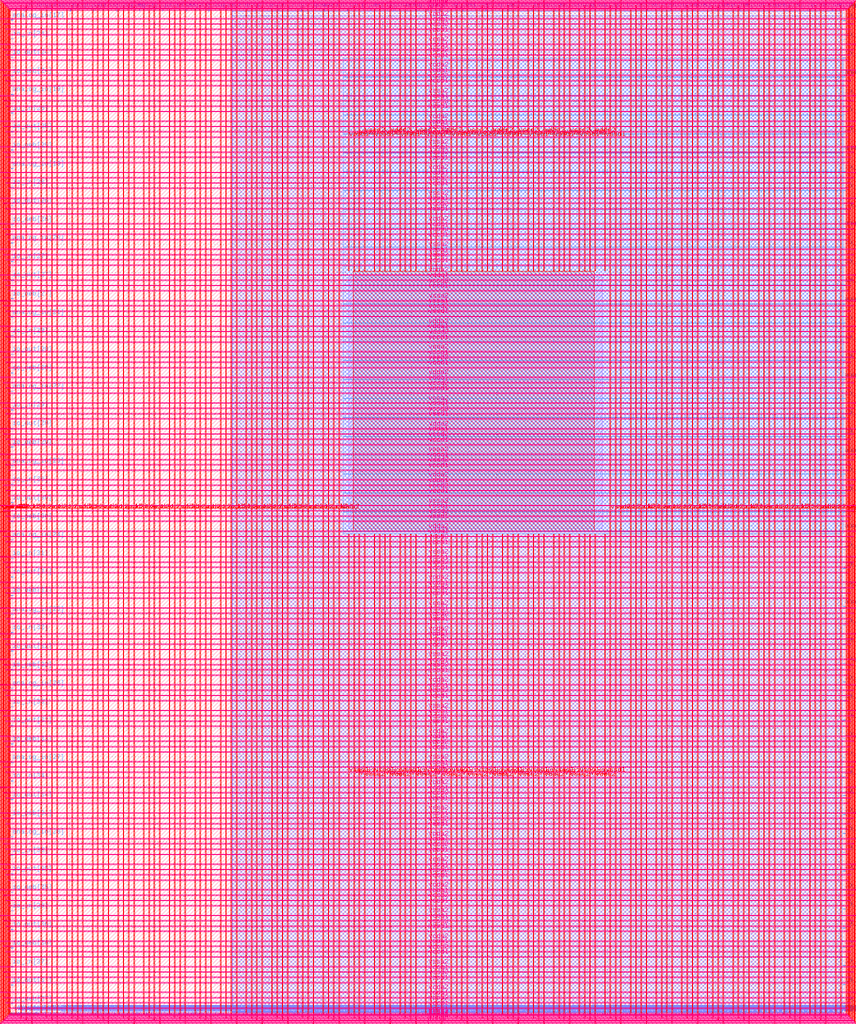
<source format=lef>
VERSION 5.7 ;
  NOWIREEXTENSIONATPIN ON ;
  DIVIDERCHAR "/" ;
  BUSBITCHARS "[]" ;
MACRO user_project_wrapper
  CLASS BLOCK ;
  FOREIGN user_project_wrapper ;
  ORIGIN 0.000 0.000 ;
  SIZE 2920.000 BY 3520.000 ;
  PIN analog_io[0]
    DIRECTION INOUT ;
    USE SIGNAL ;
    PORT
      LAYER met3 ;
        RECT 2917.600 1426.380 2924.800 1427.580 ;
    END
  END analog_io[0]
  PIN analog_io[10]
    DIRECTION INOUT ;
    USE SIGNAL ;
    PORT
      LAYER met2 ;
        RECT 2230.490 3517.600 2231.050 3524.800 ;
    END
  END analog_io[10]
  PIN analog_io[11]
    DIRECTION INOUT ;
    USE SIGNAL ;
    PORT
      LAYER met2 ;
        RECT 1905.730 3517.600 1906.290 3524.800 ;
    END
  END analog_io[11]
  PIN analog_io[12]
    DIRECTION INOUT ;
    USE SIGNAL ;
    PORT
      LAYER met2 ;
        RECT 1581.430 3517.600 1581.990 3524.800 ;
    END
  END analog_io[12]
  PIN analog_io[13]
    DIRECTION INOUT ;
    USE SIGNAL ;
    PORT
      LAYER met2 ;
        RECT 1257.130 3517.600 1257.690 3524.800 ;
    END
  END analog_io[13]
  PIN analog_io[14]
    DIRECTION INOUT ;
    USE SIGNAL ;
    PORT
      LAYER met2 ;
        RECT 932.370 3517.600 932.930 3524.800 ;
    END
  END analog_io[14]
  PIN analog_io[15]
    DIRECTION INOUT ;
    USE SIGNAL ;
    PORT
      LAYER met2 ;
        RECT 608.070 3517.600 608.630 3524.800 ;
    END
  END analog_io[15]
  PIN analog_io[16]
    DIRECTION INOUT ;
    USE SIGNAL ;
    PORT
      LAYER met2 ;
        RECT 283.770 3517.600 284.330 3524.800 ;
    END
  END analog_io[16]
  PIN analog_io[17]
    DIRECTION INOUT ;
    USE SIGNAL ;
    PORT
      LAYER met3 ;
        RECT -4.800 3486.100 2.400 3487.300 ;
    END
  END analog_io[17]
  PIN analog_io[18]
    DIRECTION INOUT ;
    USE SIGNAL ;
    PORT
      LAYER met3 ;
        RECT -4.800 3224.980 2.400 3226.180 ;
    END
  END analog_io[18]
  PIN analog_io[19]
    DIRECTION INOUT ;
    USE SIGNAL ;
    PORT
      LAYER met3 ;
        RECT -4.800 2964.540 2.400 2965.740 ;
    END
  END analog_io[19]
  PIN analog_io[1]
    DIRECTION INOUT ;
    USE SIGNAL ;
    PORT
      LAYER met3 ;
        RECT 2917.600 1692.260 2924.800 1693.460 ;
    END
  END analog_io[1]
  PIN analog_io[20]
    DIRECTION INOUT ;
    USE SIGNAL ;
    PORT
      LAYER met3 ;
        RECT -4.800 2703.420 2.400 2704.620 ;
    END
  END analog_io[20]
  PIN analog_io[21]
    DIRECTION INOUT ;
    USE SIGNAL ;
    PORT
      LAYER met3 ;
        RECT -4.800 2442.980 2.400 2444.180 ;
    END
  END analog_io[21]
  PIN analog_io[22]
    DIRECTION INOUT ;
    USE SIGNAL ;
    PORT
      LAYER met3 ;
        RECT -4.800 2182.540 2.400 2183.740 ;
    END
  END analog_io[22]
  PIN analog_io[23]
    DIRECTION INOUT ;
    USE SIGNAL ;
    PORT
      LAYER met3 ;
        RECT -4.800 1921.420 2.400 1922.620 ;
    END
  END analog_io[23]
  PIN analog_io[24]
    DIRECTION INOUT ;
    USE SIGNAL ;
    PORT
      LAYER met3 ;
        RECT -4.800 1660.980 2.400 1662.180 ;
    END
  END analog_io[24]
  PIN analog_io[25]
    DIRECTION INOUT ;
    USE SIGNAL ;
    PORT
      LAYER met3 ;
        RECT -4.800 1399.860 2.400 1401.060 ;
    END
  END analog_io[25]
  PIN analog_io[26]
    DIRECTION INOUT ;
    USE SIGNAL ;
    PORT
      LAYER met3 ;
        RECT -4.800 1139.420 2.400 1140.620 ;
    END
  END analog_io[26]
  PIN analog_io[27]
    DIRECTION INOUT ;
    USE SIGNAL ;
    PORT
      LAYER met3 ;
        RECT -4.800 878.980 2.400 880.180 ;
    END
  END analog_io[27]
  PIN analog_io[28]
    DIRECTION INOUT ;
    USE SIGNAL ;
    PORT
      LAYER met3 ;
        RECT -4.800 617.860 2.400 619.060 ;
    END
  END analog_io[28]
  PIN analog_io[2]
    DIRECTION INOUT ;
    USE SIGNAL ;
    PORT
      LAYER met3 ;
        RECT 2917.600 1958.140 2924.800 1959.340 ;
    END
  END analog_io[2]
  PIN analog_io[3]
    DIRECTION INOUT ;
    USE SIGNAL ;
    PORT
      LAYER met3 ;
        RECT 2917.600 2223.340 2924.800 2224.540 ;
    END
  END analog_io[3]
  PIN analog_io[4]
    DIRECTION INOUT ;
    USE SIGNAL ;
    PORT
      LAYER met3 ;
        RECT 2917.600 2489.220 2924.800 2490.420 ;
    END
  END analog_io[4]
  PIN analog_io[5]
    DIRECTION INOUT ;
    USE SIGNAL ;
    PORT
      LAYER met3 ;
        RECT 2917.600 2755.100 2924.800 2756.300 ;
    END
  END analog_io[5]
  PIN analog_io[6]
    DIRECTION INOUT ;
    USE SIGNAL ;
    PORT
      LAYER met3 ;
        RECT 2917.600 3020.300 2924.800 3021.500 ;
    END
  END analog_io[6]
  PIN analog_io[7]
    DIRECTION INOUT ;
    USE SIGNAL ;
    PORT
      LAYER met3 ;
        RECT 2917.600 3286.180 2924.800 3287.380 ;
    END
  END analog_io[7]
  PIN analog_io[8]
    DIRECTION INOUT ;
    USE SIGNAL ;
    PORT
      LAYER met2 ;
        RECT 2879.090 3517.600 2879.650 3524.800 ;
    END
  END analog_io[8]
  PIN analog_io[9]
    DIRECTION INOUT ;
    USE SIGNAL ;
    PORT
      LAYER met2 ;
        RECT 2554.790 3517.600 2555.350 3524.800 ;
    END
  END analog_io[9]
  PIN io_in[0]
    DIRECTION INPUT ;
    USE SIGNAL ;
    PORT
      LAYER met3 ;
        RECT 2917.600 32.380 2924.800 33.580 ;
    END
  END io_in[0]
  PIN io_in[10]
    DIRECTION INPUT ;
    USE SIGNAL ;
    PORT
      LAYER met3 ;
        RECT 2917.600 2289.980 2924.800 2291.180 ;
    END
  END io_in[10]
  PIN io_in[11]
    DIRECTION INPUT ;
    USE SIGNAL ;
    PORT
      LAYER met3 ;
        RECT 2917.600 2555.860 2924.800 2557.060 ;
    END
  END io_in[11]
  PIN io_in[12]
    DIRECTION INPUT ;
    USE SIGNAL ;
    PORT
      LAYER met3 ;
        RECT 2917.600 2821.060 2924.800 2822.260 ;
    END
  END io_in[12]
  PIN io_in[13]
    DIRECTION INPUT ;
    USE SIGNAL ;
    PORT
      LAYER met3 ;
        RECT 2917.600 3086.940 2924.800 3088.140 ;
    END
  END io_in[13]
  PIN io_in[14]
    DIRECTION INPUT ;
    USE SIGNAL ;
    PORT
      LAYER met3 ;
        RECT 2917.600 3352.820 2924.800 3354.020 ;
    END
  END io_in[14]
  PIN io_in[15]
    DIRECTION INPUT ;
    USE SIGNAL ;
    PORT
      LAYER met2 ;
        RECT 2798.130 3517.600 2798.690 3524.800 ;
    END
  END io_in[15]
  PIN io_in[16]
    DIRECTION INPUT ;
    USE SIGNAL ;
    PORT
      LAYER met2 ;
        RECT 2473.830 3517.600 2474.390 3524.800 ;
    END
  END io_in[16]
  PIN io_in[17]
    DIRECTION INPUT ;
    USE SIGNAL ;
    PORT
      LAYER met2 ;
        RECT 2149.070 3517.600 2149.630 3524.800 ;
    END
  END io_in[17]
  PIN io_in[18]
    DIRECTION INPUT ;
    USE SIGNAL ;
    PORT
      LAYER met2 ;
        RECT 1824.770 3517.600 1825.330 3524.800 ;
    END
  END io_in[18]
  PIN io_in[19]
    DIRECTION INPUT ;
    USE SIGNAL ;
    PORT
      LAYER met2 ;
        RECT 1500.470 3517.600 1501.030 3524.800 ;
    END
  END io_in[19]
  PIN io_in[1]
    DIRECTION INPUT ;
    USE SIGNAL ;
    PORT
      LAYER met3 ;
        RECT 2917.600 230.940 2924.800 232.140 ;
    END
  END io_in[1]
  PIN io_in[20]
    DIRECTION INPUT ;
    USE SIGNAL ;
    PORT
      LAYER met2 ;
        RECT 1175.710 3517.600 1176.270 3524.800 ;
    END
  END io_in[20]
  PIN io_in[21]
    DIRECTION INPUT ;
    USE SIGNAL ;
    PORT
      LAYER met2 ;
        RECT 851.410 3517.600 851.970 3524.800 ;
    END
  END io_in[21]
  PIN io_in[22]
    DIRECTION INPUT ;
    USE SIGNAL ;
    PORT
      LAYER met2 ;
        RECT 527.110 3517.600 527.670 3524.800 ;
    END
  END io_in[22]
  PIN io_in[23]
    DIRECTION INPUT ;
    USE SIGNAL ;
    PORT
      LAYER met2 ;
        RECT 202.350 3517.600 202.910 3524.800 ;
    END
  END io_in[23]
  PIN io_in[24]
    DIRECTION INPUT ;
    USE SIGNAL ;
    PORT
      LAYER met3 ;
        RECT -4.800 3420.820 2.400 3422.020 ;
    END
  END io_in[24]
  PIN io_in[25]
    DIRECTION INPUT ;
    USE SIGNAL ;
    PORT
      LAYER met3 ;
        RECT -4.800 3159.700 2.400 3160.900 ;
    END
  END io_in[25]
  PIN io_in[26]
    DIRECTION INPUT ;
    USE SIGNAL ;
    PORT
      LAYER met3 ;
        RECT -4.800 2899.260 2.400 2900.460 ;
    END
  END io_in[26]
  PIN io_in[27]
    DIRECTION INPUT ;
    USE SIGNAL ;
    PORT
      LAYER met3 ;
        RECT -4.800 2638.820 2.400 2640.020 ;
    END
  END io_in[27]
  PIN io_in[28]
    DIRECTION INPUT ;
    USE SIGNAL ;
    PORT
      LAYER met3 ;
        RECT -4.800 2377.700 2.400 2378.900 ;
    END
  END io_in[28]
  PIN io_in[29]
    DIRECTION INPUT ;
    USE SIGNAL ;
    PORT
      LAYER met3 ;
        RECT -4.800 2117.260 2.400 2118.460 ;
    END
  END io_in[29]
  PIN io_in[2]
    DIRECTION INPUT ;
    USE SIGNAL ;
    PORT
      LAYER met3 ;
        RECT 2917.600 430.180 2924.800 431.380 ;
    END
  END io_in[2]
  PIN io_in[30]
    DIRECTION INPUT ;
    USE SIGNAL ;
    PORT
      LAYER met3 ;
        RECT -4.800 1856.140 2.400 1857.340 ;
    END
  END io_in[30]
  PIN io_in[31]
    DIRECTION INPUT ;
    USE SIGNAL ;
    PORT
      LAYER met3 ;
        RECT -4.800 1595.700 2.400 1596.900 ;
    END
  END io_in[31]
  PIN io_in[32]
    DIRECTION INPUT ;
    USE SIGNAL ;
    PORT
      LAYER met3 ;
        RECT -4.800 1335.260 2.400 1336.460 ;
    END
  END io_in[32]
  PIN io_in[33]
    DIRECTION INPUT ;
    USE SIGNAL ;
    PORT
      LAYER met3 ;
        RECT -4.800 1074.140 2.400 1075.340 ;
    END
  END io_in[33]
  PIN io_in[34]
    DIRECTION INPUT ;
    USE SIGNAL ;
    PORT
      LAYER met3 ;
        RECT -4.800 813.700 2.400 814.900 ;
    END
  END io_in[34]
  PIN io_in[35]
    DIRECTION INPUT ;
    USE SIGNAL ;
    PORT
      LAYER met3 ;
        RECT -4.800 552.580 2.400 553.780 ;
    END
  END io_in[35]
  PIN io_in[36]
    DIRECTION INPUT ;
    USE SIGNAL ;
    PORT
      LAYER met3 ;
        RECT -4.800 357.420 2.400 358.620 ;
    END
  END io_in[36]
  PIN io_in[37]
    DIRECTION INPUT ;
    USE SIGNAL ;
    PORT
      LAYER met3 ;
        RECT -4.800 161.580 2.400 162.780 ;
    END
  END io_in[37]
  PIN io_in[3]
    DIRECTION INPUT ;
    USE SIGNAL ;
    PORT
      LAYER met3 ;
        RECT 2917.600 629.420 2924.800 630.620 ;
    END
  END io_in[3]
  PIN io_in[4]
    DIRECTION INPUT ;
    USE SIGNAL ;
    PORT
      LAYER met3 ;
        RECT 2917.600 828.660 2924.800 829.860 ;
    END
  END io_in[4]
  PIN io_in[5]
    DIRECTION INPUT ;
    USE SIGNAL ;
    PORT
      LAYER met3 ;
        RECT 2917.600 1027.900 2924.800 1029.100 ;
    END
  END io_in[5]
  PIN io_in[6]
    DIRECTION INPUT ;
    USE SIGNAL ;
    PORT
      LAYER met3 ;
        RECT 2917.600 1227.140 2924.800 1228.340 ;
    END
  END io_in[6]
  PIN io_in[7]
    DIRECTION INPUT ;
    USE SIGNAL ;
    PORT
      LAYER met3 ;
        RECT 2917.600 1493.020 2924.800 1494.220 ;
    END
  END io_in[7]
  PIN io_in[8]
    DIRECTION INPUT ;
    USE SIGNAL ;
    PORT
      LAYER met3 ;
        RECT 2917.600 1758.900 2924.800 1760.100 ;
    END
  END io_in[8]
  PIN io_in[9]
    DIRECTION INPUT ;
    USE SIGNAL ;
    PORT
      LAYER met3 ;
        RECT 2917.600 2024.100 2924.800 2025.300 ;
    END
  END io_in[9]
  PIN io_oeb[0]
    DIRECTION OUTPUT TRISTATE ;
    USE SIGNAL ;
    PORT
      LAYER met3 ;
        RECT 2917.600 164.980 2924.800 166.180 ;
    END
  END io_oeb[0]
  PIN io_oeb[10]
    DIRECTION OUTPUT TRISTATE ;
    USE SIGNAL ;
    PORT
      LAYER met3 ;
        RECT 2917.600 2422.580 2924.800 2423.780 ;
    END
  END io_oeb[10]
  PIN io_oeb[11]
    DIRECTION OUTPUT TRISTATE ;
    USE SIGNAL ;
    PORT
      LAYER met3 ;
        RECT 2917.600 2688.460 2924.800 2689.660 ;
    END
  END io_oeb[11]
  PIN io_oeb[12]
    DIRECTION OUTPUT TRISTATE ;
    USE SIGNAL ;
    PORT
      LAYER met3 ;
        RECT 2917.600 2954.340 2924.800 2955.540 ;
    END
  END io_oeb[12]
  PIN io_oeb[13]
    DIRECTION OUTPUT TRISTATE ;
    USE SIGNAL ;
    PORT
      LAYER met3 ;
        RECT 2917.600 3219.540 2924.800 3220.740 ;
    END
  END io_oeb[13]
  PIN io_oeb[14]
    DIRECTION OUTPUT TRISTATE ;
    USE SIGNAL ;
    PORT
      LAYER met3 ;
        RECT 2917.600 3485.420 2924.800 3486.620 ;
    END
  END io_oeb[14]
  PIN io_oeb[15]
    DIRECTION OUTPUT TRISTATE ;
    USE SIGNAL ;
    PORT
      LAYER met2 ;
        RECT 2635.750 3517.600 2636.310 3524.800 ;
    END
  END io_oeb[15]
  PIN io_oeb[16]
    DIRECTION OUTPUT TRISTATE ;
    USE SIGNAL ;
    PORT
      LAYER met2 ;
        RECT 2311.450 3517.600 2312.010 3524.800 ;
    END
  END io_oeb[16]
  PIN io_oeb[17]
    DIRECTION OUTPUT TRISTATE ;
    USE SIGNAL ;
    PORT
      LAYER met2 ;
        RECT 1987.150 3517.600 1987.710 3524.800 ;
    END
  END io_oeb[17]
  PIN io_oeb[18]
    DIRECTION OUTPUT TRISTATE ;
    USE SIGNAL ;
    PORT
      LAYER met2 ;
        RECT 1662.390 3517.600 1662.950 3524.800 ;
    END
  END io_oeb[18]
  PIN io_oeb[19]
    DIRECTION OUTPUT TRISTATE ;
    USE SIGNAL ;
    PORT
      LAYER met2 ;
        RECT 1338.090 3517.600 1338.650 3524.800 ;
    END
  END io_oeb[19]
  PIN io_oeb[1]
    DIRECTION OUTPUT TRISTATE ;
    USE SIGNAL ;
    PORT
      LAYER met3 ;
        RECT 2917.600 364.220 2924.800 365.420 ;
    END
  END io_oeb[1]
  PIN io_oeb[20]
    DIRECTION OUTPUT TRISTATE ;
    USE SIGNAL ;
    PORT
      LAYER met2 ;
        RECT 1013.790 3517.600 1014.350 3524.800 ;
    END
  END io_oeb[20]
  PIN io_oeb[21]
    DIRECTION OUTPUT TRISTATE ;
    USE SIGNAL ;
    PORT
      LAYER met2 ;
        RECT 689.030 3517.600 689.590 3524.800 ;
    END
  END io_oeb[21]
  PIN io_oeb[22]
    DIRECTION OUTPUT TRISTATE ;
    USE SIGNAL ;
    PORT
      LAYER met2 ;
        RECT 364.730 3517.600 365.290 3524.800 ;
    END
  END io_oeb[22]
  PIN io_oeb[23]
    DIRECTION OUTPUT TRISTATE ;
    USE SIGNAL ;
    PORT
      LAYER met2 ;
        RECT 40.430 3517.600 40.990 3524.800 ;
    END
  END io_oeb[23]
  PIN io_oeb[24]
    DIRECTION OUTPUT TRISTATE ;
    USE SIGNAL ;
    PORT
      LAYER met3 ;
        RECT -4.800 3290.260 2.400 3291.460 ;
    END
  END io_oeb[24]
  PIN io_oeb[25]
    DIRECTION OUTPUT TRISTATE ;
    USE SIGNAL ;
    PORT
      LAYER met3 ;
        RECT -4.800 3029.820 2.400 3031.020 ;
    END
  END io_oeb[25]
  PIN io_oeb[26]
    DIRECTION OUTPUT TRISTATE ;
    USE SIGNAL ;
    PORT
      LAYER met3 ;
        RECT -4.800 2768.700 2.400 2769.900 ;
    END
  END io_oeb[26]
  PIN io_oeb[27]
    DIRECTION OUTPUT TRISTATE ;
    USE SIGNAL ;
    PORT
      LAYER met3 ;
        RECT -4.800 2508.260 2.400 2509.460 ;
    END
  END io_oeb[27]
  PIN io_oeb[28]
    DIRECTION OUTPUT TRISTATE ;
    USE SIGNAL ;
    PORT
      LAYER met3 ;
        RECT -4.800 2247.140 2.400 2248.340 ;
    END
  END io_oeb[28]
  PIN io_oeb[29]
    DIRECTION OUTPUT TRISTATE ;
    USE SIGNAL ;
    PORT
      LAYER met3 ;
        RECT -4.800 1986.700 2.400 1987.900 ;
    END
  END io_oeb[29]
  PIN io_oeb[2]
    DIRECTION OUTPUT TRISTATE ;
    USE SIGNAL ;
    PORT
      LAYER met3 ;
        RECT 2917.600 563.460 2924.800 564.660 ;
    END
  END io_oeb[2]
  PIN io_oeb[30]
    DIRECTION OUTPUT TRISTATE ;
    USE SIGNAL ;
    PORT
      LAYER met3 ;
        RECT -4.800 1726.260 2.400 1727.460 ;
    END
  END io_oeb[30]
  PIN io_oeb[31]
    DIRECTION OUTPUT TRISTATE ;
    USE SIGNAL ;
    PORT
      LAYER met3 ;
        RECT -4.800 1465.140 2.400 1466.340 ;
    END
  END io_oeb[31]
  PIN io_oeb[32]
    DIRECTION OUTPUT TRISTATE ;
    USE SIGNAL ;
    PORT
      LAYER met3 ;
        RECT -4.800 1204.700 2.400 1205.900 ;
    END
  END io_oeb[32]
  PIN io_oeb[33]
    DIRECTION OUTPUT TRISTATE ;
    USE SIGNAL ;
    PORT
      LAYER met3 ;
        RECT -4.800 943.580 2.400 944.780 ;
    END
  END io_oeb[33]
  PIN io_oeb[34]
    DIRECTION OUTPUT TRISTATE ;
    USE SIGNAL ;
    PORT
      LAYER met3 ;
        RECT -4.800 683.140 2.400 684.340 ;
    END
  END io_oeb[34]
  PIN io_oeb[35]
    DIRECTION OUTPUT TRISTATE ;
    USE SIGNAL ;
    PORT
      LAYER met3 ;
        RECT -4.800 422.700 2.400 423.900 ;
    END
  END io_oeb[35]
  PIN io_oeb[36]
    DIRECTION OUTPUT TRISTATE ;
    USE SIGNAL ;
    PORT
      LAYER met3 ;
        RECT -4.800 226.860 2.400 228.060 ;
    END
  END io_oeb[36]
  PIN io_oeb[37]
    DIRECTION OUTPUT TRISTATE ;
    USE SIGNAL ;
    PORT
      LAYER met3 ;
        RECT -4.800 31.700 2.400 32.900 ;
    END
  END io_oeb[37]
  PIN io_oeb[3]
    DIRECTION OUTPUT TRISTATE ;
    USE SIGNAL ;
    PORT
      LAYER met3 ;
        RECT 2917.600 762.700 2924.800 763.900 ;
    END
  END io_oeb[3]
  PIN io_oeb[4]
    DIRECTION OUTPUT TRISTATE ;
    USE SIGNAL ;
    PORT
      LAYER met3 ;
        RECT 2917.600 961.940 2924.800 963.140 ;
    END
  END io_oeb[4]
  PIN io_oeb[5]
    DIRECTION OUTPUT TRISTATE ;
    USE SIGNAL ;
    PORT
      LAYER met3 ;
        RECT 2917.600 1161.180 2924.800 1162.380 ;
    END
  END io_oeb[5]
  PIN io_oeb[6]
    DIRECTION OUTPUT TRISTATE ;
    USE SIGNAL ;
    PORT
      LAYER met3 ;
        RECT 2917.600 1360.420 2924.800 1361.620 ;
    END
  END io_oeb[6]
  PIN io_oeb[7]
    DIRECTION OUTPUT TRISTATE ;
    USE SIGNAL ;
    PORT
      LAYER met3 ;
        RECT 2917.600 1625.620 2924.800 1626.820 ;
    END
  END io_oeb[7]
  PIN io_oeb[8]
    DIRECTION OUTPUT TRISTATE ;
    USE SIGNAL ;
    PORT
      LAYER met3 ;
        RECT 2917.600 1891.500 2924.800 1892.700 ;
    END
  END io_oeb[8]
  PIN io_oeb[9]
    DIRECTION OUTPUT TRISTATE ;
    USE SIGNAL ;
    PORT
      LAYER met3 ;
        RECT 2917.600 2157.380 2924.800 2158.580 ;
    END
  END io_oeb[9]
  PIN io_out[0]
    DIRECTION OUTPUT TRISTATE ;
    USE SIGNAL ;
    PORT
      LAYER met3 ;
        RECT 2917.600 98.340 2924.800 99.540 ;
    END
  END io_out[0]
  PIN io_out[10]
    DIRECTION OUTPUT TRISTATE ;
    USE SIGNAL ;
    PORT
      LAYER met3 ;
        RECT 2917.600 2356.620 2924.800 2357.820 ;
    END
  END io_out[10]
  PIN io_out[11]
    DIRECTION OUTPUT TRISTATE ;
    USE SIGNAL ;
    PORT
      LAYER met3 ;
        RECT 2917.600 2621.820 2924.800 2623.020 ;
    END
  END io_out[11]
  PIN io_out[12]
    DIRECTION OUTPUT TRISTATE ;
    USE SIGNAL ;
    PORT
      LAYER met3 ;
        RECT 2917.600 2887.700 2924.800 2888.900 ;
    END
  END io_out[12]
  PIN io_out[13]
    DIRECTION OUTPUT TRISTATE ;
    USE SIGNAL ;
    PORT
      LAYER met3 ;
        RECT 2917.600 3153.580 2924.800 3154.780 ;
    END
  END io_out[13]
  PIN io_out[14]
    DIRECTION OUTPUT TRISTATE ;
    USE SIGNAL ;
    PORT
      LAYER met3 ;
        RECT 2917.600 3418.780 2924.800 3419.980 ;
    END
  END io_out[14]
  PIN io_out[15]
    DIRECTION OUTPUT TRISTATE ;
    USE SIGNAL ;
    PORT
      LAYER met2 ;
        RECT 2717.170 3517.600 2717.730 3524.800 ;
    END
  END io_out[15]
  PIN io_out[16]
    DIRECTION OUTPUT TRISTATE ;
    USE SIGNAL ;
    PORT
      LAYER met2 ;
        RECT 2392.410 3517.600 2392.970 3524.800 ;
    END
  END io_out[16]
  PIN io_out[17]
    DIRECTION OUTPUT TRISTATE ;
    USE SIGNAL ;
    PORT
      LAYER met2 ;
        RECT 2068.110 3517.600 2068.670 3524.800 ;
    END
  END io_out[17]
  PIN io_out[18]
    DIRECTION OUTPUT TRISTATE ;
    USE SIGNAL ;
    PORT
      LAYER met2 ;
        RECT 1743.810 3517.600 1744.370 3524.800 ;
    END
  END io_out[18]
  PIN io_out[19]
    DIRECTION OUTPUT TRISTATE ;
    USE SIGNAL ;
    PORT
      LAYER met2 ;
        RECT 1419.050 3517.600 1419.610 3524.800 ;
    END
  END io_out[19]
  PIN io_out[1]
    DIRECTION OUTPUT TRISTATE ;
    USE SIGNAL ;
    PORT
      LAYER met3 ;
        RECT 2917.600 297.580 2924.800 298.780 ;
    END
  END io_out[1]
  PIN io_out[20]
    DIRECTION OUTPUT TRISTATE ;
    USE SIGNAL ;
    PORT
      LAYER met2 ;
        RECT 1094.750 3517.600 1095.310 3524.800 ;
    END
  END io_out[20]
  PIN io_out[21]
    DIRECTION OUTPUT TRISTATE ;
    USE SIGNAL ;
    PORT
      LAYER met2 ;
        RECT 770.450 3517.600 771.010 3524.800 ;
    END
  END io_out[21]
  PIN io_out[22]
    DIRECTION OUTPUT TRISTATE ;
    USE SIGNAL ;
    PORT
      LAYER met2 ;
        RECT 445.690 3517.600 446.250 3524.800 ;
    END
  END io_out[22]
  PIN io_out[23]
    DIRECTION OUTPUT TRISTATE ;
    USE SIGNAL ;
    PORT
      LAYER met2 ;
        RECT 121.390 3517.600 121.950 3524.800 ;
    END
  END io_out[23]
  PIN io_out[24]
    DIRECTION OUTPUT TRISTATE ;
    USE SIGNAL ;
    PORT
      LAYER met3 ;
        RECT -4.800 3355.540 2.400 3356.740 ;
    END
  END io_out[24]
  PIN io_out[25]
    DIRECTION OUTPUT TRISTATE ;
    USE SIGNAL ;
    PORT
      LAYER met3 ;
        RECT -4.800 3095.100 2.400 3096.300 ;
    END
  END io_out[25]
  PIN io_out[26]
    DIRECTION OUTPUT TRISTATE ;
    USE SIGNAL ;
    PORT
      LAYER met3 ;
        RECT -4.800 2833.980 2.400 2835.180 ;
    END
  END io_out[26]
  PIN io_out[27]
    DIRECTION OUTPUT TRISTATE ;
    USE SIGNAL ;
    PORT
      LAYER met3 ;
        RECT -4.800 2573.540 2.400 2574.740 ;
    END
  END io_out[27]
  PIN io_out[28]
    DIRECTION OUTPUT TRISTATE ;
    USE SIGNAL ;
    PORT
      LAYER met3 ;
        RECT -4.800 2312.420 2.400 2313.620 ;
    END
  END io_out[28]
  PIN io_out[29]
    DIRECTION OUTPUT TRISTATE ;
    USE SIGNAL ;
    PORT
      LAYER met3 ;
        RECT -4.800 2051.980 2.400 2053.180 ;
    END
  END io_out[29]
  PIN io_out[2]
    DIRECTION OUTPUT TRISTATE ;
    USE SIGNAL ;
    PORT
      LAYER met3 ;
        RECT 2917.600 496.820 2924.800 498.020 ;
    END
  END io_out[2]
  PIN io_out[30]
    DIRECTION OUTPUT TRISTATE ;
    USE SIGNAL ;
    PORT
      LAYER met3 ;
        RECT -4.800 1791.540 2.400 1792.740 ;
    END
  END io_out[30]
  PIN io_out[31]
    DIRECTION OUTPUT TRISTATE ;
    USE SIGNAL ;
    PORT
      LAYER met3 ;
        RECT -4.800 1530.420 2.400 1531.620 ;
    END
  END io_out[31]
  PIN io_out[32]
    DIRECTION OUTPUT TRISTATE ;
    USE SIGNAL ;
    PORT
      LAYER met3 ;
        RECT -4.800 1269.980 2.400 1271.180 ;
    END
  END io_out[32]
  PIN io_out[33]
    DIRECTION OUTPUT TRISTATE ;
    USE SIGNAL ;
    PORT
      LAYER met3 ;
        RECT -4.800 1008.860 2.400 1010.060 ;
    END
  END io_out[33]
  PIN io_out[34]
    DIRECTION OUTPUT TRISTATE ;
    USE SIGNAL ;
    PORT
      LAYER met3 ;
        RECT -4.800 748.420 2.400 749.620 ;
    END
  END io_out[34]
  PIN io_out[35]
    DIRECTION OUTPUT TRISTATE ;
    USE SIGNAL ;
    PORT
      LAYER met3 ;
        RECT -4.800 487.300 2.400 488.500 ;
    END
  END io_out[35]
  PIN io_out[36]
    DIRECTION OUTPUT TRISTATE ;
    USE SIGNAL ;
    PORT
      LAYER met3 ;
        RECT -4.800 292.140 2.400 293.340 ;
    END
  END io_out[36]
  PIN io_out[37]
    DIRECTION OUTPUT TRISTATE ;
    USE SIGNAL ;
    PORT
      LAYER met3 ;
        RECT -4.800 96.300 2.400 97.500 ;
    END
  END io_out[37]
  PIN io_out[3]
    DIRECTION OUTPUT TRISTATE ;
    USE SIGNAL ;
    PORT
      LAYER met3 ;
        RECT 2917.600 696.060 2924.800 697.260 ;
    END
  END io_out[3]
  PIN io_out[4]
    DIRECTION OUTPUT TRISTATE ;
    USE SIGNAL ;
    PORT
      LAYER met3 ;
        RECT 2917.600 895.300 2924.800 896.500 ;
    END
  END io_out[4]
  PIN io_out[5]
    DIRECTION OUTPUT TRISTATE ;
    USE SIGNAL ;
    PORT
      LAYER met3 ;
        RECT 2917.600 1094.540 2924.800 1095.740 ;
    END
  END io_out[5]
  PIN io_out[6]
    DIRECTION OUTPUT TRISTATE ;
    USE SIGNAL ;
    PORT
      LAYER met3 ;
        RECT 2917.600 1293.780 2924.800 1294.980 ;
    END
  END io_out[6]
  PIN io_out[7]
    DIRECTION OUTPUT TRISTATE ;
    USE SIGNAL ;
    PORT
      LAYER met3 ;
        RECT 2917.600 1559.660 2924.800 1560.860 ;
    END
  END io_out[7]
  PIN io_out[8]
    DIRECTION OUTPUT TRISTATE ;
    USE SIGNAL ;
    PORT
      LAYER met3 ;
        RECT 2917.600 1824.860 2924.800 1826.060 ;
    END
  END io_out[8]
  PIN io_out[9]
    DIRECTION OUTPUT TRISTATE ;
    USE SIGNAL ;
    PORT
      LAYER met3 ;
        RECT 2917.600 2090.740 2924.800 2091.940 ;
    END
  END io_out[9]
  PIN la_data_in[0]
    DIRECTION INPUT ;
    USE SIGNAL ;
    PORT
      LAYER met2 ;
        RECT 629.230 -4.800 629.790 2.400 ;
    END
  END la_data_in[0]
  PIN la_data_in[100]
    DIRECTION INPUT ;
    USE SIGNAL ;
    PORT
      LAYER met2 ;
        RECT 2402.530 -4.800 2403.090 2.400 ;
    END
  END la_data_in[100]
  PIN la_data_in[101]
    DIRECTION INPUT ;
    USE SIGNAL ;
    PORT
      LAYER met2 ;
        RECT 2420.010 -4.800 2420.570 2.400 ;
    END
  END la_data_in[101]
  PIN la_data_in[102]
    DIRECTION INPUT ;
    USE SIGNAL ;
    PORT
      LAYER met2 ;
        RECT 2437.950 -4.800 2438.510 2.400 ;
    END
  END la_data_in[102]
  PIN la_data_in[103]
    DIRECTION INPUT ;
    USE SIGNAL ;
    PORT
      LAYER met2 ;
        RECT 2455.430 -4.800 2455.990 2.400 ;
    END
  END la_data_in[103]
  PIN la_data_in[104]
    DIRECTION INPUT ;
    USE SIGNAL ;
    PORT
      LAYER met2 ;
        RECT 2473.370 -4.800 2473.930 2.400 ;
    END
  END la_data_in[104]
  PIN la_data_in[105]
    DIRECTION INPUT ;
    USE SIGNAL ;
    PORT
      LAYER met2 ;
        RECT 2490.850 -4.800 2491.410 2.400 ;
    END
  END la_data_in[105]
  PIN la_data_in[106]
    DIRECTION INPUT ;
    USE SIGNAL ;
    PORT
      LAYER met2 ;
        RECT 2508.790 -4.800 2509.350 2.400 ;
    END
  END la_data_in[106]
  PIN la_data_in[107]
    DIRECTION INPUT ;
    USE SIGNAL ;
    PORT
      LAYER met2 ;
        RECT 2526.730 -4.800 2527.290 2.400 ;
    END
  END la_data_in[107]
  PIN la_data_in[108]
    DIRECTION INPUT ;
    USE SIGNAL ;
    PORT
      LAYER met2 ;
        RECT 2544.210 -4.800 2544.770 2.400 ;
    END
  END la_data_in[108]
  PIN la_data_in[109]
    DIRECTION INPUT ;
    USE SIGNAL ;
    PORT
      LAYER met2 ;
        RECT 2562.150 -4.800 2562.710 2.400 ;
    END
  END la_data_in[109]
  PIN la_data_in[10]
    DIRECTION INPUT ;
    USE SIGNAL ;
    PORT
      LAYER met2 ;
        RECT 806.330 -4.800 806.890 2.400 ;
    END
  END la_data_in[10]
  PIN la_data_in[110]
    DIRECTION INPUT ;
    USE SIGNAL ;
    PORT
      LAYER met2 ;
        RECT 2579.630 -4.800 2580.190 2.400 ;
    END
  END la_data_in[110]
  PIN la_data_in[111]
    DIRECTION INPUT ;
    USE SIGNAL ;
    PORT
      LAYER met2 ;
        RECT 2597.570 -4.800 2598.130 2.400 ;
    END
  END la_data_in[111]
  PIN la_data_in[112]
    DIRECTION INPUT ;
    USE SIGNAL ;
    PORT
      LAYER met2 ;
        RECT 2615.050 -4.800 2615.610 2.400 ;
    END
  END la_data_in[112]
  PIN la_data_in[113]
    DIRECTION INPUT ;
    USE SIGNAL ;
    PORT
      LAYER met2 ;
        RECT 2632.990 -4.800 2633.550 2.400 ;
    END
  END la_data_in[113]
  PIN la_data_in[114]
    DIRECTION INPUT ;
    USE SIGNAL ;
    PORT
      LAYER met2 ;
        RECT 2650.470 -4.800 2651.030 2.400 ;
    END
  END la_data_in[114]
  PIN la_data_in[115]
    DIRECTION INPUT ;
    USE SIGNAL ;
    PORT
      LAYER met2 ;
        RECT 2668.410 -4.800 2668.970 2.400 ;
    END
  END la_data_in[115]
  PIN la_data_in[116]
    DIRECTION INPUT ;
    USE SIGNAL ;
    PORT
      LAYER met2 ;
        RECT 2685.890 -4.800 2686.450 2.400 ;
    END
  END la_data_in[116]
  PIN la_data_in[117]
    DIRECTION INPUT ;
    USE SIGNAL ;
    PORT
      LAYER met2 ;
        RECT 2703.830 -4.800 2704.390 2.400 ;
    END
  END la_data_in[117]
  PIN la_data_in[118]
    DIRECTION INPUT ;
    USE SIGNAL ;
    PORT
      LAYER met2 ;
        RECT 2721.770 -4.800 2722.330 2.400 ;
    END
  END la_data_in[118]
  PIN la_data_in[119]
    DIRECTION INPUT ;
    USE SIGNAL ;
    PORT
      LAYER met2 ;
        RECT 2739.250 -4.800 2739.810 2.400 ;
    END
  END la_data_in[119]
  PIN la_data_in[11]
    DIRECTION INPUT ;
    USE SIGNAL ;
    PORT
      LAYER met2 ;
        RECT 824.270 -4.800 824.830 2.400 ;
    END
  END la_data_in[11]
  PIN la_data_in[120]
    DIRECTION INPUT ;
    USE SIGNAL ;
    PORT
      LAYER met2 ;
        RECT 2757.190 -4.800 2757.750 2.400 ;
    END
  END la_data_in[120]
  PIN la_data_in[121]
    DIRECTION INPUT ;
    USE SIGNAL ;
    PORT
      LAYER met2 ;
        RECT 2774.670 -4.800 2775.230 2.400 ;
    END
  END la_data_in[121]
  PIN la_data_in[122]
    DIRECTION INPUT ;
    USE SIGNAL ;
    PORT
      LAYER met2 ;
        RECT 2792.610 -4.800 2793.170 2.400 ;
    END
  END la_data_in[122]
  PIN la_data_in[123]
    DIRECTION INPUT ;
    USE SIGNAL ;
    PORT
      LAYER met2 ;
        RECT 2810.090 -4.800 2810.650 2.400 ;
    END
  END la_data_in[123]
  PIN la_data_in[124]
    DIRECTION INPUT ;
    USE SIGNAL ;
    PORT
      LAYER met2 ;
        RECT 2828.030 -4.800 2828.590 2.400 ;
    END
  END la_data_in[124]
  PIN la_data_in[125]
    DIRECTION INPUT ;
    USE SIGNAL ;
    PORT
      LAYER met2 ;
        RECT 2845.510 -4.800 2846.070 2.400 ;
    END
  END la_data_in[125]
  PIN la_data_in[126]
    DIRECTION INPUT ;
    USE SIGNAL ;
    PORT
      LAYER met2 ;
        RECT 2863.450 -4.800 2864.010 2.400 ;
    END
  END la_data_in[126]
  PIN la_data_in[127]
    DIRECTION INPUT ;
    USE SIGNAL ;
    PORT
      LAYER met2 ;
        RECT 2881.390 -4.800 2881.950 2.400 ;
    END
  END la_data_in[127]
  PIN la_data_in[12]
    DIRECTION INPUT ;
    USE SIGNAL ;
    PORT
      LAYER met2 ;
        RECT 841.750 -4.800 842.310 2.400 ;
    END
  END la_data_in[12]
  PIN la_data_in[13]
    DIRECTION INPUT ;
    USE SIGNAL ;
    PORT
      LAYER met2 ;
        RECT 859.690 -4.800 860.250 2.400 ;
    END
  END la_data_in[13]
  PIN la_data_in[14]
    DIRECTION INPUT ;
    USE SIGNAL ;
    PORT
      LAYER met2 ;
        RECT 877.170 -4.800 877.730 2.400 ;
    END
  END la_data_in[14]
  PIN la_data_in[15]
    DIRECTION INPUT ;
    USE SIGNAL ;
    PORT
      LAYER met2 ;
        RECT 895.110 -4.800 895.670 2.400 ;
    END
  END la_data_in[15]
  PIN la_data_in[16]
    DIRECTION INPUT ;
    USE SIGNAL ;
    PORT
      LAYER met2 ;
        RECT 912.590 -4.800 913.150 2.400 ;
    END
  END la_data_in[16]
  PIN la_data_in[17]
    DIRECTION INPUT ;
    USE SIGNAL ;
    PORT
      LAYER met2 ;
        RECT 930.530 -4.800 931.090 2.400 ;
    END
  END la_data_in[17]
  PIN la_data_in[18]
    DIRECTION INPUT ;
    USE SIGNAL ;
    PORT
      LAYER met2 ;
        RECT 948.470 -4.800 949.030 2.400 ;
    END
  END la_data_in[18]
  PIN la_data_in[19]
    DIRECTION INPUT ;
    USE SIGNAL ;
    PORT
      LAYER met2 ;
        RECT 965.950 -4.800 966.510 2.400 ;
    END
  END la_data_in[19]
  PIN la_data_in[1]
    DIRECTION INPUT ;
    USE SIGNAL ;
    PORT
      LAYER met2 ;
        RECT 646.710 -4.800 647.270 2.400 ;
    END
  END la_data_in[1]
  PIN la_data_in[20]
    DIRECTION INPUT ;
    USE SIGNAL ;
    PORT
      LAYER met2 ;
        RECT 983.890 -4.800 984.450 2.400 ;
    END
  END la_data_in[20]
  PIN la_data_in[21]
    DIRECTION INPUT ;
    USE SIGNAL ;
    PORT
      LAYER met2 ;
        RECT 1001.370 -4.800 1001.930 2.400 ;
    END
  END la_data_in[21]
  PIN la_data_in[22]
    DIRECTION INPUT ;
    USE SIGNAL ;
    PORT
      LAYER met2 ;
        RECT 1019.310 -4.800 1019.870 2.400 ;
    END
  END la_data_in[22]
  PIN la_data_in[23]
    DIRECTION INPUT ;
    USE SIGNAL ;
    PORT
      LAYER met2 ;
        RECT 1036.790 -4.800 1037.350 2.400 ;
    END
  END la_data_in[23]
  PIN la_data_in[24]
    DIRECTION INPUT ;
    USE SIGNAL ;
    PORT
      LAYER met2 ;
        RECT 1054.730 -4.800 1055.290 2.400 ;
    END
  END la_data_in[24]
  PIN la_data_in[25]
    DIRECTION INPUT ;
    USE SIGNAL ;
    PORT
      LAYER met2 ;
        RECT 1072.210 -4.800 1072.770 2.400 ;
    END
  END la_data_in[25]
  PIN la_data_in[26]
    DIRECTION INPUT ;
    USE SIGNAL ;
    PORT
      LAYER met2 ;
        RECT 1090.150 -4.800 1090.710 2.400 ;
    END
  END la_data_in[26]
  PIN la_data_in[27]
    DIRECTION INPUT ;
    USE SIGNAL ;
    PORT
      LAYER met2 ;
        RECT 1107.630 -4.800 1108.190 2.400 ;
    END
  END la_data_in[27]
  PIN la_data_in[28]
    DIRECTION INPUT ;
    USE SIGNAL ;
    PORT
      LAYER met2 ;
        RECT 1125.570 -4.800 1126.130 2.400 ;
    END
  END la_data_in[28]
  PIN la_data_in[29]
    DIRECTION INPUT ;
    USE SIGNAL ;
    PORT
      LAYER met2 ;
        RECT 1143.510 -4.800 1144.070 2.400 ;
    END
  END la_data_in[29]
  PIN la_data_in[2]
    DIRECTION INPUT ;
    USE SIGNAL ;
    PORT
      LAYER met2 ;
        RECT 664.650 -4.800 665.210 2.400 ;
    END
  END la_data_in[2]
  PIN la_data_in[30]
    DIRECTION INPUT ;
    USE SIGNAL ;
    PORT
      LAYER met2 ;
        RECT 1160.990 -4.800 1161.550 2.400 ;
    END
  END la_data_in[30]
  PIN la_data_in[31]
    DIRECTION INPUT ;
    USE SIGNAL ;
    PORT
      LAYER met2 ;
        RECT 1178.930 -4.800 1179.490 2.400 ;
    END
  END la_data_in[31]
  PIN la_data_in[32]
    DIRECTION INPUT ;
    USE SIGNAL ;
    PORT
      LAYER met2 ;
        RECT 1196.410 -4.800 1196.970 2.400 ;
    END
  END la_data_in[32]
  PIN la_data_in[33]
    DIRECTION INPUT ;
    USE SIGNAL ;
    PORT
      LAYER met2 ;
        RECT 1214.350 -4.800 1214.910 2.400 ;
    END
  END la_data_in[33]
  PIN la_data_in[34]
    DIRECTION INPUT ;
    USE SIGNAL ;
    PORT
      LAYER met2 ;
        RECT 1231.830 -4.800 1232.390 2.400 ;
    END
  END la_data_in[34]
  PIN la_data_in[35]
    DIRECTION INPUT ;
    USE SIGNAL ;
    PORT
      LAYER met2 ;
        RECT 1249.770 -4.800 1250.330 2.400 ;
    END
  END la_data_in[35]
  PIN la_data_in[36]
    DIRECTION INPUT ;
    USE SIGNAL ;
    PORT
      LAYER met2 ;
        RECT 1267.250 -4.800 1267.810 2.400 ;
    END
  END la_data_in[36]
  PIN la_data_in[37]
    DIRECTION INPUT ;
    USE SIGNAL ;
    PORT
      LAYER met2 ;
        RECT 1285.190 -4.800 1285.750 2.400 ;
    END
  END la_data_in[37]
  PIN la_data_in[38]
    DIRECTION INPUT ;
    USE SIGNAL ;
    PORT
      LAYER met2 ;
        RECT 1303.130 -4.800 1303.690 2.400 ;
    END
  END la_data_in[38]
  PIN la_data_in[39]
    DIRECTION INPUT ;
    USE SIGNAL ;
    PORT
      LAYER met2 ;
        RECT 1320.610 -4.800 1321.170 2.400 ;
    END
  END la_data_in[39]
  PIN la_data_in[3]
    DIRECTION INPUT ;
    USE SIGNAL ;
    PORT
      LAYER met2 ;
        RECT 682.130 -4.800 682.690 2.400 ;
    END
  END la_data_in[3]
  PIN la_data_in[40]
    DIRECTION INPUT ;
    USE SIGNAL ;
    PORT
      LAYER met2 ;
        RECT 1338.550 -4.800 1339.110 2.400 ;
    END
  END la_data_in[40]
  PIN la_data_in[41]
    DIRECTION INPUT ;
    USE SIGNAL ;
    PORT
      LAYER met2 ;
        RECT 1356.030 -4.800 1356.590 2.400 ;
    END
  END la_data_in[41]
  PIN la_data_in[42]
    DIRECTION INPUT ;
    USE SIGNAL ;
    PORT
      LAYER met2 ;
        RECT 1373.970 -4.800 1374.530 2.400 ;
    END
  END la_data_in[42]
  PIN la_data_in[43]
    DIRECTION INPUT ;
    USE SIGNAL ;
    PORT
      LAYER met2 ;
        RECT 1391.450 -4.800 1392.010 2.400 ;
    END
  END la_data_in[43]
  PIN la_data_in[44]
    DIRECTION INPUT ;
    USE SIGNAL ;
    PORT
      LAYER met2 ;
        RECT 1409.390 -4.800 1409.950 2.400 ;
    END
  END la_data_in[44]
  PIN la_data_in[45]
    DIRECTION INPUT ;
    USE SIGNAL ;
    PORT
      LAYER met2 ;
        RECT 1426.870 -4.800 1427.430 2.400 ;
    END
  END la_data_in[45]
  PIN la_data_in[46]
    DIRECTION INPUT ;
    USE SIGNAL ;
    PORT
      LAYER met2 ;
        RECT 1444.810 -4.800 1445.370 2.400 ;
    END
  END la_data_in[46]
  PIN la_data_in[47]
    DIRECTION INPUT ;
    USE SIGNAL ;
    PORT
      LAYER met2 ;
        RECT 1462.750 -4.800 1463.310 2.400 ;
    END
  END la_data_in[47]
  PIN la_data_in[48]
    DIRECTION INPUT ;
    USE SIGNAL ;
    PORT
      LAYER met2 ;
        RECT 1480.230 -4.800 1480.790 2.400 ;
    END
  END la_data_in[48]
  PIN la_data_in[49]
    DIRECTION INPUT ;
    USE SIGNAL ;
    PORT
      LAYER met2 ;
        RECT 1498.170 -4.800 1498.730 2.400 ;
    END
  END la_data_in[49]
  PIN la_data_in[4]
    DIRECTION INPUT ;
    USE SIGNAL ;
    PORT
      LAYER met2 ;
        RECT 700.070 -4.800 700.630 2.400 ;
    END
  END la_data_in[4]
  PIN la_data_in[50]
    DIRECTION INPUT ;
    USE SIGNAL ;
    PORT
      LAYER met2 ;
        RECT 1515.650 -4.800 1516.210 2.400 ;
    END
  END la_data_in[50]
  PIN la_data_in[51]
    DIRECTION INPUT ;
    USE SIGNAL ;
    PORT
      LAYER met2 ;
        RECT 1533.590 -4.800 1534.150 2.400 ;
    END
  END la_data_in[51]
  PIN la_data_in[52]
    DIRECTION INPUT ;
    USE SIGNAL ;
    PORT
      LAYER met2 ;
        RECT 1551.070 -4.800 1551.630 2.400 ;
    END
  END la_data_in[52]
  PIN la_data_in[53]
    DIRECTION INPUT ;
    USE SIGNAL ;
    PORT
      LAYER met2 ;
        RECT 1569.010 -4.800 1569.570 2.400 ;
    END
  END la_data_in[53]
  PIN la_data_in[54]
    DIRECTION INPUT ;
    USE SIGNAL ;
    PORT
      LAYER met2 ;
        RECT 1586.490 -4.800 1587.050 2.400 ;
    END
  END la_data_in[54]
  PIN la_data_in[55]
    DIRECTION INPUT ;
    USE SIGNAL ;
    PORT
      LAYER met2 ;
        RECT 1604.430 -4.800 1604.990 2.400 ;
    END
  END la_data_in[55]
  PIN la_data_in[56]
    DIRECTION INPUT ;
    USE SIGNAL ;
    PORT
      LAYER met2 ;
        RECT 1621.910 -4.800 1622.470 2.400 ;
    END
  END la_data_in[56]
  PIN la_data_in[57]
    DIRECTION INPUT ;
    USE SIGNAL ;
    PORT
      LAYER met2 ;
        RECT 1639.850 -4.800 1640.410 2.400 ;
    END
  END la_data_in[57]
  PIN la_data_in[58]
    DIRECTION INPUT ;
    USE SIGNAL ;
    PORT
      LAYER met2 ;
        RECT 1657.790 -4.800 1658.350 2.400 ;
    END
  END la_data_in[58]
  PIN la_data_in[59]
    DIRECTION INPUT ;
    USE SIGNAL ;
    PORT
      LAYER met2 ;
        RECT 1675.270 -4.800 1675.830 2.400 ;
    END
  END la_data_in[59]
  PIN la_data_in[5]
    DIRECTION INPUT ;
    USE SIGNAL ;
    PORT
      LAYER met2 ;
        RECT 717.550 -4.800 718.110 2.400 ;
    END
  END la_data_in[5]
  PIN la_data_in[60]
    DIRECTION INPUT ;
    USE SIGNAL ;
    PORT
      LAYER met2 ;
        RECT 1693.210 -4.800 1693.770 2.400 ;
    END
  END la_data_in[60]
  PIN la_data_in[61]
    DIRECTION INPUT ;
    USE SIGNAL ;
    PORT
      LAYER met2 ;
        RECT 1710.690 -4.800 1711.250 2.400 ;
    END
  END la_data_in[61]
  PIN la_data_in[62]
    DIRECTION INPUT ;
    USE SIGNAL ;
    PORT
      LAYER met2 ;
        RECT 1728.630 -4.800 1729.190 2.400 ;
    END
  END la_data_in[62]
  PIN la_data_in[63]
    DIRECTION INPUT ;
    USE SIGNAL ;
    PORT
      LAYER met2 ;
        RECT 1746.110 -4.800 1746.670 2.400 ;
    END
  END la_data_in[63]
  PIN la_data_in[64]
    DIRECTION INPUT ;
    USE SIGNAL ;
    PORT
      LAYER met2 ;
        RECT 1764.050 -4.800 1764.610 2.400 ;
    END
  END la_data_in[64]
  PIN la_data_in[65]
    DIRECTION INPUT ;
    USE SIGNAL ;
    PORT
      LAYER met2 ;
        RECT 1781.530 -4.800 1782.090 2.400 ;
    END
  END la_data_in[65]
  PIN la_data_in[66]
    DIRECTION INPUT ;
    USE SIGNAL ;
    PORT
      LAYER met2 ;
        RECT 1799.470 -4.800 1800.030 2.400 ;
    END
  END la_data_in[66]
  PIN la_data_in[67]
    DIRECTION INPUT ;
    USE SIGNAL ;
    PORT
      LAYER met2 ;
        RECT 1817.410 -4.800 1817.970 2.400 ;
    END
  END la_data_in[67]
  PIN la_data_in[68]
    DIRECTION INPUT ;
    USE SIGNAL ;
    PORT
      LAYER met2 ;
        RECT 1834.890 -4.800 1835.450 2.400 ;
    END
  END la_data_in[68]
  PIN la_data_in[69]
    DIRECTION INPUT ;
    USE SIGNAL ;
    PORT
      LAYER met2 ;
        RECT 1852.830 -4.800 1853.390 2.400 ;
    END
  END la_data_in[69]
  PIN la_data_in[6]
    DIRECTION INPUT ;
    USE SIGNAL ;
    PORT
      LAYER met2 ;
        RECT 735.490 -4.800 736.050 2.400 ;
    END
  END la_data_in[6]
  PIN la_data_in[70]
    DIRECTION INPUT ;
    USE SIGNAL ;
    PORT
      LAYER met2 ;
        RECT 1870.310 -4.800 1870.870 2.400 ;
    END
  END la_data_in[70]
  PIN la_data_in[71]
    DIRECTION INPUT ;
    USE SIGNAL ;
    PORT
      LAYER met2 ;
        RECT 1888.250 -4.800 1888.810 2.400 ;
    END
  END la_data_in[71]
  PIN la_data_in[72]
    DIRECTION INPUT ;
    USE SIGNAL ;
    PORT
      LAYER met2 ;
        RECT 1905.730 -4.800 1906.290 2.400 ;
    END
  END la_data_in[72]
  PIN la_data_in[73]
    DIRECTION INPUT ;
    USE SIGNAL ;
    PORT
      LAYER met2 ;
        RECT 1923.670 -4.800 1924.230 2.400 ;
    END
  END la_data_in[73]
  PIN la_data_in[74]
    DIRECTION INPUT ;
    USE SIGNAL ;
    PORT
      LAYER met2 ;
        RECT 1941.150 -4.800 1941.710 2.400 ;
    END
  END la_data_in[74]
  PIN la_data_in[75]
    DIRECTION INPUT ;
    USE SIGNAL ;
    PORT
      LAYER met2 ;
        RECT 1959.090 -4.800 1959.650 2.400 ;
    END
  END la_data_in[75]
  PIN la_data_in[76]
    DIRECTION INPUT ;
    USE SIGNAL ;
    PORT
      LAYER met2 ;
        RECT 1976.570 -4.800 1977.130 2.400 ;
    END
  END la_data_in[76]
  PIN la_data_in[77]
    DIRECTION INPUT ;
    USE SIGNAL ;
    PORT
      LAYER met2 ;
        RECT 1994.510 -4.800 1995.070 2.400 ;
    END
  END la_data_in[77]
  PIN la_data_in[78]
    DIRECTION INPUT ;
    USE SIGNAL ;
    PORT
      LAYER met2 ;
        RECT 2012.450 -4.800 2013.010 2.400 ;
    END
  END la_data_in[78]
  PIN la_data_in[79]
    DIRECTION INPUT ;
    USE SIGNAL ;
    PORT
      LAYER met2 ;
        RECT 2029.930 -4.800 2030.490 2.400 ;
    END
  END la_data_in[79]
  PIN la_data_in[7]
    DIRECTION INPUT ;
    USE SIGNAL ;
    PORT
      LAYER met2 ;
        RECT 752.970 -4.800 753.530 2.400 ;
    END
  END la_data_in[7]
  PIN la_data_in[80]
    DIRECTION INPUT ;
    USE SIGNAL ;
    PORT
      LAYER met2 ;
        RECT 2047.870 -4.800 2048.430 2.400 ;
    END
  END la_data_in[80]
  PIN la_data_in[81]
    DIRECTION INPUT ;
    USE SIGNAL ;
    PORT
      LAYER met2 ;
        RECT 2065.350 -4.800 2065.910 2.400 ;
    END
  END la_data_in[81]
  PIN la_data_in[82]
    DIRECTION INPUT ;
    USE SIGNAL ;
    PORT
      LAYER met2 ;
        RECT 2083.290 -4.800 2083.850 2.400 ;
    END
  END la_data_in[82]
  PIN la_data_in[83]
    DIRECTION INPUT ;
    USE SIGNAL ;
    PORT
      LAYER met2 ;
        RECT 2100.770 -4.800 2101.330 2.400 ;
    END
  END la_data_in[83]
  PIN la_data_in[84]
    DIRECTION INPUT ;
    USE SIGNAL ;
    PORT
      LAYER met2 ;
        RECT 2118.710 -4.800 2119.270 2.400 ;
    END
  END la_data_in[84]
  PIN la_data_in[85]
    DIRECTION INPUT ;
    USE SIGNAL ;
    PORT
      LAYER met2 ;
        RECT 2136.190 -4.800 2136.750 2.400 ;
    END
  END la_data_in[85]
  PIN la_data_in[86]
    DIRECTION INPUT ;
    USE SIGNAL ;
    PORT
      LAYER met2 ;
        RECT 2154.130 -4.800 2154.690 2.400 ;
    END
  END la_data_in[86]
  PIN la_data_in[87]
    DIRECTION INPUT ;
    USE SIGNAL ;
    PORT
      LAYER met2 ;
        RECT 2172.070 -4.800 2172.630 2.400 ;
    END
  END la_data_in[87]
  PIN la_data_in[88]
    DIRECTION INPUT ;
    USE SIGNAL ;
    PORT
      LAYER met2 ;
        RECT 2189.550 -4.800 2190.110 2.400 ;
    END
  END la_data_in[88]
  PIN la_data_in[89]
    DIRECTION INPUT ;
    USE SIGNAL ;
    PORT
      LAYER met2 ;
        RECT 2207.490 -4.800 2208.050 2.400 ;
    END
  END la_data_in[89]
  PIN la_data_in[8]
    DIRECTION INPUT ;
    USE SIGNAL ;
    PORT
      LAYER met2 ;
        RECT 770.910 -4.800 771.470 2.400 ;
    END
  END la_data_in[8]
  PIN la_data_in[90]
    DIRECTION INPUT ;
    USE SIGNAL ;
    PORT
      LAYER met2 ;
        RECT 2224.970 -4.800 2225.530 2.400 ;
    END
  END la_data_in[90]
  PIN la_data_in[91]
    DIRECTION INPUT ;
    USE SIGNAL ;
    PORT
      LAYER met2 ;
        RECT 2242.910 -4.800 2243.470 2.400 ;
    END
  END la_data_in[91]
  PIN la_data_in[92]
    DIRECTION INPUT ;
    USE SIGNAL ;
    PORT
      LAYER met2 ;
        RECT 2260.390 -4.800 2260.950 2.400 ;
    END
  END la_data_in[92]
  PIN la_data_in[93]
    DIRECTION INPUT ;
    USE SIGNAL ;
    PORT
      LAYER met2 ;
        RECT 2278.330 -4.800 2278.890 2.400 ;
    END
  END la_data_in[93]
  PIN la_data_in[94]
    DIRECTION INPUT ;
    USE SIGNAL ;
    PORT
      LAYER met2 ;
        RECT 2295.810 -4.800 2296.370 2.400 ;
    END
  END la_data_in[94]
  PIN la_data_in[95]
    DIRECTION INPUT ;
    USE SIGNAL ;
    PORT
      LAYER met2 ;
        RECT 2313.750 -4.800 2314.310 2.400 ;
    END
  END la_data_in[95]
  PIN la_data_in[96]
    DIRECTION INPUT ;
    USE SIGNAL ;
    PORT
      LAYER met2 ;
        RECT 2331.230 -4.800 2331.790 2.400 ;
    END
  END la_data_in[96]
  PIN la_data_in[97]
    DIRECTION INPUT ;
    USE SIGNAL ;
    PORT
      LAYER met2 ;
        RECT 2349.170 -4.800 2349.730 2.400 ;
    END
  END la_data_in[97]
  PIN la_data_in[98]
    DIRECTION INPUT ;
    USE SIGNAL ;
    PORT
      LAYER met2 ;
        RECT 2367.110 -4.800 2367.670 2.400 ;
    END
  END la_data_in[98]
  PIN la_data_in[99]
    DIRECTION INPUT ;
    USE SIGNAL ;
    PORT
      LAYER met2 ;
        RECT 2384.590 -4.800 2385.150 2.400 ;
    END
  END la_data_in[99]
  PIN la_data_in[9]
    DIRECTION INPUT ;
    USE SIGNAL ;
    PORT
      LAYER met2 ;
        RECT 788.850 -4.800 789.410 2.400 ;
    END
  END la_data_in[9]
  PIN la_data_out[0]
    DIRECTION OUTPUT TRISTATE ;
    USE SIGNAL ;
    PORT
      LAYER met2 ;
        RECT 634.750 -4.800 635.310 2.400 ;
    END
  END la_data_out[0]
  PIN la_data_out[100]
    DIRECTION OUTPUT TRISTATE ;
    USE SIGNAL ;
    PORT
      LAYER met2 ;
        RECT 2408.510 -4.800 2409.070 2.400 ;
    END
  END la_data_out[100]
  PIN la_data_out[101]
    DIRECTION OUTPUT TRISTATE ;
    USE SIGNAL ;
    PORT
      LAYER met2 ;
        RECT 2425.990 -4.800 2426.550 2.400 ;
    END
  END la_data_out[101]
  PIN la_data_out[102]
    DIRECTION OUTPUT TRISTATE ;
    USE SIGNAL ;
    PORT
      LAYER met2 ;
        RECT 2443.930 -4.800 2444.490 2.400 ;
    END
  END la_data_out[102]
  PIN la_data_out[103]
    DIRECTION OUTPUT TRISTATE ;
    USE SIGNAL ;
    PORT
      LAYER met2 ;
        RECT 2461.410 -4.800 2461.970 2.400 ;
    END
  END la_data_out[103]
  PIN la_data_out[104]
    DIRECTION OUTPUT TRISTATE ;
    USE SIGNAL ;
    PORT
      LAYER met2 ;
        RECT 2479.350 -4.800 2479.910 2.400 ;
    END
  END la_data_out[104]
  PIN la_data_out[105]
    DIRECTION OUTPUT TRISTATE ;
    USE SIGNAL ;
    PORT
      LAYER met2 ;
        RECT 2496.830 -4.800 2497.390 2.400 ;
    END
  END la_data_out[105]
  PIN la_data_out[106]
    DIRECTION OUTPUT TRISTATE ;
    USE SIGNAL ;
    PORT
      LAYER met2 ;
        RECT 2514.770 -4.800 2515.330 2.400 ;
    END
  END la_data_out[106]
  PIN la_data_out[107]
    DIRECTION OUTPUT TRISTATE ;
    USE SIGNAL ;
    PORT
      LAYER met2 ;
        RECT 2532.250 -4.800 2532.810 2.400 ;
    END
  END la_data_out[107]
  PIN la_data_out[108]
    DIRECTION OUTPUT TRISTATE ;
    USE SIGNAL ;
    PORT
      LAYER met2 ;
        RECT 2550.190 -4.800 2550.750 2.400 ;
    END
  END la_data_out[108]
  PIN la_data_out[109]
    DIRECTION OUTPUT TRISTATE ;
    USE SIGNAL ;
    PORT
      LAYER met2 ;
        RECT 2567.670 -4.800 2568.230 2.400 ;
    END
  END la_data_out[109]
  PIN la_data_out[10]
    DIRECTION OUTPUT TRISTATE ;
    USE SIGNAL ;
    PORT
      LAYER met2 ;
        RECT 812.310 -4.800 812.870 2.400 ;
    END
  END la_data_out[10]
  PIN la_data_out[110]
    DIRECTION OUTPUT TRISTATE ;
    USE SIGNAL ;
    PORT
      LAYER met2 ;
        RECT 2585.610 -4.800 2586.170 2.400 ;
    END
  END la_data_out[110]
  PIN la_data_out[111]
    DIRECTION OUTPUT TRISTATE ;
    USE SIGNAL ;
    PORT
      LAYER met2 ;
        RECT 2603.550 -4.800 2604.110 2.400 ;
    END
  END la_data_out[111]
  PIN la_data_out[112]
    DIRECTION OUTPUT TRISTATE ;
    USE SIGNAL ;
    PORT
      LAYER met2 ;
        RECT 2621.030 -4.800 2621.590 2.400 ;
    END
  END la_data_out[112]
  PIN la_data_out[113]
    DIRECTION OUTPUT TRISTATE ;
    USE SIGNAL ;
    PORT
      LAYER met2 ;
        RECT 2638.970 -4.800 2639.530 2.400 ;
    END
  END la_data_out[113]
  PIN la_data_out[114]
    DIRECTION OUTPUT TRISTATE ;
    USE SIGNAL ;
    PORT
      LAYER met2 ;
        RECT 2656.450 -4.800 2657.010 2.400 ;
    END
  END la_data_out[114]
  PIN la_data_out[115]
    DIRECTION OUTPUT TRISTATE ;
    USE SIGNAL ;
    PORT
      LAYER met2 ;
        RECT 2674.390 -4.800 2674.950 2.400 ;
    END
  END la_data_out[115]
  PIN la_data_out[116]
    DIRECTION OUTPUT TRISTATE ;
    USE SIGNAL ;
    PORT
      LAYER met2 ;
        RECT 2691.870 -4.800 2692.430 2.400 ;
    END
  END la_data_out[116]
  PIN la_data_out[117]
    DIRECTION OUTPUT TRISTATE ;
    USE SIGNAL ;
    PORT
      LAYER met2 ;
        RECT 2709.810 -4.800 2710.370 2.400 ;
    END
  END la_data_out[117]
  PIN la_data_out[118]
    DIRECTION OUTPUT TRISTATE ;
    USE SIGNAL ;
    PORT
      LAYER met2 ;
        RECT 2727.290 -4.800 2727.850 2.400 ;
    END
  END la_data_out[118]
  PIN la_data_out[119]
    DIRECTION OUTPUT TRISTATE ;
    USE SIGNAL ;
    PORT
      LAYER met2 ;
        RECT 2745.230 -4.800 2745.790 2.400 ;
    END
  END la_data_out[119]
  PIN la_data_out[11]
    DIRECTION OUTPUT TRISTATE ;
    USE SIGNAL ;
    PORT
      LAYER met2 ;
        RECT 830.250 -4.800 830.810 2.400 ;
    END
  END la_data_out[11]
  PIN la_data_out[120]
    DIRECTION OUTPUT TRISTATE ;
    USE SIGNAL ;
    PORT
      LAYER met2 ;
        RECT 2763.170 -4.800 2763.730 2.400 ;
    END
  END la_data_out[120]
  PIN la_data_out[121]
    DIRECTION OUTPUT TRISTATE ;
    USE SIGNAL ;
    PORT
      LAYER met2 ;
        RECT 2780.650 -4.800 2781.210 2.400 ;
    END
  END la_data_out[121]
  PIN la_data_out[122]
    DIRECTION OUTPUT TRISTATE ;
    USE SIGNAL ;
    PORT
      LAYER met2 ;
        RECT 2798.590 -4.800 2799.150 2.400 ;
    END
  END la_data_out[122]
  PIN la_data_out[123]
    DIRECTION OUTPUT TRISTATE ;
    USE SIGNAL ;
    PORT
      LAYER met2 ;
        RECT 2816.070 -4.800 2816.630 2.400 ;
    END
  END la_data_out[123]
  PIN la_data_out[124]
    DIRECTION OUTPUT TRISTATE ;
    USE SIGNAL ;
    PORT
      LAYER met2 ;
        RECT 2834.010 -4.800 2834.570 2.400 ;
    END
  END la_data_out[124]
  PIN la_data_out[125]
    DIRECTION OUTPUT TRISTATE ;
    USE SIGNAL ;
    PORT
      LAYER met2 ;
        RECT 2851.490 -4.800 2852.050 2.400 ;
    END
  END la_data_out[125]
  PIN la_data_out[126]
    DIRECTION OUTPUT TRISTATE ;
    USE SIGNAL ;
    PORT
      LAYER met2 ;
        RECT 2869.430 -4.800 2869.990 2.400 ;
    END
  END la_data_out[126]
  PIN la_data_out[127]
    DIRECTION OUTPUT TRISTATE ;
    USE SIGNAL ;
    PORT
      LAYER met2 ;
        RECT 2886.910 -4.800 2887.470 2.400 ;
    END
  END la_data_out[127]
  PIN la_data_out[12]
    DIRECTION OUTPUT TRISTATE ;
    USE SIGNAL ;
    PORT
      LAYER met2 ;
        RECT 847.730 -4.800 848.290 2.400 ;
    END
  END la_data_out[12]
  PIN la_data_out[13]
    DIRECTION OUTPUT TRISTATE ;
    USE SIGNAL ;
    PORT
      LAYER met2 ;
        RECT 865.670 -4.800 866.230 2.400 ;
    END
  END la_data_out[13]
  PIN la_data_out[14]
    DIRECTION OUTPUT TRISTATE ;
    USE SIGNAL ;
    PORT
      LAYER met2 ;
        RECT 883.150 -4.800 883.710 2.400 ;
    END
  END la_data_out[14]
  PIN la_data_out[15]
    DIRECTION OUTPUT TRISTATE ;
    USE SIGNAL ;
    PORT
      LAYER met2 ;
        RECT 901.090 -4.800 901.650 2.400 ;
    END
  END la_data_out[15]
  PIN la_data_out[16]
    DIRECTION OUTPUT TRISTATE ;
    USE SIGNAL ;
    PORT
      LAYER met2 ;
        RECT 918.570 -4.800 919.130 2.400 ;
    END
  END la_data_out[16]
  PIN la_data_out[17]
    DIRECTION OUTPUT TRISTATE ;
    USE SIGNAL ;
    PORT
      LAYER met2 ;
        RECT 936.510 -4.800 937.070 2.400 ;
    END
  END la_data_out[17]
  PIN la_data_out[18]
    DIRECTION OUTPUT TRISTATE ;
    USE SIGNAL ;
    PORT
      LAYER met2 ;
        RECT 953.990 -4.800 954.550 2.400 ;
    END
  END la_data_out[18]
  PIN la_data_out[19]
    DIRECTION OUTPUT TRISTATE ;
    USE SIGNAL ;
    PORT
      LAYER met2 ;
        RECT 971.930 -4.800 972.490 2.400 ;
    END
  END la_data_out[19]
  PIN la_data_out[1]
    DIRECTION OUTPUT TRISTATE ;
    USE SIGNAL ;
    PORT
      LAYER met2 ;
        RECT 652.690 -4.800 653.250 2.400 ;
    END
  END la_data_out[1]
  PIN la_data_out[20]
    DIRECTION OUTPUT TRISTATE ;
    USE SIGNAL ;
    PORT
      LAYER met2 ;
        RECT 989.410 -4.800 989.970 2.400 ;
    END
  END la_data_out[20]
  PIN la_data_out[21]
    DIRECTION OUTPUT TRISTATE ;
    USE SIGNAL ;
    PORT
      LAYER met2 ;
        RECT 1007.350 -4.800 1007.910 2.400 ;
    END
  END la_data_out[21]
  PIN la_data_out[22]
    DIRECTION OUTPUT TRISTATE ;
    USE SIGNAL ;
    PORT
      LAYER met2 ;
        RECT 1025.290 -4.800 1025.850 2.400 ;
    END
  END la_data_out[22]
  PIN la_data_out[23]
    DIRECTION OUTPUT TRISTATE ;
    USE SIGNAL ;
    PORT
      LAYER met2 ;
        RECT 1042.770 -4.800 1043.330 2.400 ;
    END
  END la_data_out[23]
  PIN la_data_out[24]
    DIRECTION OUTPUT TRISTATE ;
    USE SIGNAL ;
    PORT
      LAYER met2 ;
        RECT 1060.710 -4.800 1061.270 2.400 ;
    END
  END la_data_out[24]
  PIN la_data_out[25]
    DIRECTION OUTPUT TRISTATE ;
    USE SIGNAL ;
    PORT
      LAYER met2 ;
        RECT 1078.190 -4.800 1078.750 2.400 ;
    END
  END la_data_out[25]
  PIN la_data_out[26]
    DIRECTION OUTPUT TRISTATE ;
    USE SIGNAL ;
    PORT
      LAYER met2 ;
        RECT 1096.130 -4.800 1096.690 2.400 ;
    END
  END la_data_out[26]
  PIN la_data_out[27]
    DIRECTION OUTPUT TRISTATE ;
    USE SIGNAL ;
    PORT
      LAYER met2 ;
        RECT 1113.610 -4.800 1114.170 2.400 ;
    END
  END la_data_out[27]
  PIN la_data_out[28]
    DIRECTION OUTPUT TRISTATE ;
    USE SIGNAL ;
    PORT
      LAYER met2 ;
        RECT 1131.550 -4.800 1132.110 2.400 ;
    END
  END la_data_out[28]
  PIN la_data_out[29]
    DIRECTION OUTPUT TRISTATE ;
    USE SIGNAL ;
    PORT
      LAYER met2 ;
        RECT 1149.030 -4.800 1149.590 2.400 ;
    END
  END la_data_out[29]
  PIN la_data_out[2]
    DIRECTION OUTPUT TRISTATE ;
    USE SIGNAL ;
    PORT
      LAYER met2 ;
        RECT 670.630 -4.800 671.190 2.400 ;
    END
  END la_data_out[2]
  PIN la_data_out[30]
    DIRECTION OUTPUT TRISTATE ;
    USE SIGNAL ;
    PORT
      LAYER met2 ;
        RECT 1166.970 -4.800 1167.530 2.400 ;
    END
  END la_data_out[30]
  PIN la_data_out[31]
    DIRECTION OUTPUT TRISTATE ;
    USE SIGNAL ;
    PORT
      LAYER met2 ;
        RECT 1184.910 -4.800 1185.470 2.400 ;
    END
  END la_data_out[31]
  PIN la_data_out[32]
    DIRECTION OUTPUT TRISTATE ;
    USE SIGNAL ;
    PORT
      LAYER met2 ;
        RECT 1202.390 -4.800 1202.950 2.400 ;
    END
  END la_data_out[32]
  PIN la_data_out[33]
    DIRECTION OUTPUT TRISTATE ;
    USE SIGNAL ;
    PORT
      LAYER met2 ;
        RECT 1220.330 -4.800 1220.890 2.400 ;
    END
  END la_data_out[33]
  PIN la_data_out[34]
    DIRECTION OUTPUT TRISTATE ;
    USE SIGNAL ;
    PORT
      LAYER met2 ;
        RECT 1237.810 -4.800 1238.370 2.400 ;
    END
  END la_data_out[34]
  PIN la_data_out[35]
    DIRECTION OUTPUT TRISTATE ;
    USE SIGNAL ;
    PORT
      LAYER met2 ;
        RECT 1255.750 -4.800 1256.310 2.400 ;
    END
  END la_data_out[35]
  PIN la_data_out[36]
    DIRECTION OUTPUT TRISTATE ;
    USE SIGNAL ;
    PORT
      LAYER met2 ;
        RECT 1273.230 -4.800 1273.790 2.400 ;
    END
  END la_data_out[36]
  PIN la_data_out[37]
    DIRECTION OUTPUT TRISTATE ;
    USE SIGNAL ;
    PORT
      LAYER met2 ;
        RECT 1291.170 -4.800 1291.730 2.400 ;
    END
  END la_data_out[37]
  PIN la_data_out[38]
    DIRECTION OUTPUT TRISTATE ;
    USE SIGNAL ;
    PORT
      LAYER met2 ;
        RECT 1308.650 -4.800 1309.210 2.400 ;
    END
  END la_data_out[38]
  PIN la_data_out[39]
    DIRECTION OUTPUT TRISTATE ;
    USE SIGNAL ;
    PORT
      LAYER met2 ;
        RECT 1326.590 -4.800 1327.150 2.400 ;
    END
  END la_data_out[39]
  PIN la_data_out[3]
    DIRECTION OUTPUT TRISTATE ;
    USE SIGNAL ;
    PORT
      LAYER met2 ;
        RECT 688.110 -4.800 688.670 2.400 ;
    END
  END la_data_out[3]
  PIN la_data_out[40]
    DIRECTION OUTPUT TRISTATE ;
    USE SIGNAL ;
    PORT
      LAYER met2 ;
        RECT 1344.070 -4.800 1344.630 2.400 ;
    END
  END la_data_out[40]
  PIN la_data_out[41]
    DIRECTION OUTPUT TRISTATE ;
    USE SIGNAL ;
    PORT
      LAYER met2 ;
        RECT 1362.010 -4.800 1362.570 2.400 ;
    END
  END la_data_out[41]
  PIN la_data_out[42]
    DIRECTION OUTPUT TRISTATE ;
    USE SIGNAL ;
    PORT
      LAYER met2 ;
        RECT 1379.950 -4.800 1380.510 2.400 ;
    END
  END la_data_out[42]
  PIN la_data_out[43]
    DIRECTION OUTPUT TRISTATE ;
    USE SIGNAL ;
    PORT
      LAYER met2 ;
        RECT 1397.430 -4.800 1397.990 2.400 ;
    END
  END la_data_out[43]
  PIN la_data_out[44]
    DIRECTION OUTPUT TRISTATE ;
    USE SIGNAL ;
    PORT
      LAYER met2 ;
        RECT 1415.370 -4.800 1415.930 2.400 ;
    END
  END la_data_out[44]
  PIN la_data_out[45]
    DIRECTION OUTPUT TRISTATE ;
    USE SIGNAL ;
    PORT
      LAYER met2 ;
        RECT 1432.850 -4.800 1433.410 2.400 ;
    END
  END la_data_out[45]
  PIN la_data_out[46]
    DIRECTION OUTPUT TRISTATE ;
    USE SIGNAL ;
    PORT
      LAYER met2 ;
        RECT 1450.790 -4.800 1451.350 2.400 ;
    END
  END la_data_out[46]
  PIN la_data_out[47]
    DIRECTION OUTPUT TRISTATE ;
    USE SIGNAL ;
    PORT
      LAYER met2 ;
        RECT 1468.270 -4.800 1468.830 2.400 ;
    END
  END la_data_out[47]
  PIN la_data_out[48]
    DIRECTION OUTPUT TRISTATE ;
    USE SIGNAL ;
    PORT
      LAYER met2 ;
        RECT 1486.210 -4.800 1486.770 2.400 ;
    END
  END la_data_out[48]
  PIN la_data_out[49]
    DIRECTION OUTPUT TRISTATE ;
    USE SIGNAL ;
    PORT
      LAYER met2 ;
        RECT 1503.690 -4.800 1504.250 2.400 ;
    END
  END la_data_out[49]
  PIN la_data_out[4]
    DIRECTION OUTPUT TRISTATE ;
    USE SIGNAL ;
    PORT
      LAYER met2 ;
        RECT 706.050 -4.800 706.610 2.400 ;
    END
  END la_data_out[4]
  PIN la_data_out[50]
    DIRECTION OUTPUT TRISTATE ;
    USE SIGNAL ;
    PORT
      LAYER met2 ;
        RECT 1521.630 -4.800 1522.190 2.400 ;
    END
  END la_data_out[50]
  PIN la_data_out[51]
    DIRECTION OUTPUT TRISTATE ;
    USE SIGNAL ;
    PORT
      LAYER met2 ;
        RECT 1539.570 -4.800 1540.130 2.400 ;
    END
  END la_data_out[51]
  PIN la_data_out[52]
    DIRECTION OUTPUT TRISTATE ;
    USE SIGNAL ;
    PORT
      LAYER met2 ;
        RECT 1557.050 -4.800 1557.610 2.400 ;
    END
  END la_data_out[52]
  PIN la_data_out[53]
    DIRECTION OUTPUT TRISTATE ;
    USE SIGNAL ;
    PORT
      LAYER met2 ;
        RECT 1574.990 -4.800 1575.550 2.400 ;
    END
  END la_data_out[53]
  PIN la_data_out[54]
    DIRECTION OUTPUT TRISTATE ;
    USE SIGNAL ;
    PORT
      LAYER met2 ;
        RECT 1592.470 -4.800 1593.030 2.400 ;
    END
  END la_data_out[54]
  PIN la_data_out[55]
    DIRECTION OUTPUT TRISTATE ;
    USE SIGNAL ;
    PORT
      LAYER met2 ;
        RECT 1610.410 -4.800 1610.970 2.400 ;
    END
  END la_data_out[55]
  PIN la_data_out[56]
    DIRECTION OUTPUT TRISTATE ;
    USE SIGNAL ;
    PORT
      LAYER met2 ;
        RECT 1627.890 -4.800 1628.450 2.400 ;
    END
  END la_data_out[56]
  PIN la_data_out[57]
    DIRECTION OUTPUT TRISTATE ;
    USE SIGNAL ;
    PORT
      LAYER met2 ;
        RECT 1645.830 -4.800 1646.390 2.400 ;
    END
  END la_data_out[57]
  PIN la_data_out[58]
    DIRECTION OUTPUT TRISTATE ;
    USE SIGNAL ;
    PORT
      LAYER met2 ;
        RECT 1663.310 -4.800 1663.870 2.400 ;
    END
  END la_data_out[58]
  PIN la_data_out[59]
    DIRECTION OUTPUT TRISTATE ;
    USE SIGNAL ;
    PORT
      LAYER met2 ;
        RECT 1681.250 -4.800 1681.810 2.400 ;
    END
  END la_data_out[59]
  PIN la_data_out[5]
    DIRECTION OUTPUT TRISTATE ;
    USE SIGNAL ;
    PORT
      LAYER met2 ;
        RECT 723.530 -4.800 724.090 2.400 ;
    END
  END la_data_out[5]
  PIN la_data_out[60]
    DIRECTION OUTPUT TRISTATE ;
    USE SIGNAL ;
    PORT
      LAYER met2 ;
        RECT 1699.190 -4.800 1699.750 2.400 ;
    END
  END la_data_out[60]
  PIN la_data_out[61]
    DIRECTION OUTPUT TRISTATE ;
    USE SIGNAL ;
    PORT
      LAYER met2 ;
        RECT 1716.670 -4.800 1717.230 2.400 ;
    END
  END la_data_out[61]
  PIN la_data_out[62]
    DIRECTION OUTPUT TRISTATE ;
    USE SIGNAL ;
    PORT
      LAYER met2 ;
        RECT 1734.610 -4.800 1735.170 2.400 ;
    END
  END la_data_out[62]
  PIN la_data_out[63]
    DIRECTION OUTPUT TRISTATE ;
    USE SIGNAL ;
    PORT
      LAYER met2 ;
        RECT 1752.090 -4.800 1752.650 2.400 ;
    END
  END la_data_out[63]
  PIN la_data_out[64]
    DIRECTION OUTPUT TRISTATE ;
    USE SIGNAL ;
    PORT
      LAYER met2 ;
        RECT 1770.030 -4.800 1770.590 2.400 ;
    END
  END la_data_out[64]
  PIN la_data_out[65]
    DIRECTION OUTPUT TRISTATE ;
    USE SIGNAL ;
    PORT
      LAYER met2 ;
        RECT 1787.510 -4.800 1788.070 2.400 ;
    END
  END la_data_out[65]
  PIN la_data_out[66]
    DIRECTION OUTPUT TRISTATE ;
    USE SIGNAL ;
    PORT
      LAYER met2 ;
        RECT 1805.450 -4.800 1806.010 2.400 ;
    END
  END la_data_out[66]
  PIN la_data_out[67]
    DIRECTION OUTPUT TRISTATE ;
    USE SIGNAL ;
    PORT
      LAYER met2 ;
        RECT 1822.930 -4.800 1823.490 2.400 ;
    END
  END la_data_out[67]
  PIN la_data_out[68]
    DIRECTION OUTPUT TRISTATE ;
    USE SIGNAL ;
    PORT
      LAYER met2 ;
        RECT 1840.870 -4.800 1841.430 2.400 ;
    END
  END la_data_out[68]
  PIN la_data_out[69]
    DIRECTION OUTPUT TRISTATE ;
    USE SIGNAL ;
    PORT
      LAYER met2 ;
        RECT 1858.350 -4.800 1858.910 2.400 ;
    END
  END la_data_out[69]
  PIN la_data_out[6]
    DIRECTION OUTPUT TRISTATE ;
    USE SIGNAL ;
    PORT
      LAYER met2 ;
        RECT 741.470 -4.800 742.030 2.400 ;
    END
  END la_data_out[6]
  PIN la_data_out[70]
    DIRECTION OUTPUT TRISTATE ;
    USE SIGNAL ;
    PORT
      LAYER met2 ;
        RECT 1876.290 -4.800 1876.850 2.400 ;
    END
  END la_data_out[70]
  PIN la_data_out[71]
    DIRECTION OUTPUT TRISTATE ;
    USE SIGNAL ;
    PORT
      LAYER met2 ;
        RECT 1894.230 -4.800 1894.790 2.400 ;
    END
  END la_data_out[71]
  PIN la_data_out[72]
    DIRECTION OUTPUT TRISTATE ;
    USE SIGNAL ;
    PORT
      LAYER met2 ;
        RECT 1911.710 -4.800 1912.270 2.400 ;
    END
  END la_data_out[72]
  PIN la_data_out[73]
    DIRECTION OUTPUT TRISTATE ;
    USE SIGNAL ;
    PORT
      LAYER met2 ;
        RECT 1929.650 -4.800 1930.210 2.400 ;
    END
  END la_data_out[73]
  PIN la_data_out[74]
    DIRECTION OUTPUT TRISTATE ;
    USE SIGNAL ;
    PORT
      LAYER met2 ;
        RECT 1947.130 -4.800 1947.690 2.400 ;
    END
  END la_data_out[74]
  PIN la_data_out[75]
    DIRECTION OUTPUT TRISTATE ;
    USE SIGNAL ;
    PORT
      LAYER met2 ;
        RECT 1965.070 -4.800 1965.630 2.400 ;
    END
  END la_data_out[75]
  PIN la_data_out[76]
    DIRECTION OUTPUT TRISTATE ;
    USE SIGNAL ;
    PORT
      LAYER met2 ;
        RECT 1982.550 -4.800 1983.110 2.400 ;
    END
  END la_data_out[76]
  PIN la_data_out[77]
    DIRECTION OUTPUT TRISTATE ;
    USE SIGNAL ;
    PORT
      LAYER met2 ;
        RECT 2000.490 -4.800 2001.050 2.400 ;
    END
  END la_data_out[77]
  PIN la_data_out[78]
    DIRECTION OUTPUT TRISTATE ;
    USE SIGNAL ;
    PORT
      LAYER met2 ;
        RECT 2017.970 -4.800 2018.530 2.400 ;
    END
  END la_data_out[78]
  PIN la_data_out[79]
    DIRECTION OUTPUT TRISTATE ;
    USE SIGNAL ;
    PORT
      LAYER met2 ;
        RECT 2035.910 -4.800 2036.470 2.400 ;
    END
  END la_data_out[79]
  PIN la_data_out[7]
    DIRECTION OUTPUT TRISTATE ;
    USE SIGNAL ;
    PORT
      LAYER met2 ;
        RECT 758.950 -4.800 759.510 2.400 ;
    END
  END la_data_out[7]
  PIN la_data_out[80]
    DIRECTION OUTPUT TRISTATE ;
    USE SIGNAL ;
    PORT
      LAYER met2 ;
        RECT 2053.850 -4.800 2054.410 2.400 ;
    END
  END la_data_out[80]
  PIN la_data_out[81]
    DIRECTION OUTPUT TRISTATE ;
    USE SIGNAL ;
    PORT
      LAYER met2 ;
        RECT 2071.330 -4.800 2071.890 2.400 ;
    END
  END la_data_out[81]
  PIN la_data_out[82]
    DIRECTION OUTPUT TRISTATE ;
    USE SIGNAL ;
    PORT
      LAYER met2 ;
        RECT 2089.270 -4.800 2089.830 2.400 ;
    END
  END la_data_out[82]
  PIN la_data_out[83]
    DIRECTION OUTPUT TRISTATE ;
    USE SIGNAL ;
    PORT
      LAYER met2 ;
        RECT 2106.750 -4.800 2107.310 2.400 ;
    END
  END la_data_out[83]
  PIN la_data_out[84]
    DIRECTION OUTPUT TRISTATE ;
    USE SIGNAL ;
    PORT
      LAYER met2 ;
        RECT 2124.690 -4.800 2125.250 2.400 ;
    END
  END la_data_out[84]
  PIN la_data_out[85]
    DIRECTION OUTPUT TRISTATE ;
    USE SIGNAL ;
    PORT
      LAYER met2 ;
        RECT 2142.170 -4.800 2142.730 2.400 ;
    END
  END la_data_out[85]
  PIN la_data_out[86]
    DIRECTION OUTPUT TRISTATE ;
    USE SIGNAL ;
    PORT
      LAYER met2 ;
        RECT 2160.110 -4.800 2160.670 2.400 ;
    END
  END la_data_out[86]
  PIN la_data_out[87]
    DIRECTION OUTPUT TRISTATE ;
    USE SIGNAL ;
    PORT
      LAYER met2 ;
        RECT 2177.590 -4.800 2178.150 2.400 ;
    END
  END la_data_out[87]
  PIN la_data_out[88]
    DIRECTION OUTPUT TRISTATE ;
    USE SIGNAL ;
    PORT
      LAYER met2 ;
        RECT 2195.530 -4.800 2196.090 2.400 ;
    END
  END la_data_out[88]
  PIN la_data_out[89]
    DIRECTION OUTPUT TRISTATE ;
    USE SIGNAL ;
    PORT
      LAYER met2 ;
        RECT 2213.010 -4.800 2213.570 2.400 ;
    END
  END la_data_out[89]
  PIN la_data_out[8]
    DIRECTION OUTPUT TRISTATE ;
    USE SIGNAL ;
    PORT
      LAYER met2 ;
        RECT 776.890 -4.800 777.450 2.400 ;
    END
  END la_data_out[8]
  PIN la_data_out[90]
    DIRECTION OUTPUT TRISTATE ;
    USE SIGNAL ;
    PORT
      LAYER met2 ;
        RECT 2230.950 -4.800 2231.510 2.400 ;
    END
  END la_data_out[90]
  PIN la_data_out[91]
    DIRECTION OUTPUT TRISTATE ;
    USE SIGNAL ;
    PORT
      LAYER met2 ;
        RECT 2248.890 -4.800 2249.450 2.400 ;
    END
  END la_data_out[91]
  PIN la_data_out[92]
    DIRECTION OUTPUT TRISTATE ;
    USE SIGNAL ;
    PORT
      LAYER met2 ;
        RECT 2266.370 -4.800 2266.930 2.400 ;
    END
  END la_data_out[92]
  PIN la_data_out[93]
    DIRECTION OUTPUT TRISTATE ;
    USE SIGNAL ;
    PORT
      LAYER met2 ;
        RECT 2284.310 -4.800 2284.870 2.400 ;
    END
  END la_data_out[93]
  PIN la_data_out[94]
    DIRECTION OUTPUT TRISTATE ;
    USE SIGNAL ;
    PORT
      LAYER met2 ;
        RECT 2301.790 -4.800 2302.350 2.400 ;
    END
  END la_data_out[94]
  PIN la_data_out[95]
    DIRECTION OUTPUT TRISTATE ;
    USE SIGNAL ;
    PORT
      LAYER met2 ;
        RECT 2319.730 -4.800 2320.290 2.400 ;
    END
  END la_data_out[95]
  PIN la_data_out[96]
    DIRECTION OUTPUT TRISTATE ;
    USE SIGNAL ;
    PORT
      LAYER met2 ;
        RECT 2337.210 -4.800 2337.770 2.400 ;
    END
  END la_data_out[96]
  PIN la_data_out[97]
    DIRECTION OUTPUT TRISTATE ;
    USE SIGNAL ;
    PORT
      LAYER met2 ;
        RECT 2355.150 -4.800 2355.710 2.400 ;
    END
  END la_data_out[97]
  PIN la_data_out[98]
    DIRECTION OUTPUT TRISTATE ;
    USE SIGNAL ;
    PORT
      LAYER met2 ;
        RECT 2372.630 -4.800 2373.190 2.400 ;
    END
  END la_data_out[98]
  PIN la_data_out[99]
    DIRECTION OUTPUT TRISTATE ;
    USE SIGNAL ;
    PORT
      LAYER met2 ;
        RECT 2390.570 -4.800 2391.130 2.400 ;
    END
  END la_data_out[99]
  PIN la_data_out[9]
    DIRECTION OUTPUT TRISTATE ;
    USE SIGNAL ;
    PORT
      LAYER met2 ;
        RECT 794.370 -4.800 794.930 2.400 ;
    END
  END la_data_out[9]
  PIN la_oenb[0]
    DIRECTION INPUT ;
    USE SIGNAL ;
    PORT
      LAYER met2 ;
        RECT 640.730 -4.800 641.290 2.400 ;
    END
  END la_oenb[0]
  PIN la_oenb[100]
    DIRECTION INPUT ;
    USE SIGNAL ;
    PORT
      LAYER met2 ;
        RECT 2414.030 -4.800 2414.590 2.400 ;
    END
  END la_oenb[100]
  PIN la_oenb[101]
    DIRECTION INPUT ;
    USE SIGNAL ;
    PORT
      LAYER met2 ;
        RECT 2431.970 -4.800 2432.530 2.400 ;
    END
  END la_oenb[101]
  PIN la_oenb[102]
    DIRECTION INPUT ;
    USE SIGNAL ;
    PORT
      LAYER met2 ;
        RECT 2449.450 -4.800 2450.010 2.400 ;
    END
  END la_oenb[102]
  PIN la_oenb[103]
    DIRECTION INPUT ;
    USE SIGNAL ;
    PORT
      LAYER met2 ;
        RECT 2467.390 -4.800 2467.950 2.400 ;
    END
  END la_oenb[103]
  PIN la_oenb[104]
    DIRECTION INPUT ;
    USE SIGNAL ;
    PORT
      LAYER met2 ;
        RECT 2485.330 -4.800 2485.890 2.400 ;
    END
  END la_oenb[104]
  PIN la_oenb[105]
    DIRECTION INPUT ;
    USE SIGNAL ;
    PORT
      LAYER met2 ;
        RECT 2502.810 -4.800 2503.370 2.400 ;
    END
  END la_oenb[105]
  PIN la_oenb[106]
    DIRECTION INPUT ;
    USE SIGNAL ;
    PORT
      LAYER met2 ;
        RECT 2520.750 -4.800 2521.310 2.400 ;
    END
  END la_oenb[106]
  PIN la_oenb[107]
    DIRECTION INPUT ;
    USE SIGNAL ;
    PORT
      LAYER met2 ;
        RECT 2538.230 -4.800 2538.790 2.400 ;
    END
  END la_oenb[107]
  PIN la_oenb[108]
    DIRECTION INPUT ;
    USE SIGNAL ;
    PORT
      LAYER met2 ;
        RECT 2556.170 -4.800 2556.730 2.400 ;
    END
  END la_oenb[108]
  PIN la_oenb[109]
    DIRECTION INPUT ;
    USE SIGNAL ;
    PORT
      LAYER met2 ;
        RECT 2573.650 -4.800 2574.210 2.400 ;
    END
  END la_oenb[109]
  PIN la_oenb[10]
    DIRECTION INPUT ;
    USE SIGNAL ;
    PORT
      LAYER met2 ;
        RECT 818.290 -4.800 818.850 2.400 ;
    END
  END la_oenb[10]
  PIN la_oenb[110]
    DIRECTION INPUT ;
    USE SIGNAL ;
    PORT
      LAYER met2 ;
        RECT 2591.590 -4.800 2592.150 2.400 ;
    END
  END la_oenb[110]
  PIN la_oenb[111]
    DIRECTION INPUT ;
    USE SIGNAL ;
    PORT
      LAYER met2 ;
        RECT 2609.070 -4.800 2609.630 2.400 ;
    END
  END la_oenb[111]
  PIN la_oenb[112]
    DIRECTION INPUT ;
    USE SIGNAL ;
    PORT
      LAYER met2 ;
        RECT 2627.010 -4.800 2627.570 2.400 ;
    END
  END la_oenb[112]
  PIN la_oenb[113]
    DIRECTION INPUT ;
    USE SIGNAL ;
    PORT
      LAYER met2 ;
        RECT 2644.950 -4.800 2645.510 2.400 ;
    END
  END la_oenb[113]
  PIN la_oenb[114]
    DIRECTION INPUT ;
    USE SIGNAL ;
    PORT
      LAYER met2 ;
        RECT 2662.430 -4.800 2662.990 2.400 ;
    END
  END la_oenb[114]
  PIN la_oenb[115]
    DIRECTION INPUT ;
    USE SIGNAL ;
    PORT
      LAYER met2 ;
        RECT 2680.370 -4.800 2680.930 2.400 ;
    END
  END la_oenb[115]
  PIN la_oenb[116]
    DIRECTION INPUT ;
    USE SIGNAL ;
    PORT
      LAYER met2 ;
        RECT 2697.850 -4.800 2698.410 2.400 ;
    END
  END la_oenb[116]
  PIN la_oenb[117]
    DIRECTION INPUT ;
    USE SIGNAL ;
    PORT
      LAYER met2 ;
        RECT 2715.790 -4.800 2716.350 2.400 ;
    END
  END la_oenb[117]
  PIN la_oenb[118]
    DIRECTION INPUT ;
    USE SIGNAL ;
    PORT
      LAYER met2 ;
        RECT 2733.270 -4.800 2733.830 2.400 ;
    END
  END la_oenb[118]
  PIN la_oenb[119]
    DIRECTION INPUT ;
    USE SIGNAL ;
    PORT
      LAYER met2 ;
        RECT 2751.210 -4.800 2751.770 2.400 ;
    END
  END la_oenb[119]
  PIN la_oenb[11]
    DIRECTION INPUT ;
    USE SIGNAL ;
    PORT
      LAYER met2 ;
        RECT 835.770 -4.800 836.330 2.400 ;
    END
  END la_oenb[11]
  PIN la_oenb[120]
    DIRECTION INPUT ;
    USE SIGNAL ;
    PORT
      LAYER met2 ;
        RECT 2768.690 -4.800 2769.250 2.400 ;
    END
  END la_oenb[120]
  PIN la_oenb[121]
    DIRECTION INPUT ;
    USE SIGNAL ;
    PORT
      LAYER met2 ;
        RECT 2786.630 -4.800 2787.190 2.400 ;
    END
  END la_oenb[121]
  PIN la_oenb[122]
    DIRECTION INPUT ;
    USE SIGNAL ;
    PORT
      LAYER met2 ;
        RECT 2804.110 -4.800 2804.670 2.400 ;
    END
  END la_oenb[122]
  PIN la_oenb[123]
    DIRECTION INPUT ;
    USE SIGNAL ;
    PORT
      LAYER met2 ;
        RECT 2822.050 -4.800 2822.610 2.400 ;
    END
  END la_oenb[123]
  PIN la_oenb[124]
    DIRECTION INPUT ;
    USE SIGNAL ;
    PORT
      LAYER met2 ;
        RECT 2839.990 -4.800 2840.550 2.400 ;
    END
  END la_oenb[124]
  PIN la_oenb[125]
    DIRECTION INPUT ;
    USE SIGNAL ;
    PORT
      LAYER met2 ;
        RECT 2857.470 -4.800 2858.030 2.400 ;
    END
  END la_oenb[125]
  PIN la_oenb[126]
    DIRECTION INPUT ;
    USE SIGNAL ;
    PORT
      LAYER met2 ;
        RECT 2875.410 -4.800 2875.970 2.400 ;
    END
  END la_oenb[126]
  PIN la_oenb[127]
    DIRECTION INPUT ;
    USE SIGNAL ;
    PORT
      LAYER met2 ;
        RECT 2892.890 -4.800 2893.450 2.400 ;
    END
  END la_oenb[127]
  PIN la_oenb[12]
    DIRECTION INPUT ;
    USE SIGNAL ;
    PORT
      LAYER met2 ;
        RECT 853.710 -4.800 854.270 2.400 ;
    END
  END la_oenb[12]
  PIN la_oenb[13]
    DIRECTION INPUT ;
    USE SIGNAL ;
    PORT
      LAYER met2 ;
        RECT 871.190 -4.800 871.750 2.400 ;
    END
  END la_oenb[13]
  PIN la_oenb[14]
    DIRECTION INPUT ;
    USE SIGNAL ;
    PORT
      LAYER met2 ;
        RECT 889.130 -4.800 889.690 2.400 ;
    END
  END la_oenb[14]
  PIN la_oenb[15]
    DIRECTION INPUT ;
    USE SIGNAL ;
    PORT
      LAYER met2 ;
        RECT 907.070 -4.800 907.630 2.400 ;
    END
  END la_oenb[15]
  PIN la_oenb[16]
    DIRECTION INPUT ;
    USE SIGNAL ;
    PORT
      LAYER met2 ;
        RECT 924.550 -4.800 925.110 2.400 ;
    END
  END la_oenb[16]
  PIN la_oenb[17]
    DIRECTION INPUT ;
    USE SIGNAL ;
    PORT
      LAYER met2 ;
        RECT 942.490 -4.800 943.050 2.400 ;
    END
  END la_oenb[17]
  PIN la_oenb[18]
    DIRECTION INPUT ;
    USE SIGNAL ;
    PORT
      LAYER met2 ;
        RECT 959.970 -4.800 960.530 2.400 ;
    END
  END la_oenb[18]
  PIN la_oenb[19]
    DIRECTION INPUT ;
    USE SIGNAL ;
    PORT
      LAYER met2 ;
        RECT 977.910 -4.800 978.470 2.400 ;
    END
  END la_oenb[19]
  PIN la_oenb[1]
    DIRECTION INPUT ;
    USE SIGNAL ;
    PORT
      LAYER met2 ;
        RECT 658.670 -4.800 659.230 2.400 ;
    END
  END la_oenb[1]
  PIN la_oenb[20]
    DIRECTION INPUT ;
    USE SIGNAL ;
    PORT
      LAYER met2 ;
        RECT 995.390 -4.800 995.950 2.400 ;
    END
  END la_oenb[20]
  PIN la_oenb[21]
    DIRECTION INPUT ;
    USE SIGNAL ;
    PORT
      LAYER met2 ;
        RECT 1013.330 -4.800 1013.890 2.400 ;
    END
  END la_oenb[21]
  PIN la_oenb[22]
    DIRECTION INPUT ;
    USE SIGNAL ;
    PORT
      LAYER met2 ;
        RECT 1030.810 -4.800 1031.370 2.400 ;
    END
  END la_oenb[22]
  PIN la_oenb[23]
    DIRECTION INPUT ;
    USE SIGNAL ;
    PORT
      LAYER met2 ;
        RECT 1048.750 -4.800 1049.310 2.400 ;
    END
  END la_oenb[23]
  PIN la_oenb[24]
    DIRECTION INPUT ;
    USE SIGNAL ;
    PORT
      LAYER met2 ;
        RECT 1066.690 -4.800 1067.250 2.400 ;
    END
  END la_oenb[24]
  PIN la_oenb[25]
    DIRECTION INPUT ;
    USE SIGNAL ;
    PORT
      LAYER met2 ;
        RECT 1084.170 -4.800 1084.730 2.400 ;
    END
  END la_oenb[25]
  PIN la_oenb[26]
    DIRECTION INPUT ;
    USE SIGNAL ;
    PORT
      LAYER met2 ;
        RECT 1102.110 -4.800 1102.670 2.400 ;
    END
  END la_oenb[26]
  PIN la_oenb[27]
    DIRECTION INPUT ;
    USE SIGNAL ;
    PORT
      LAYER met2 ;
        RECT 1119.590 -4.800 1120.150 2.400 ;
    END
  END la_oenb[27]
  PIN la_oenb[28]
    DIRECTION INPUT ;
    USE SIGNAL ;
    PORT
      LAYER met2 ;
        RECT 1137.530 -4.800 1138.090 2.400 ;
    END
  END la_oenb[28]
  PIN la_oenb[29]
    DIRECTION INPUT ;
    USE SIGNAL ;
    PORT
      LAYER met2 ;
        RECT 1155.010 -4.800 1155.570 2.400 ;
    END
  END la_oenb[29]
  PIN la_oenb[2]
    DIRECTION INPUT ;
    USE SIGNAL ;
    PORT
      LAYER met2 ;
        RECT 676.150 -4.800 676.710 2.400 ;
    END
  END la_oenb[2]
  PIN la_oenb[30]
    DIRECTION INPUT ;
    USE SIGNAL ;
    PORT
      LAYER met2 ;
        RECT 1172.950 -4.800 1173.510 2.400 ;
    END
  END la_oenb[30]
  PIN la_oenb[31]
    DIRECTION INPUT ;
    USE SIGNAL ;
    PORT
      LAYER met2 ;
        RECT 1190.430 -4.800 1190.990 2.400 ;
    END
  END la_oenb[31]
  PIN la_oenb[32]
    DIRECTION INPUT ;
    USE SIGNAL ;
    PORT
      LAYER met2 ;
        RECT 1208.370 -4.800 1208.930 2.400 ;
    END
  END la_oenb[32]
  PIN la_oenb[33]
    DIRECTION INPUT ;
    USE SIGNAL ;
    PORT
      LAYER met2 ;
        RECT 1225.850 -4.800 1226.410 2.400 ;
    END
  END la_oenb[33]
  PIN la_oenb[34]
    DIRECTION INPUT ;
    USE SIGNAL ;
    PORT
      LAYER met2 ;
        RECT 1243.790 -4.800 1244.350 2.400 ;
    END
  END la_oenb[34]
  PIN la_oenb[35]
    DIRECTION INPUT ;
    USE SIGNAL ;
    PORT
      LAYER met2 ;
        RECT 1261.730 -4.800 1262.290 2.400 ;
    END
  END la_oenb[35]
  PIN la_oenb[36]
    DIRECTION INPUT ;
    USE SIGNAL ;
    PORT
      LAYER met2 ;
        RECT 1279.210 -4.800 1279.770 2.400 ;
    END
  END la_oenb[36]
  PIN la_oenb[37]
    DIRECTION INPUT ;
    USE SIGNAL ;
    PORT
      LAYER met2 ;
        RECT 1297.150 -4.800 1297.710 2.400 ;
    END
  END la_oenb[37]
  PIN la_oenb[38]
    DIRECTION INPUT ;
    USE SIGNAL ;
    PORT
      LAYER met2 ;
        RECT 1314.630 -4.800 1315.190 2.400 ;
    END
  END la_oenb[38]
  PIN la_oenb[39]
    DIRECTION INPUT ;
    USE SIGNAL ;
    PORT
      LAYER met2 ;
        RECT 1332.570 -4.800 1333.130 2.400 ;
    END
  END la_oenb[39]
  PIN la_oenb[3]
    DIRECTION INPUT ;
    USE SIGNAL ;
    PORT
      LAYER met2 ;
        RECT 694.090 -4.800 694.650 2.400 ;
    END
  END la_oenb[3]
  PIN la_oenb[40]
    DIRECTION INPUT ;
    USE SIGNAL ;
    PORT
      LAYER met2 ;
        RECT 1350.050 -4.800 1350.610 2.400 ;
    END
  END la_oenb[40]
  PIN la_oenb[41]
    DIRECTION INPUT ;
    USE SIGNAL ;
    PORT
      LAYER met2 ;
        RECT 1367.990 -4.800 1368.550 2.400 ;
    END
  END la_oenb[41]
  PIN la_oenb[42]
    DIRECTION INPUT ;
    USE SIGNAL ;
    PORT
      LAYER met2 ;
        RECT 1385.470 -4.800 1386.030 2.400 ;
    END
  END la_oenb[42]
  PIN la_oenb[43]
    DIRECTION INPUT ;
    USE SIGNAL ;
    PORT
      LAYER met2 ;
        RECT 1403.410 -4.800 1403.970 2.400 ;
    END
  END la_oenb[43]
  PIN la_oenb[44]
    DIRECTION INPUT ;
    USE SIGNAL ;
    PORT
      LAYER met2 ;
        RECT 1421.350 -4.800 1421.910 2.400 ;
    END
  END la_oenb[44]
  PIN la_oenb[45]
    DIRECTION INPUT ;
    USE SIGNAL ;
    PORT
      LAYER met2 ;
        RECT 1438.830 -4.800 1439.390 2.400 ;
    END
  END la_oenb[45]
  PIN la_oenb[46]
    DIRECTION INPUT ;
    USE SIGNAL ;
    PORT
      LAYER met2 ;
        RECT 1456.770 -4.800 1457.330 2.400 ;
    END
  END la_oenb[46]
  PIN la_oenb[47]
    DIRECTION INPUT ;
    USE SIGNAL ;
    PORT
      LAYER met2 ;
        RECT 1474.250 -4.800 1474.810 2.400 ;
    END
  END la_oenb[47]
  PIN la_oenb[48]
    DIRECTION INPUT ;
    USE SIGNAL ;
    PORT
      LAYER met2 ;
        RECT 1492.190 -4.800 1492.750 2.400 ;
    END
  END la_oenb[48]
  PIN la_oenb[49]
    DIRECTION INPUT ;
    USE SIGNAL ;
    PORT
      LAYER met2 ;
        RECT 1509.670 -4.800 1510.230 2.400 ;
    END
  END la_oenb[49]
  PIN la_oenb[4]
    DIRECTION INPUT ;
    USE SIGNAL ;
    PORT
      LAYER met2 ;
        RECT 712.030 -4.800 712.590 2.400 ;
    END
  END la_oenb[4]
  PIN la_oenb[50]
    DIRECTION INPUT ;
    USE SIGNAL ;
    PORT
      LAYER met2 ;
        RECT 1527.610 -4.800 1528.170 2.400 ;
    END
  END la_oenb[50]
  PIN la_oenb[51]
    DIRECTION INPUT ;
    USE SIGNAL ;
    PORT
      LAYER met2 ;
        RECT 1545.090 -4.800 1545.650 2.400 ;
    END
  END la_oenb[51]
  PIN la_oenb[52]
    DIRECTION INPUT ;
    USE SIGNAL ;
    PORT
      LAYER met2 ;
        RECT 1563.030 -4.800 1563.590 2.400 ;
    END
  END la_oenb[52]
  PIN la_oenb[53]
    DIRECTION INPUT ;
    USE SIGNAL ;
    PORT
      LAYER met2 ;
        RECT 1580.970 -4.800 1581.530 2.400 ;
    END
  END la_oenb[53]
  PIN la_oenb[54]
    DIRECTION INPUT ;
    USE SIGNAL ;
    PORT
      LAYER met2 ;
        RECT 1598.450 -4.800 1599.010 2.400 ;
    END
  END la_oenb[54]
  PIN la_oenb[55]
    DIRECTION INPUT ;
    USE SIGNAL ;
    PORT
      LAYER met2 ;
        RECT 1616.390 -4.800 1616.950 2.400 ;
    END
  END la_oenb[55]
  PIN la_oenb[56]
    DIRECTION INPUT ;
    USE SIGNAL ;
    PORT
      LAYER met2 ;
        RECT 1633.870 -4.800 1634.430 2.400 ;
    END
  END la_oenb[56]
  PIN la_oenb[57]
    DIRECTION INPUT ;
    USE SIGNAL ;
    PORT
      LAYER met2 ;
        RECT 1651.810 -4.800 1652.370 2.400 ;
    END
  END la_oenb[57]
  PIN la_oenb[58]
    DIRECTION INPUT ;
    USE SIGNAL ;
    PORT
      LAYER met2 ;
        RECT 1669.290 -4.800 1669.850 2.400 ;
    END
  END la_oenb[58]
  PIN la_oenb[59]
    DIRECTION INPUT ;
    USE SIGNAL ;
    PORT
      LAYER met2 ;
        RECT 1687.230 -4.800 1687.790 2.400 ;
    END
  END la_oenb[59]
  PIN la_oenb[5]
    DIRECTION INPUT ;
    USE SIGNAL ;
    PORT
      LAYER met2 ;
        RECT 729.510 -4.800 730.070 2.400 ;
    END
  END la_oenb[5]
  PIN la_oenb[60]
    DIRECTION INPUT ;
    USE SIGNAL ;
    PORT
      LAYER met2 ;
        RECT 1704.710 -4.800 1705.270 2.400 ;
    END
  END la_oenb[60]
  PIN la_oenb[61]
    DIRECTION INPUT ;
    USE SIGNAL ;
    PORT
      LAYER met2 ;
        RECT 1722.650 -4.800 1723.210 2.400 ;
    END
  END la_oenb[61]
  PIN la_oenb[62]
    DIRECTION INPUT ;
    USE SIGNAL ;
    PORT
      LAYER met2 ;
        RECT 1740.130 -4.800 1740.690 2.400 ;
    END
  END la_oenb[62]
  PIN la_oenb[63]
    DIRECTION INPUT ;
    USE SIGNAL ;
    PORT
      LAYER met2 ;
        RECT 1758.070 -4.800 1758.630 2.400 ;
    END
  END la_oenb[63]
  PIN la_oenb[64]
    DIRECTION INPUT ;
    USE SIGNAL ;
    PORT
      LAYER met2 ;
        RECT 1776.010 -4.800 1776.570 2.400 ;
    END
  END la_oenb[64]
  PIN la_oenb[65]
    DIRECTION INPUT ;
    USE SIGNAL ;
    PORT
      LAYER met2 ;
        RECT 1793.490 -4.800 1794.050 2.400 ;
    END
  END la_oenb[65]
  PIN la_oenb[66]
    DIRECTION INPUT ;
    USE SIGNAL ;
    PORT
      LAYER met2 ;
        RECT 1811.430 -4.800 1811.990 2.400 ;
    END
  END la_oenb[66]
  PIN la_oenb[67]
    DIRECTION INPUT ;
    USE SIGNAL ;
    PORT
      LAYER met2 ;
        RECT 1828.910 -4.800 1829.470 2.400 ;
    END
  END la_oenb[67]
  PIN la_oenb[68]
    DIRECTION INPUT ;
    USE SIGNAL ;
    PORT
      LAYER met2 ;
        RECT 1846.850 -4.800 1847.410 2.400 ;
    END
  END la_oenb[68]
  PIN la_oenb[69]
    DIRECTION INPUT ;
    USE SIGNAL ;
    PORT
      LAYER met2 ;
        RECT 1864.330 -4.800 1864.890 2.400 ;
    END
  END la_oenb[69]
  PIN la_oenb[6]
    DIRECTION INPUT ;
    USE SIGNAL ;
    PORT
      LAYER met2 ;
        RECT 747.450 -4.800 748.010 2.400 ;
    END
  END la_oenb[6]
  PIN la_oenb[70]
    DIRECTION INPUT ;
    USE SIGNAL ;
    PORT
      LAYER met2 ;
        RECT 1882.270 -4.800 1882.830 2.400 ;
    END
  END la_oenb[70]
  PIN la_oenb[71]
    DIRECTION INPUT ;
    USE SIGNAL ;
    PORT
      LAYER met2 ;
        RECT 1899.750 -4.800 1900.310 2.400 ;
    END
  END la_oenb[71]
  PIN la_oenb[72]
    DIRECTION INPUT ;
    USE SIGNAL ;
    PORT
      LAYER met2 ;
        RECT 1917.690 -4.800 1918.250 2.400 ;
    END
  END la_oenb[72]
  PIN la_oenb[73]
    DIRECTION INPUT ;
    USE SIGNAL ;
    PORT
      LAYER met2 ;
        RECT 1935.630 -4.800 1936.190 2.400 ;
    END
  END la_oenb[73]
  PIN la_oenb[74]
    DIRECTION INPUT ;
    USE SIGNAL ;
    PORT
      LAYER met2 ;
        RECT 1953.110 -4.800 1953.670 2.400 ;
    END
  END la_oenb[74]
  PIN la_oenb[75]
    DIRECTION INPUT ;
    USE SIGNAL ;
    PORT
      LAYER met2 ;
        RECT 1971.050 -4.800 1971.610 2.400 ;
    END
  END la_oenb[75]
  PIN la_oenb[76]
    DIRECTION INPUT ;
    USE SIGNAL ;
    PORT
      LAYER met2 ;
        RECT 1988.530 -4.800 1989.090 2.400 ;
    END
  END la_oenb[76]
  PIN la_oenb[77]
    DIRECTION INPUT ;
    USE SIGNAL ;
    PORT
      LAYER met2 ;
        RECT 2006.470 -4.800 2007.030 2.400 ;
    END
  END la_oenb[77]
  PIN la_oenb[78]
    DIRECTION INPUT ;
    USE SIGNAL ;
    PORT
      LAYER met2 ;
        RECT 2023.950 -4.800 2024.510 2.400 ;
    END
  END la_oenb[78]
  PIN la_oenb[79]
    DIRECTION INPUT ;
    USE SIGNAL ;
    PORT
      LAYER met2 ;
        RECT 2041.890 -4.800 2042.450 2.400 ;
    END
  END la_oenb[79]
  PIN la_oenb[7]
    DIRECTION INPUT ;
    USE SIGNAL ;
    PORT
      LAYER met2 ;
        RECT 764.930 -4.800 765.490 2.400 ;
    END
  END la_oenb[7]
  PIN la_oenb[80]
    DIRECTION INPUT ;
    USE SIGNAL ;
    PORT
      LAYER met2 ;
        RECT 2059.370 -4.800 2059.930 2.400 ;
    END
  END la_oenb[80]
  PIN la_oenb[81]
    DIRECTION INPUT ;
    USE SIGNAL ;
    PORT
      LAYER met2 ;
        RECT 2077.310 -4.800 2077.870 2.400 ;
    END
  END la_oenb[81]
  PIN la_oenb[82]
    DIRECTION INPUT ;
    USE SIGNAL ;
    PORT
      LAYER met2 ;
        RECT 2094.790 -4.800 2095.350 2.400 ;
    END
  END la_oenb[82]
  PIN la_oenb[83]
    DIRECTION INPUT ;
    USE SIGNAL ;
    PORT
      LAYER met2 ;
        RECT 2112.730 -4.800 2113.290 2.400 ;
    END
  END la_oenb[83]
  PIN la_oenb[84]
    DIRECTION INPUT ;
    USE SIGNAL ;
    PORT
      LAYER met2 ;
        RECT 2130.670 -4.800 2131.230 2.400 ;
    END
  END la_oenb[84]
  PIN la_oenb[85]
    DIRECTION INPUT ;
    USE SIGNAL ;
    PORT
      LAYER met2 ;
        RECT 2148.150 -4.800 2148.710 2.400 ;
    END
  END la_oenb[85]
  PIN la_oenb[86]
    DIRECTION INPUT ;
    USE SIGNAL ;
    PORT
      LAYER met2 ;
        RECT 2166.090 -4.800 2166.650 2.400 ;
    END
  END la_oenb[86]
  PIN la_oenb[87]
    DIRECTION INPUT ;
    USE SIGNAL ;
    PORT
      LAYER met2 ;
        RECT 2183.570 -4.800 2184.130 2.400 ;
    END
  END la_oenb[87]
  PIN la_oenb[88]
    DIRECTION INPUT ;
    USE SIGNAL ;
    PORT
      LAYER met2 ;
        RECT 2201.510 -4.800 2202.070 2.400 ;
    END
  END la_oenb[88]
  PIN la_oenb[89]
    DIRECTION INPUT ;
    USE SIGNAL ;
    PORT
      LAYER met2 ;
        RECT 2218.990 -4.800 2219.550 2.400 ;
    END
  END la_oenb[89]
  PIN la_oenb[8]
    DIRECTION INPUT ;
    USE SIGNAL ;
    PORT
      LAYER met2 ;
        RECT 782.870 -4.800 783.430 2.400 ;
    END
  END la_oenb[8]
  PIN la_oenb[90]
    DIRECTION INPUT ;
    USE SIGNAL ;
    PORT
      LAYER met2 ;
        RECT 2236.930 -4.800 2237.490 2.400 ;
    END
  END la_oenb[90]
  PIN la_oenb[91]
    DIRECTION INPUT ;
    USE SIGNAL ;
    PORT
      LAYER met2 ;
        RECT 2254.410 -4.800 2254.970 2.400 ;
    END
  END la_oenb[91]
  PIN la_oenb[92]
    DIRECTION INPUT ;
    USE SIGNAL ;
    PORT
      LAYER met2 ;
        RECT 2272.350 -4.800 2272.910 2.400 ;
    END
  END la_oenb[92]
  PIN la_oenb[93]
    DIRECTION INPUT ;
    USE SIGNAL ;
    PORT
      LAYER met2 ;
        RECT 2290.290 -4.800 2290.850 2.400 ;
    END
  END la_oenb[93]
  PIN la_oenb[94]
    DIRECTION INPUT ;
    USE SIGNAL ;
    PORT
      LAYER met2 ;
        RECT 2307.770 -4.800 2308.330 2.400 ;
    END
  END la_oenb[94]
  PIN la_oenb[95]
    DIRECTION INPUT ;
    USE SIGNAL ;
    PORT
      LAYER met2 ;
        RECT 2325.710 -4.800 2326.270 2.400 ;
    END
  END la_oenb[95]
  PIN la_oenb[96]
    DIRECTION INPUT ;
    USE SIGNAL ;
    PORT
      LAYER met2 ;
        RECT 2343.190 -4.800 2343.750 2.400 ;
    END
  END la_oenb[96]
  PIN la_oenb[97]
    DIRECTION INPUT ;
    USE SIGNAL ;
    PORT
      LAYER met2 ;
        RECT 2361.130 -4.800 2361.690 2.400 ;
    END
  END la_oenb[97]
  PIN la_oenb[98]
    DIRECTION INPUT ;
    USE SIGNAL ;
    PORT
      LAYER met2 ;
        RECT 2378.610 -4.800 2379.170 2.400 ;
    END
  END la_oenb[98]
  PIN la_oenb[99]
    DIRECTION INPUT ;
    USE SIGNAL ;
    PORT
      LAYER met2 ;
        RECT 2396.550 -4.800 2397.110 2.400 ;
    END
  END la_oenb[99]
  PIN la_oenb[9]
    DIRECTION INPUT ;
    USE SIGNAL ;
    PORT
      LAYER met2 ;
        RECT 800.350 -4.800 800.910 2.400 ;
    END
  END la_oenb[9]
  PIN user_clock2
    DIRECTION INPUT ;
    USE SIGNAL ;
    PORT
      LAYER met2 ;
        RECT 2898.870 -4.800 2899.430 2.400 ;
    END
  END user_clock2
  PIN user_irq[0]
    DIRECTION OUTPUT TRISTATE ;
    USE SIGNAL ;
    PORT
      LAYER met2 ;
        RECT 2904.850 -4.800 2905.410 2.400 ;
    END
  END user_irq[0]
  PIN user_irq[1]
    DIRECTION OUTPUT TRISTATE ;
    USE SIGNAL ;
    PORT
      LAYER met2 ;
        RECT 2910.830 -4.800 2911.390 2.400 ;
    END
  END user_irq[1]
  PIN user_irq[2]
    DIRECTION OUTPUT TRISTATE ;
    USE SIGNAL ;
    PORT
      LAYER met2 ;
        RECT 2916.810 -4.800 2917.370 2.400 ;
    END
  END user_irq[2]
  PIN vccd1
    DIRECTION INPUT ;
    USE POWER ;
    PORT
      LAYER met5 ;
        RECT -10.030 -4.670 2929.650 -1.570 ;
    END
    PORT
      LAYER met5 ;
        RECT -14.830 14.330 2934.450 17.430 ;
    END
    PORT
      LAYER met5 ;
        RECT -14.830 194.330 2934.450 197.430 ;
    END
    PORT
      LAYER met5 ;
        RECT -14.830 374.330 2934.450 377.430 ;
    END
    PORT
      LAYER met5 ;
        RECT -14.830 554.330 2934.450 557.430 ;
    END
    PORT
      LAYER met5 ;
        RECT -14.830 734.330 2934.450 737.430 ;
    END
    PORT
      LAYER met5 ;
        RECT -14.830 914.330 2934.450 917.430 ;
    END
    PORT
      LAYER met5 ;
        RECT -14.830 1094.330 2934.450 1097.430 ;
    END
    PORT
      LAYER met5 ;
        RECT -14.830 1274.330 2934.450 1277.430 ;
    END
    PORT
      LAYER met5 ;
        RECT -14.830 1454.330 2934.450 1457.430 ;
    END
    PORT
      LAYER met5 ;
        RECT -14.830 1634.330 2934.450 1637.430 ;
    END
    PORT
      LAYER met5 ;
        RECT -14.830 1814.330 2934.450 1817.430 ;
    END
    PORT
      LAYER met5 ;
        RECT -14.830 1994.330 2934.450 1997.430 ;
    END
    PORT
      LAYER met5 ;
        RECT -14.830 2174.330 2934.450 2177.430 ;
    END
    PORT
      LAYER met5 ;
        RECT -14.830 2354.330 2934.450 2357.430 ;
    END
    PORT
      LAYER met5 ;
        RECT -14.830 2534.330 2934.450 2537.430 ;
    END
    PORT
      LAYER met5 ;
        RECT -14.830 2714.330 2934.450 2717.430 ;
    END
    PORT
      LAYER met5 ;
        RECT -14.830 2894.330 2934.450 2897.430 ;
    END
    PORT
      LAYER met5 ;
        RECT -14.830 3074.330 2934.450 3077.430 ;
    END
    PORT
      LAYER met5 ;
        RECT -14.830 3254.330 2934.450 3257.430 ;
    END
    PORT
      LAYER met5 ;
        RECT -14.830 3434.330 2934.450 3437.430 ;
    END
    PORT
      LAYER met5 ;
        RECT -10.030 3521.250 2929.650 3524.350 ;
    END
    PORT
      LAYER met4 ;
        RECT 1268.970 -9.470 1272.070 1680.000 ;
    END
    PORT
      LAYER met4 ;
        RECT 1448.970 -9.470 1452.070 1680.000 ;
    END
    PORT
      LAYER met4 ;
        RECT 1628.970 -9.470 1632.070 1680.000 ;
    END
    PORT
      LAYER met4 ;
        RECT 1808.970 -9.470 1812.070 1680.000 ;
    END
    PORT
      LAYER met4 ;
        RECT 1988.970 -9.470 1992.070 1680.000 ;
    END
    PORT
      LAYER met4 ;
        RECT -10.030 -4.670 -6.930 3524.350 ;
    END
    PORT
      LAYER met4 ;
        RECT 2926.550 -4.670 2929.650 3524.350 ;
    END
    PORT
      LAYER met4 ;
        RECT 8.970 -9.470 12.070 3529.150 ;
    END
    PORT
      LAYER met4 ;
        RECT 188.970 -9.470 192.070 3529.150 ;
    END
    PORT
      LAYER met4 ;
        RECT 368.970 -9.470 372.070 3529.150 ;
    END
    PORT
      LAYER met4 ;
        RECT 548.970 -9.470 552.070 3529.150 ;
    END
    PORT
      LAYER met4 ;
        RECT 728.970 -9.470 732.070 3529.150 ;
    END
    PORT
      LAYER met4 ;
        RECT 908.970 -9.470 912.070 3529.150 ;
    END
    PORT
      LAYER met4 ;
        RECT 1088.970 -9.470 1092.070 3529.150 ;
    END
    PORT
      LAYER met4 ;
        RECT 1268.970 2607.120 1272.070 3529.150 ;
    END
    PORT
      LAYER met4 ;
        RECT 1448.970 2607.120 1452.070 3529.150 ;
    END
    PORT
      LAYER met4 ;
        RECT 1628.970 2607.120 1632.070 3529.150 ;
    END
    PORT
      LAYER met4 ;
        RECT 1808.970 2607.120 1812.070 3529.150 ;
    END
    PORT
      LAYER met4 ;
        RECT 1988.970 2607.120 1992.070 3529.150 ;
    END
    PORT
      LAYER met4 ;
        RECT 2168.970 -9.470 2172.070 3529.150 ;
    END
    PORT
      LAYER met4 ;
        RECT 2348.970 -9.470 2352.070 3529.150 ;
    END
    PORT
      LAYER met4 ;
        RECT 2528.970 -9.470 2532.070 3529.150 ;
    END
    PORT
      LAYER met4 ;
        RECT 2708.970 -9.470 2712.070 3529.150 ;
    END
    PORT
      LAYER met4 ;
        RECT 2888.970 -9.470 2892.070 3529.150 ;
    END
  END vccd1
  PIN vccd2
    DIRECTION INPUT ;
    USE POWER ;
    PORT
      LAYER met5 ;
        RECT -19.630 -14.270 2939.250 -11.170 ;
    END
    PORT
      LAYER met5 ;
        RECT -24.430 32.930 2944.050 36.030 ;
    END
    PORT
      LAYER met5 ;
        RECT -24.430 212.930 2944.050 216.030 ;
    END
    PORT
      LAYER met5 ;
        RECT -24.430 392.930 2944.050 396.030 ;
    END
    PORT
      LAYER met5 ;
        RECT -24.430 572.930 2944.050 576.030 ;
    END
    PORT
      LAYER met5 ;
        RECT -24.430 752.930 2944.050 756.030 ;
    END
    PORT
      LAYER met5 ;
        RECT -24.430 932.930 2944.050 936.030 ;
    END
    PORT
      LAYER met5 ;
        RECT -24.430 1112.930 2944.050 1116.030 ;
    END
    PORT
      LAYER met5 ;
        RECT -24.430 1292.930 2944.050 1296.030 ;
    END
    PORT
      LAYER met5 ;
        RECT -24.430 1472.930 2944.050 1476.030 ;
    END
    PORT
      LAYER met5 ;
        RECT -24.430 1652.930 2944.050 1656.030 ;
    END
    PORT
      LAYER met5 ;
        RECT -24.430 1832.930 2944.050 1836.030 ;
    END
    PORT
      LAYER met5 ;
        RECT -24.430 2012.930 2944.050 2016.030 ;
    END
    PORT
      LAYER met5 ;
        RECT -24.430 2192.930 2944.050 2196.030 ;
    END
    PORT
      LAYER met5 ;
        RECT -24.430 2372.930 2944.050 2376.030 ;
    END
    PORT
      LAYER met5 ;
        RECT -24.430 2552.930 2944.050 2556.030 ;
    END
    PORT
      LAYER met5 ;
        RECT -24.430 2732.930 2944.050 2736.030 ;
    END
    PORT
      LAYER met5 ;
        RECT -24.430 2912.930 2944.050 2916.030 ;
    END
    PORT
      LAYER met5 ;
        RECT -24.430 3092.930 2944.050 3096.030 ;
    END
    PORT
      LAYER met5 ;
        RECT -24.430 3272.930 2944.050 3276.030 ;
    END
    PORT
      LAYER met5 ;
        RECT -24.430 3452.930 2944.050 3456.030 ;
    END
    PORT
      LAYER met5 ;
        RECT -19.630 3530.850 2939.250 3533.950 ;
    END
    PORT
      LAYER met4 ;
        RECT 1287.570 -19.070 1290.670 1680.000 ;
    END
    PORT
      LAYER met4 ;
        RECT 1467.570 -19.070 1470.670 1680.000 ;
    END
    PORT
      LAYER met4 ;
        RECT 1647.570 -19.070 1650.670 1680.000 ;
    END
    PORT
      LAYER met4 ;
        RECT 1827.570 -19.070 1830.670 1680.000 ;
    END
    PORT
      LAYER met4 ;
        RECT 2007.570 -19.070 2010.670 1680.000 ;
    END
    PORT
      LAYER met4 ;
        RECT -19.630 -14.270 -16.530 3533.950 ;
    END
    PORT
      LAYER met4 ;
        RECT 2936.150 -14.270 2939.250 3533.950 ;
    END
    PORT
      LAYER met4 ;
        RECT 27.570 -19.070 30.670 3538.750 ;
    END
    PORT
      LAYER met4 ;
        RECT 207.570 -19.070 210.670 3538.750 ;
    END
    PORT
      LAYER met4 ;
        RECT 387.570 -19.070 390.670 3538.750 ;
    END
    PORT
      LAYER met4 ;
        RECT 567.570 -19.070 570.670 3538.750 ;
    END
    PORT
      LAYER met4 ;
        RECT 747.570 -19.070 750.670 3538.750 ;
    END
    PORT
      LAYER met4 ;
        RECT 927.570 -19.070 930.670 3538.750 ;
    END
    PORT
      LAYER met4 ;
        RECT 1107.570 -19.070 1110.670 3538.750 ;
    END
    PORT
      LAYER met4 ;
        RECT 1287.570 2607.120 1290.670 3538.750 ;
    END
    PORT
      LAYER met4 ;
        RECT 1467.570 2607.120 1470.670 3538.750 ;
    END
    PORT
      LAYER met4 ;
        RECT 1647.570 2607.120 1650.670 3538.750 ;
    END
    PORT
      LAYER met4 ;
        RECT 1827.570 2607.120 1830.670 3538.750 ;
    END
    PORT
      LAYER met4 ;
        RECT 2007.570 2607.120 2010.670 3538.750 ;
    END
    PORT
      LAYER met4 ;
        RECT 2187.570 -19.070 2190.670 3538.750 ;
    END
    PORT
      LAYER met4 ;
        RECT 2367.570 -19.070 2370.670 3538.750 ;
    END
    PORT
      LAYER met4 ;
        RECT 2547.570 -19.070 2550.670 3538.750 ;
    END
    PORT
      LAYER met4 ;
        RECT 2727.570 -19.070 2730.670 3538.750 ;
    END
    PORT
      LAYER met4 ;
        RECT 2907.570 -19.070 2910.670 3538.750 ;
    END
  END vccd2
  PIN vdda1
    DIRECTION INPUT ;
    USE POWER ;
    PORT
      LAYER met5 ;
        RECT -29.230 -23.870 2948.850 -20.770 ;
    END
    PORT
      LAYER met5 ;
        RECT -34.030 51.530 2953.650 54.630 ;
    END
    PORT
      LAYER met5 ;
        RECT -34.030 231.530 2953.650 234.630 ;
    END
    PORT
      LAYER met5 ;
        RECT -34.030 411.530 2953.650 414.630 ;
    END
    PORT
      LAYER met5 ;
        RECT -34.030 591.530 2953.650 594.630 ;
    END
    PORT
      LAYER met5 ;
        RECT -34.030 771.530 2953.650 774.630 ;
    END
    PORT
      LAYER met5 ;
        RECT -34.030 951.530 2953.650 954.630 ;
    END
    PORT
      LAYER met5 ;
        RECT -34.030 1131.530 2953.650 1134.630 ;
    END
    PORT
      LAYER met5 ;
        RECT -34.030 1311.530 2953.650 1314.630 ;
    END
    PORT
      LAYER met5 ;
        RECT -34.030 1491.530 2953.650 1494.630 ;
    END
    PORT
      LAYER met5 ;
        RECT -34.030 1671.530 2953.650 1674.630 ;
    END
    PORT
      LAYER met5 ;
        RECT -34.030 1851.530 2953.650 1854.630 ;
    END
    PORT
      LAYER met5 ;
        RECT -34.030 2031.530 2953.650 2034.630 ;
    END
    PORT
      LAYER met5 ;
        RECT -34.030 2211.530 2953.650 2214.630 ;
    END
    PORT
      LAYER met5 ;
        RECT -34.030 2391.530 2953.650 2394.630 ;
    END
    PORT
      LAYER met5 ;
        RECT -34.030 2571.530 2953.650 2574.630 ;
    END
    PORT
      LAYER met5 ;
        RECT -34.030 2751.530 2953.650 2754.630 ;
    END
    PORT
      LAYER met5 ;
        RECT -34.030 2931.530 2953.650 2934.630 ;
    END
    PORT
      LAYER met5 ;
        RECT -34.030 3111.530 2953.650 3114.630 ;
    END
    PORT
      LAYER met5 ;
        RECT -34.030 3291.530 2953.650 3294.630 ;
    END
    PORT
      LAYER met5 ;
        RECT -34.030 3471.530 2953.650 3474.630 ;
    END
    PORT
      LAYER met5 ;
        RECT -29.230 3540.450 2948.850 3543.550 ;
    END
    PORT
      LAYER met4 ;
        RECT 1306.170 -28.670 1309.270 1680.000 ;
    END
    PORT
      LAYER met4 ;
        RECT 1486.170 -28.670 1489.270 1680.000 ;
    END
    PORT
      LAYER met4 ;
        RECT 1666.170 -28.670 1669.270 1680.000 ;
    END
    PORT
      LAYER met4 ;
        RECT 1846.170 -28.670 1849.270 1680.000 ;
    END
    PORT
      LAYER met4 ;
        RECT 2026.170 -28.670 2029.270 1680.000 ;
    END
    PORT
      LAYER met4 ;
        RECT -29.230 -23.870 -26.130 3543.550 ;
    END
    PORT
      LAYER met4 ;
        RECT 2945.750 -23.870 2948.850 3543.550 ;
    END
    PORT
      LAYER met4 ;
        RECT 46.170 -28.670 49.270 3548.350 ;
    END
    PORT
      LAYER met4 ;
        RECT 226.170 -28.670 229.270 3548.350 ;
    END
    PORT
      LAYER met4 ;
        RECT 406.170 -28.670 409.270 3548.350 ;
    END
    PORT
      LAYER met4 ;
        RECT 586.170 -28.670 589.270 3548.350 ;
    END
    PORT
      LAYER met4 ;
        RECT 766.170 -28.670 769.270 3548.350 ;
    END
    PORT
      LAYER met4 ;
        RECT 946.170 -28.670 949.270 3548.350 ;
    END
    PORT
      LAYER met4 ;
        RECT 1126.170 -28.670 1129.270 3548.350 ;
    END
    PORT
      LAYER met4 ;
        RECT 1306.170 2607.120 1309.270 3548.350 ;
    END
    PORT
      LAYER met4 ;
        RECT 1486.170 2607.120 1489.270 3548.350 ;
    END
    PORT
      LAYER met4 ;
        RECT 1666.170 2607.120 1669.270 3548.350 ;
    END
    PORT
      LAYER met4 ;
        RECT 1846.170 2607.120 1849.270 3548.350 ;
    END
    PORT
      LAYER met4 ;
        RECT 2026.170 2607.120 2029.270 3548.350 ;
    END
    PORT
      LAYER met4 ;
        RECT 2206.170 -28.670 2209.270 3548.350 ;
    END
    PORT
      LAYER met4 ;
        RECT 2386.170 -28.670 2389.270 3548.350 ;
    END
    PORT
      LAYER met4 ;
        RECT 2566.170 -28.670 2569.270 3548.350 ;
    END
    PORT
      LAYER met4 ;
        RECT 2746.170 -28.670 2749.270 3548.350 ;
    END
  END vdda1
  PIN vdda2
    DIRECTION INPUT ;
    USE POWER ;
    PORT
      LAYER met5 ;
        RECT -38.830 -33.470 2958.450 -30.370 ;
    END
    PORT
      LAYER met5 ;
        RECT -43.630 70.130 2963.250 73.230 ;
    END
    PORT
      LAYER met5 ;
        RECT -43.630 250.130 2963.250 253.230 ;
    END
    PORT
      LAYER met5 ;
        RECT -43.630 430.130 2963.250 433.230 ;
    END
    PORT
      LAYER met5 ;
        RECT -43.630 610.130 2963.250 613.230 ;
    END
    PORT
      LAYER met5 ;
        RECT -43.630 790.130 2963.250 793.230 ;
    END
    PORT
      LAYER met5 ;
        RECT -43.630 970.130 2963.250 973.230 ;
    END
    PORT
      LAYER met5 ;
        RECT -43.630 1150.130 2963.250 1153.230 ;
    END
    PORT
      LAYER met5 ;
        RECT -43.630 1330.130 2963.250 1333.230 ;
    END
    PORT
      LAYER met5 ;
        RECT -43.630 1510.130 2963.250 1513.230 ;
    END
    PORT
      LAYER met5 ;
        RECT -43.630 1690.130 2963.250 1693.230 ;
    END
    PORT
      LAYER met5 ;
        RECT -43.630 1870.130 2963.250 1873.230 ;
    END
    PORT
      LAYER met5 ;
        RECT -43.630 2050.130 2963.250 2053.230 ;
    END
    PORT
      LAYER met5 ;
        RECT -43.630 2230.130 2963.250 2233.230 ;
    END
    PORT
      LAYER met5 ;
        RECT -43.630 2410.130 2963.250 2413.230 ;
    END
    PORT
      LAYER met5 ;
        RECT -43.630 2590.130 2963.250 2593.230 ;
    END
    PORT
      LAYER met5 ;
        RECT -43.630 2770.130 2963.250 2773.230 ;
    END
    PORT
      LAYER met5 ;
        RECT -43.630 2950.130 2963.250 2953.230 ;
    END
    PORT
      LAYER met5 ;
        RECT -43.630 3130.130 2963.250 3133.230 ;
    END
    PORT
      LAYER met5 ;
        RECT -43.630 3310.130 2963.250 3313.230 ;
    END
    PORT
      LAYER met5 ;
        RECT -43.630 3490.130 2963.250 3493.230 ;
    END
    PORT
      LAYER met5 ;
        RECT -38.830 3550.050 2958.450 3553.150 ;
    END
    PORT
      LAYER met4 ;
        RECT 1324.770 -38.270 1327.870 1680.000 ;
    END
    PORT
      LAYER met4 ;
        RECT 1504.770 -38.270 1507.870 1680.000 ;
    END
    PORT
      LAYER met4 ;
        RECT 1684.770 -38.270 1687.870 1680.000 ;
    END
    PORT
      LAYER met4 ;
        RECT 1864.770 -38.270 1867.870 1680.000 ;
    END
    PORT
      LAYER met4 ;
        RECT 2044.770 -38.270 2047.870 1680.000 ;
    END
    PORT
      LAYER met4 ;
        RECT -38.830 -33.470 -35.730 3553.150 ;
    END
    PORT
      LAYER met4 ;
        RECT 2955.350 -33.470 2958.450 3553.150 ;
    END
    PORT
      LAYER met4 ;
        RECT 64.770 -38.270 67.870 3557.950 ;
    END
    PORT
      LAYER met4 ;
        RECT 244.770 -38.270 247.870 3557.950 ;
    END
    PORT
      LAYER met4 ;
        RECT 424.770 -38.270 427.870 3557.950 ;
    END
    PORT
      LAYER met4 ;
        RECT 604.770 -38.270 607.870 3557.950 ;
    END
    PORT
      LAYER met4 ;
        RECT 784.770 -38.270 787.870 3557.950 ;
    END
    PORT
      LAYER met4 ;
        RECT 964.770 -38.270 967.870 3557.950 ;
    END
    PORT
      LAYER met4 ;
        RECT 1144.770 -38.270 1147.870 3557.950 ;
    END
    PORT
      LAYER met4 ;
        RECT 1324.770 2607.120 1327.870 3557.950 ;
    END
    PORT
      LAYER met4 ;
        RECT 1504.770 2607.120 1507.870 3557.950 ;
    END
    PORT
      LAYER met4 ;
        RECT 1684.770 2607.120 1687.870 3557.950 ;
    END
    PORT
      LAYER met4 ;
        RECT 1864.770 2607.120 1867.870 3557.950 ;
    END
    PORT
      LAYER met4 ;
        RECT 2044.770 2607.120 2047.870 3557.950 ;
    END
    PORT
      LAYER met4 ;
        RECT 2224.770 -38.270 2227.870 3557.950 ;
    END
    PORT
      LAYER met4 ;
        RECT 2404.770 -38.270 2407.870 3557.950 ;
    END
    PORT
      LAYER met4 ;
        RECT 2584.770 -38.270 2587.870 3557.950 ;
    END
    PORT
      LAYER met4 ;
        RECT 2764.770 -38.270 2767.870 3557.950 ;
    END
  END vdda2
  PIN vssa1
    DIRECTION INPUT ;
    USE GROUND ;
    PORT
      LAYER met5 ;
        RECT -34.030 -28.670 2953.650 -25.570 ;
    END
    PORT
      LAYER met5 ;
        RECT -34.030 141.530 2953.650 144.630 ;
    END
    PORT
      LAYER met5 ;
        RECT -34.030 321.530 2953.650 324.630 ;
    END
    PORT
      LAYER met5 ;
        RECT -34.030 501.530 2953.650 504.630 ;
    END
    PORT
      LAYER met5 ;
        RECT -34.030 681.530 2953.650 684.630 ;
    END
    PORT
      LAYER met5 ;
        RECT -34.030 861.530 2953.650 864.630 ;
    END
    PORT
      LAYER met5 ;
        RECT -34.030 1041.530 2953.650 1044.630 ;
    END
    PORT
      LAYER met5 ;
        RECT -34.030 1221.530 2953.650 1224.630 ;
    END
    PORT
      LAYER met5 ;
        RECT -34.030 1401.530 2953.650 1404.630 ;
    END
    PORT
      LAYER met5 ;
        RECT -34.030 1581.530 2953.650 1584.630 ;
    END
    PORT
      LAYER met5 ;
        RECT -34.030 1761.530 2953.650 1764.630 ;
    END
    PORT
      LAYER met5 ;
        RECT -34.030 1941.530 2953.650 1944.630 ;
    END
    PORT
      LAYER met5 ;
        RECT -34.030 2121.530 2953.650 2124.630 ;
    END
    PORT
      LAYER met5 ;
        RECT -34.030 2301.530 2953.650 2304.630 ;
    END
    PORT
      LAYER met5 ;
        RECT -34.030 2481.530 2953.650 2484.630 ;
    END
    PORT
      LAYER met5 ;
        RECT -34.030 2661.530 2953.650 2664.630 ;
    END
    PORT
      LAYER met5 ;
        RECT -34.030 2841.530 2953.650 2844.630 ;
    END
    PORT
      LAYER met5 ;
        RECT -34.030 3021.530 2953.650 3024.630 ;
    END
    PORT
      LAYER met5 ;
        RECT -34.030 3201.530 2953.650 3204.630 ;
    END
    PORT
      LAYER met5 ;
        RECT -34.030 3381.530 2953.650 3384.630 ;
    END
    PORT
      LAYER met5 ;
        RECT -34.030 3545.250 2953.650 3548.350 ;
    END
    PORT
      LAYER met4 ;
        RECT 1216.170 -28.670 1219.270 1680.000 ;
    END
    PORT
      LAYER met4 ;
        RECT 1396.170 -28.670 1399.270 1680.000 ;
    END
    PORT
      LAYER met4 ;
        RECT 1576.170 -28.670 1579.270 1680.000 ;
    END
    PORT
      LAYER met4 ;
        RECT 1756.170 -28.670 1759.270 1680.000 ;
    END
    PORT
      LAYER met4 ;
        RECT 1936.170 -28.670 1939.270 1680.000 ;
    END
    PORT
      LAYER met4 ;
        RECT -34.030 -28.670 -30.930 3548.350 ;
    END
    PORT
      LAYER met4 ;
        RECT 136.170 -28.670 139.270 3548.350 ;
    END
    PORT
      LAYER met4 ;
        RECT 316.170 -28.670 319.270 3548.350 ;
    END
    PORT
      LAYER met4 ;
        RECT 496.170 -28.670 499.270 3548.350 ;
    END
    PORT
      LAYER met4 ;
        RECT 676.170 -28.670 679.270 3548.350 ;
    END
    PORT
      LAYER met4 ;
        RECT 856.170 -28.670 859.270 3548.350 ;
    END
    PORT
      LAYER met4 ;
        RECT 1036.170 -28.670 1039.270 3548.350 ;
    END
    PORT
      LAYER met4 ;
        RECT 1216.170 2607.120 1219.270 3548.350 ;
    END
    PORT
      LAYER met4 ;
        RECT 1396.170 2607.120 1399.270 3548.350 ;
    END
    PORT
      LAYER met4 ;
        RECT 1576.170 2607.120 1579.270 3548.350 ;
    END
    PORT
      LAYER met4 ;
        RECT 1756.170 2607.120 1759.270 3548.350 ;
    END
    PORT
      LAYER met4 ;
        RECT 1936.170 2607.120 1939.270 3548.350 ;
    END
    PORT
      LAYER met4 ;
        RECT 2116.170 -28.670 2119.270 3548.350 ;
    END
    PORT
      LAYER met4 ;
        RECT 2296.170 -28.670 2299.270 3548.350 ;
    END
    PORT
      LAYER met4 ;
        RECT 2476.170 -28.670 2479.270 3548.350 ;
    END
    PORT
      LAYER met4 ;
        RECT 2656.170 -28.670 2659.270 3548.350 ;
    END
    PORT
      LAYER met4 ;
        RECT 2836.170 -28.670 2839.270 3548.350 ;
    END
    PORT
      LAYER met4 ;
        RECT 2950.550 -28.670 2953.650 3548.350 ;
    END
  END vssa1
  PIN vssa2
    DIRECTION INPUT ;
    USE GROUND ;
    PORT
      LAYER met5 ;
        RECT -43.630 -38.270 2963.250 -35.170 ;
    END
    PORT
      LAYER met5 ;
        RECT -43.630 160.130 2963.250 163.230 ;
    END
    PORT
      LAYER met5 ;
        RECT -43.630 340.130 2963.250 343.230 ;
    END
    PORT
      LAYER met5 ;
        RECT -43.630 520.130 2963.250 523.230 ;
    END
    PORT
      LAYER met5 ;
        RECT -43.630 700.130 2963.250 703.230 ;
    END
    PORT
      LAYER met5 ;
        RECT -43.630 880.130 2963.250 883.230 ;
    END
    PORT
      LAYER met5 ;
        RECT -43.630 1060.130 2963.250 1063.230 ;
    END
    PORT
      LAYER met5 ;
        RECT -43.630 1240.130 2963.250 1243.230 ;
    END
    PORT
      LAYER met5 ;
        RECT -43.630 1420.130 2963.250 1423.230 ;
    END
    PORT
      LAYER met5 ;
        RECT -43.630 1600.130 2963.250 1603.230 ;
    END
    PORT
      LAYER met5 ;
        RECT -43.630 1780.130 2963.250 1783.230 ;
    END
    PORT
      LAYER met5 ;
        RECT -43.630 1960.130 2963.250 1963.230 ;
    END
    PORT
      LAYER met5 ;
        RECT -43.630 2140.130 2963.250 2143.230 ;
    END
    PORT
      LAYER met5 ;
        RECT -43.630 2320.130 2963.250 2323.230 ;
    END
    PORT
      LAYER met5 ;
        RECT -43.630 2500.130 2963.250 2503.230 ;
    END
    PORT
      LAYER met5 ;
        RECT -43.630 2680.130 2963.250 2683.230 ;
    END
    PORT
      LAYER met5 ;
        RECT -43.630 2860.130 2963.250 2863.230 ;
    END
    PORT
      LAYER met5 ;
        RECT -43.630 3040.130 2963.250 3043.230 ;
    END
    PORT
      LAYER met5 ;
        RECT -43.630 3220.130 2963.250 3223.230 ;
    END
    PORT
      LAYER met5 ;
        RECT -43.630 3400.130 2963.250 3403.230 ;
    END
    PORT
      LAYER met5 ;
        RECT -43.630 3554.850 2963.250 3557.950 ;
    END
    PORT
      LAYER met4 ;
        RECT 1234.770 -38.270 1237.870 1680.000 ;
    END
    PORT
      LAYER met4 ;
        RECT 1414.770 -38.270 1417.870 1680.000 ;
    END
    PORT
      LAYER met4 ;
        RECT 1594.770 -38.270 1597.870 1680.000 ;
    END
    PORT
      LAYER met4 ;
        RECT 1774.770 -38.270 1777.870 1680.000 ;
    END
    PORT
      LAYER met4 ;
        RECT 1954.770 -38.270 1957.870 1680.000 ;
    END
    PORT
      LAYER met4 ;
        RECT -43.630 -38.270 -40.530 3557.950 ;
    END
    PORT
      LAYER met4 ;
        RECT 154.770 -38.270 157.870 3557.950 ;
    END
    PORT
      LAYER met4 ;
        RECT 334.770 -38.270 337.870 3557.950 ;
    END
    PORT
      LAYER met4 ;
        RECT 514.770 -38.270 517.870 3557.950 ;
    END
    PORT
      LAYER met4 ;
        RECT 694.770 -38.270 697.870 3557.950 ;
    END
    PORT
      LAYER met4 ;
        RECT 874.770 -38.270 877.870 3557.950 ;
    END
    PORT
      LAYER met4 ;
        RECT 1054.770 -38.270 1057.870 3557.950 ;
    END
    PORT
      LAYER met4 ;
        RECT 1234.770 2607.120 1237.870 3557.950 ;
    END
    PORT
      LAYER met4 ;
        RECT 1414.770 2607.120 1417.870 3557.950 ;
    END
    PORT
      LAYER met4 ;
        RECT 1594.770 2607.120 1597.870 3557.950 ;
    END
    PORT
      LAYER met4 ;
        RECT 1774.770 2607.120 1777.870 3557.950 ;
    END
    PORT
      LAYER met4 ;
        RECT 1954.770 2607.120 1957.870 3557.950 ;
    END
    PORT
      LAYER met4 ;
        RECT 2134.770 -38.270 2137.870 3557.950 ;
    END
    PORT
      LAYER met4 ;
        RECT 2314.770 -38.270 2317.870 3557.950 ;
    END
    PORT
      LAYER met4 ;
        RECT 2494.770 -38.270 2497.870 3557.950 ;
    END
    PORT
      LAYER met4 ;
        RECT 2674.770 -38.270 2677.870 3557.950 ;
    END
    PORT
      LAYER met4 ;
        RECT 2854.770 -38.270 2857.870 3557.950 ;
    END
    PORT
      LAYER met4 ;
        RECT 2960.150 -38.270 2963.250 3557.950 ;
    END
  END vssa2
  PIN vssd1
    DIRECTION INPUT ;
    USE GROUND ;
    PORT
      LAYER met5 ;
        RECT -14.830 -9.470 2934.450 -6.370 ;
    END
    PORT
      LAYER met5 ;
        RECT -14.830 104.330 2934.450 107.430 ;
    END
    PORT
      LAYER met5 ;
        RECT -14.830 284.330 2934.450 287.430 ;
    END
    PORT
      LAYER met5 ;
        RECT -14.830 464.330 2934.450 467.430 ;
    END
    PORT
      LAYER met5 ;
        RECT -14.830 644.330 2934.450 647.430 ;
    END
    PORT
      LAYER met5 ;
        RECT -14.830 824.330 2934.450 827.430 ;
    END
    PORT
      LAYER met5 ;
        RECT -14.830 1004.330 2934.450 1007.430 ;
    END
    PORT
      LAYER met5 ;
        RECT -14.830 1184.330 2934.450 1187.430 ;
    END
    PORT
      LAYER met5 ;
        RECT -14.830 1364.330 2934.450 1367.430 ;
    END
    PORT
      LAYER met5 ;
        RECT -14.830 1544.330 2934.450 1547.430 ;
    END
    PORT
      LAYER met5 ;
        RECT -14.830 1724.330 2934.450 1727.430 ;
    END
    PORT
      LAYER met5 ;
        RECT -14.830 1904.330 2934.450 1907.430 ;
    END
    PORT
      LAYER met5 ;
        RECT -14.830 2084.330 2934.450 2087.430 ;
    END
    PORT
      LAYER met5 ;
        RECT -14.830 2264.330 2934.450 2267.430 ;
    END
    PORT
      LAYER met5 ;
        RECT -14.830 2444.330 2934.450 2447.430 ;
    END
    PORT
      LAYER met5 ;
        RECT -14.830 2624.330 2934.450 2627.430 ;
    END
    PORT
      LAYER met5 ;
        RECT -14.830 2804.330 2934.450 2807.430 ;
    END
    PORT
      LAYER met5 ;
        RECT -14.830 2984.330 2934.450 2987.430 ;
    END
    PORT
      LAYER met5 ;
        RECT -14.830 3164.330 2934.450 3167.430 ;
    END
    PORT
      LAYER met5 ;
        RECT -14.830 3344.330 2934.450 3347.430 ;
    END
    PORT
      LAYER met5 ;
        RECT -14.830 3526.050 2934.450 3529.150 ;
    END
    PORT
      LAYER met4 ;
        RECT 1178.970 -9.470 1182.070 1680.000 ;
    END
    PORT
      LAYER met4 ;
        RECT 1358.970 -9.470 1362.070 1680.000 ;
    END
    PORT
      LAYER met4 ;
        RECT 1538.970 -9.470 1542.070 1680.000 ;
    END
    PORT
      LAYER met4 ;
        RECT 1718.970 -9.470 1722.070 1680.000 ;
    END
    PORT
      LAYER met4 ;
        RECT 1898.970 -9.470 1902.070 1680.000 ;
    END
    PORT
      LAYER met4 ;
        RECT 2078.970 -9.470 2082.070 1680.000 ;
    END
    PORT
      LAYER met4 ;
        RECT -14.830 -9.470 -11.730 3529.150 ;
    END
    PORT
      LAYER met4 ;
        RECT 98.970 -9.470 102.070 3529.150 ;
    END
    PORT
      LAYER met4 ;
        RECT 278.970 -9.470 282.070 3529.150 ;
    END
    PORT
      LAYER met4 ;
        RECT 458.970 -9.470 462.070 3529.150 ;
    END
    PORT
      LAYER met4 ;
        RECT 638.970 -9.470 642.070 3529.150 ;
    END
    PORT
      LAYER met4 ;
        RECT 818.970 -9.470 822.070 3529.150 ;
    END
    PORT
      LAYER met4 ;
        RECT 998.970 -9.470 1002.070 3529.150 ;
    END
    PORT
      LAYER met4 ;
        RECT 1178.970 2607.120 1182.070 3529.150 ;
    END
    PORT
      LAYER met4 ;
        RECT 1358.970 2607.120 1362.070 3529.150 ;
    END
    PORT
      LAYER met4 ;
        RECT 1538.970 2607.120 1542.070 3529.150 ;
    END
    PORT
      LAYER met4 ;
        RECT 1718.970 2607.120 1722.070 3529.150 ;
    END
    PORT
      LAYER met4 ;
        RECT 1898.970 2607.120 1902.070 3529.150 ;
    END
    PORT
      LAYER met4 ;
        RECT 2078.970 2607.120 2082.070 3529.150 ;
    END
    PORT
      LAYER met4 ;
        RECT 2258.970 -9.470 2262.070 3529.150 ;
    END
    PORT
      LAYER met4 ;
        RECT 2438.970 -9.470 2442.070 3529.150 ;
    END
    PORT
      LAYER met4 ;
        RECT 2618.970 -9.470 2622.070 3529.150 ;
    END
    PORT
      LAYER met4 ;
        RECT 2798.970 -9.470 2802.070 3529.150 ;
    END
    PORT
      LAYER met4 ;
        RECT 2931.350 -9.470 2934.450 3529.150 ;
    END
  END vssd1
  PIN vssd2
    DIRECTION INPUT ;
    USE GROUND ;
    PORT
      LAYER met5 ;
        RECT -24.430 -19.070 2944.050 -15.970 ;
    END
    PORT
      LAYER met5 ;
        RECT -24.430 122.930 2944.050 126.030 ;
    END
    PORT
      LAYER met5 ;
        RECT -24.430 302.930 2944.050 306.030 ;
    END
    PORT
      LAYER met5 ;
        RECT -24.430 482.930 2944.050 486.030 ;
    END
    PORT
      LAYER met5 ;
        RECT -24.430 662.930 2944.050 666.030 ;
    END
    PORT
      LAYER met5 ;
        RECT -24.430 842.930 2944.050 846.030 ;
    END
    PORT
      LAYER met5 ;
        RECT -24.430 1022.930 2944.050 1026.030 ;
    END
    PORT
      LAYER met5 ;
        RECT -24.430 1202.930 2944.050 1206.030 ;
    END
    PORT
      LAYER met5 ;
        RECT -24.430 1382.930 2944.050 1386.030 ;
    END
    PORT
      LAYER met5 ;
        RECT -24.430 1562.930 2944.050 1566.030 ;
    END
    PORT
      LAYER met5 ;
        RECT -24.430 1742.930 2944.050 1746.030 ;
    END
    PORT
      LAYER met5 ;
        RECT -24.430 1922.930 2944.050 1926.030 ;
    END
    PORT
      LAYER met5 ;
        RECT -24.430 2102.930 2944.050 2106.030 ;
    END
    PORT
      LAYER met5 ;
        RECT -24.430 2282.930 2944.050 2286.030 ;
    END
    PORT
      LAYER met5 ;
        RECT -24.430 2462.930 2944.050 2466.030 ;
    END
    PORT
      LAYER met5 ;
        RECT -24.430 2642.930 2944.050 2646.030 ;
    END
    PORT
      LAYER met5 ;
        RECT -24.430 2822.930 2944.050 2826.030 ;
    END
    PORT
      LAYER met5 ;
        RECT -24.430 3002.930 2944.050 3006.030 ;
    END
    PORT
      LAYER met5 ;
        RECT -24.430 3182.930 2944.050 3186.030 ;
    END
    PORT
      LAYER met5 ;
        RECT -24.430 3362.930 2944.050 3366.030 ;
    END
    PORT
      LAYER met5 ;
        RECT -24.430 3535.650 2944.050 3538.750 ;
    END
    PORT
      LAYER met4 ;
        RECT 1197.570 -19.070 1200.670 1680.000 ;
    END
    PORT
      LAYER met4 ;
        RECT 1377.570 -19.070 1380.670 1680.000 ;
    END
    PORT
      LAYER met4 ;
        RECT 1557.570 -19.070 1560.670 1680.000 ;
    END
    PORT
      LAYER met4 ;
        RECT 1737.570 -19.070 1740.670 1680.000 ;
    END
    PORT
      LAYER met4 ;
        RECT 1917.570 -19.070 1920.670 1680.000 ;
    END
    PORT
      LAYER met4 ;
        RECT -24.430 -19.070 -21.330 3538.750 ;
    END
    PORT
      LAYER met4 ;
        RECT 117.570 -19.070 120.670 3538.750 ;
    END
    PORT
      LAYER met4 ;
        RECT 297.570 -19.070 300.670 3538.750 ;
    END
    PORT
      LAYER met4 ;
        RECT 477.570 -19.070 480.670 3538.750 ;
    END
    PORT
      LAYER met4 ;
        RECT 657.570 -19.070 660.670 3538.750 ;
    END
    PORT
      LAYER met4 ;
        RECT 837.570 -19.070 840.670 3538.750 ;
    END
    PORT
      LAYER met4 ;
        RECT 1017.570 -19.070 1020.670 3538.750 ;
    END
    PORT
      LAYER met4 ;
        RECT 1197.570 2607.120 1200.670 3538.750 ;
    END
    PORT
      LAYER met4 ;
        RECT 1377.570 2607.120 1380.670 3538.750 ;
    END
    PORT
      LAYER met4 ;
        RECT 1557.570 2607.120 1560.670 3538.750 ;
    END
    PORT
      LAYER met4 ;
        RECT 1737.570 2607.120 1740.670 3538.750 ;
    END
    PORT
      LAYER met4 ;
        RECT 1917.570 2607.120 1920.670 3538.750 ;
    END
    PORT
      LAYER met4 ;
        RECT 2097.570 -19.070 2100.670 3538.750 ;
    END
    PORT
      LAYER met4 ;
        RECT 2277.570 -19.070 2280.670 3538.750 ;
    END
    PORT
      LAYER met4 ;
        RECT 2457.570 -19.070 2460.670 3538.750 ;
    END
    PORT
      LAYER met4 ;
        RECT 2637.570 -19.070 2640.670 3538.750 ;
    END
    PORT
      LAYER met4 ;
        RECT 2817.570 -19.070 2820.670 3538.750 ;
    END
    PORT
      LAYER met4 ;
        RECT 2940.950 -19.070 2944.050 3538.750 ;
    END
  END vssd2
  PIN wb_clk_i
    DIRECTION INPUT ;
    USE SIGNAL ;
    PORT
      LAYER met2 ;
        RECT 2.710 -4.800 3.270 2.400 ;
    END
  END wb_clk_i
  PIN wb_rst_i
    DIRECTION INPUT ;
    USE SIGNAL ;
    PORT
      LAYER met2 ;
        RECT 8.230 -4.800 8.790 2.400 ;
    END
  END wb_rst_i
  PIN wbs_ack_o
    DIRECTION OUTPUT TRISTATE ;
    USE SIGNAL ;
    PORT
      LAYER met2 ;
        RECT 14.210 -4.800 14.770 2.400 ;
    END
  END wbs_ack_o
  PIN wbs_adr_i[0]
    DIRECTION INPUT ;
    USE SIGNAL ;
    PORT
      LAYER met2 ;
        RECT 38.130 -4.800 38.690 2.400 ;
    END
  END wbs_adr_i[0]
  PIN wbs_adr_i[10]
    DIRECTION INPUT ;
    USE SIGNAL ;
    PORT
      LAYER met2 ;
        RECT 239.150 -4.800 239.710 2.400 ;
    END
  END wbs_adr_i[10]
  PIN wbs_adr_i[11]
    DIRECTION INPUT ;
    USE SIGNAL ;
    PORT
      LAYER met2 ;
        RECT 256.630 -4.800 257.190 2.400 ;
    END
  END wbs_adr_i[11]
  PIN wbs_adr_i[12]
    DIRECTION INPUT ;
    USE SIGNAL ;
    PORT
      LAYER met2 ;
        RECT 274.570 -4.800 275.130 2.400 ;
    END
  END wbs_adr_i[12]
  PIN wbs_adr_i[13]
    DIRECTION INPUT ;
    USE SIGNAL ;
    PORT
      LAYER met2 ;
        RECT 292.050 -4.800 292.610 2.400 ;
    END
  END wbs_adr_i[13]
  PIN wbs_adr_i[14]
    DIRECTION INPUT ;
    USE SIGNAL ;
    PORT
      LAYER met2 ;
        RECT 309.990 -4.800 310.550 2.400 ;
    END
  END wbs_adr_i[14]
  PIN wbs_adr_i[15]
    DIRECTION INPUT ;
    USE SIGNAL ;
    PORT
      LAYER met2 ;
        RECT 327.470 -4.800 328.030 2.400 ;
    END
  END wbs_adr_i[15]
  PIN wbs_adr_i[16]
    DIRECTION INPUT ;
    USE SIGNAL ;
    PORT
      LAYER met2 ;
        RECT 345.410 -4.800 345.970 2.400 ;
    END
  END wbs_adr_i[16]
  PIN wbs_adr_i[17]
    DIRECTION INPUT ;
    USE SIGNAL ;
    PORT
      LAYER met2 ;
        RECT 362.890 -4.800 363.450 2.400 ;
    END
  END wbs_adr_i[17]
  PIN wbs_adr_i[18]
    DIRECTION INPUT ;
    USE SIGNAL ;
    PORT
      LAYER met2 ;
        RECT 380.830 -4.800 381.390 2.400 ;
    END
  END wbs_adr_i[18]
  PIN wbs_adr_i[19]
    DIRECTION INPUT ;
    USE SIGNAL ;
    PORT
      LAYER met2 ;
        RECT 398.310 -4.800 398.870 2.400 ;
    END
  END wbs_adr_i[19]
  PIN wbs_adr_i[1]
    DIRECTION INPUT ;
    USE SIGNAL ;
    PORT
      LAYER met2 ;
        RECT 61.590 -4.800 62.150 2.400 ;
    END
  END wbs_adr_i[1]
  PIN wbs_adr_i[20]
    DIRECTION INPUT ;
    USE SIGNAL ;
    PORT
      LAYER met2 ;
        RECT 416.250 -4.800 416.810 2.400 ;
    END
  END wbs_adr_i[20]
  PIN wbs_adr_i[21]
    DIRECTION INPUT ;
    USE SIGNAL ;
    PORT
      LAYER met2 ;
        RECT 434.190 -4.800 434.750 2.400 ;
    END
  END wbs_adr_i[21]
  PIN wbs_adr_i[22]
    DIRECTION INPUT ;
    USE SIGNAL ;
    PORT
      LAYER met2 ;
        RECT 451.670 -4.800 452.230 2.400 ;
    END
  END wbs_adr_i[22]
  PIN wbs_adr_i[23]
    DIRECTION INPUT ;
    USE SIGNAL ;
    PORT
      LAYER met2 ;
        RECT 469.610 -4.800 470.170 2.400 ;
    END
  END wbs_adr_i[23]
  PIN wbs_adr_i[24]
    DIRECTION INPUT ;
    USE SIGNAL ;
    PORT
      LAYER met2 ;
        RECT 487.090 -4.800 487.650 2.400 ;
    END
  END wbs_adr_i[24]
  PIN wbs_adr_i[25]
    DIRECTION INPUT ;
    USE SIGNAL ;
    PORT
      LAYER met2 ;
        RECT 505.030 -4.800 505.590 2.400 ;
    END
  END wbs_adr_i[25]
  PIN wbs_adr_i[26]
    DIRECTION INPUT ;
    USE SIGNAL ;
    PORT
      LAYER met2 ;
        RECT 522.510 -4.800 523.070 2.400 ;
    END
  END wbs_adr_i[26]
  PIN wbs_adr_i[27]
    DIRECTION INPUT ;
    USE SIGNAL ;
    PORT
      LAYER met2 ;
        RECT 540.450 -4.800 541.010 2.400 ;
    END
  END wbs_adr_i[27]
  PIN wbs_adr_i[28]
    DIRECTION INPUT ;
    USE SIGNAL ;
    PORT
      LAYER met2 ;
        RECT 557.930 -4.800 558.490 2.400 ;
    END
  END wbs_adr_i[28]
  PIN wbs_adr_i[29]
    DIRECTION INPUT ;
    USE SIGNAL ;
    PORT
      LAYER met2 ;
        RECT 575.870 -4.800 576.430 2.400 ;
    END
  END wbs_adr_i[29]
  PIN wbs_adr_i[2]
    DIRECTION INPUT ;
    USE SIGNAL ;
    PORT
      LAYER met2 ;
        RECT 85.050 -4.800 85.610 2.400 ;
    END
  END wbs_adr_i[2]
  PIN wbs_adr_i[30]
    DIRECTION INPUT ;
    USE SIGNAL ;
    PORT
      LAYER met2 ;
        RECT 593.810 -4.800 594.370 2.400 ;
    END
  END wbs_adr_i[30]
  PIN wbs_adr_i[31]
    DIRECTION INPUT ;
    USE SIGNAL ;
    PORT
      LAYER met2 ;
        RECT 611.290 -4.800 611.850 2.400 ;
    END
  END wbs_adr_i[31]
  PIN wbs_adr_i[3]
    DIRECTION INPUT ;
    USE SIGNAL ;
    PORT
      LAYER met2 ;
        RECT 108.970 -4.800 109.530 2.400 ;
    END
  END wbs_adr_i[3]
  PIN wbs_adr_i[4]
    DIRECTION INPUT ;
    USE SIGNAL ;
    PORT
      LAYER met2 ;
        RECT 132.430 -4.800 132.990 2.400 ;
    END
  END wbs_adr_i[4]
  PIN wbs_adr_i[5]
    DIRECTION INPUT ;
    USE SIGNAL ;
    PORT
      LAYER met2 ;
        RECT 150.370 -4.800 150.930 2.400 ;
    END
  END wbs_adr_i[5]
  PIN wbs_adr_i[6]
    DIRECTION INPUT ;
    USE SIGNAL ;
    PORT
      LAYER met2 ;
        RECT 167.850 -4.800 168.410 2.400 ;
    END
  END wbs_adr_i[6]
  PIN wbs_adr_i[7]
    DIRECTION INPUT ;
    USE SIGNAL ;
    PORT
      LAYER met2 ;
        RECT 185.790 -4.800 186.350 2.400 ;
    END
  END wbs_adr_i[7]
  PIN wbs_adr_i[8]
    DIRECTION INPUT ;
    USE SIGNAL ;
    PORT
      LAYER met2 ;
        RECT 203.270 -4.800 203.830 2.400 ;
    END
  END wbs_adr_i[8]
  PIN wbs_adr_i[9]
    DIRECTION INPUT ;
    USE SIGNAL ;
    PORT
      LAYER met2 ;
        RECT 221.210 -4.800 221.770 2.400 ;
    END
  END wbs_adr_i[9]
  PIN wbs_cyc_i
    DIRECTION INPUT ;
    USE SIGNAL ;
    PORT
      LAYER met2 ;
        RECT 20.190 -4.800 20.750 2.400 ;
    END
  END wbs_cyc_i
  PIN wbs_dat_i[0]
    DIRECTION INPUT ;
    USE SIGNAL ;
    PORT
      LAYER met2 ;
        RECT 43.650 -4.800 44.210 2.400 ;
    END
  END wbs_dat_i[0]
  PIN wbs_dat_i[10]
    DIRECTION INPUT ;
    USE SIGNAL ;
    PORT
      LAYER met2 ;
        RECT 244.670 -4.800 245.230 2.400 ;
    END
  END wbs_dat_i[10]
  PIN wbs_dat_i[11]
    DIRECTION INPUT ;
    USE SIGNAL ;
    PORT
      LAYER met2 ;
        RECT 262.610 -4.800 263.170 2.400 ;
    END
  END wbs_dat_i[11]
  PIN wbs_dat_i[12]
    DIRECTION INPUT ;
    USE SIGNAL ;
    PORT
      LAYER met2 ;
        RECT 280.090 -4.800 280.650 2.400 ;
    END
  END wbs_dat_i[12]
  PIN wbs_dat_i[13]
    DIRECTION INPUT ;
    USE SIGNAL ;
    PORT
      LAYER met2 ;
        RECT 298.030 -4.800 298.590 2.400 ;
    END
  END wbs_dat_i[13]
  PIN wbs_dat_i[14]
    DIRECTION INPUT ;
    USE SIGNAL ;
    PORT
      LAYER met2 ;
        RECT 315.970 -4.800 316.530 2.400 ;
    END
  END wbs_dat_i[14]
  PIN wbs_dat_i[15]
    DIRECTION INPUT ;
    USE SIGNAL ;
    PORT
      LAYER met2 ;
        RECT 333.450 -4.800 334.010 2.400 ;
    END
  END wbs_dat_i[15]
  PIN wbs_dat_i[16]
    DIRECTION INPUT ;
    USE SIGNAL ;
    PORT
      LAYER met2 ;
        RECT 351.390 -4.800 351.950 2.400 ;
    END
  END wbs_dat_i[16]
  PIN wbs_dat_i[17]
    DIRECTION INPUT ;
    USE SIGNAL ;
    PORT
      LAYER met2 ;
        RECT 368.870 -4.800 369.430 2.400 ;
    END
  END wbs_dat_i[17]
  PIN wbs_dat_i[18]
    DIRECTION INPUT ;
    USE SIGNAL ;
    PORT
      LAYER met2 ;
        RECT 386.810 -4.800 387.370 2.400 ;
    END
  END wbs_dat_i[18]
  PIN wbs_dat_i[19]
    DIRECTION INPUT ;
    USE SIGNAL ;
    PORT
      LAYER met2 ;
        RECT 404.290 -4.800 404.850 2.400 ;
    END
  END wbs_dat_i[19]
  PIN wbs_dat_i[1]
    DIRECTION INPUT ;
    USE SIGNAL ;
    PORT
      LAYER met2 ;
        RECT 67.570 -4.800 68.130 2.400 ;
    END
  END wbs_dat_i[1]
  PIN wbs_dat_i[20]
    DIRECTION INPUT ;
    USE SIGNAL ;
    PORT
      LAYER met2 ;
        RECT 422.230 -4.800 422.790 2.400 ;
    END
  END wbs_dat_i[20]
  PIN wbs_dat_i[21]
    DIRECTION INPUT ;
    USE SIGNAL ;
    PORT
      LAYER met2 ;
        RECT 439.710 -4.800 440.270 2.400 ;
    END
  END wbs_dat_i[21]
  PIN wbs_dat_i[22]
    DIRECTION INPUT ;
    USE SIGNAL ;
    PORT
      LAYER met2 ;
        RECT 457.650 -4.800 458.210 2.400 ;
    END
  END wbs_dat_i[22]
  PIN wbs_dat_i[23]
    DIRECTION INPUT ;
    USE SIGNAL ;
    PORT
      LAYER met2 ;
        RECT 475.590 -4.800 476.150 2.400 ;
    END
  END wbs_dat_i[23]
  PIN wbs_dat_i[24]
    DIRECTION INPUT ;
    USE SIGNAL ;
    PORT
      LAYER met2 ;
        RECT 493.070 -4.800 493.630 2.400 ;
    END
  END wbs_dat_i[24]
  PIN wbs_dat_i[25]
    DIRECTION INPUT ;
    USE SIGNAL ;
    PORT
      LAYER met2 ;
        RECT 511.010 -4.800 511.570 2.400 ;
    END
  END wbs_dat_i[25]
  PIN wbs_dat_i[26]
    DIRECTION INPUT ;
    USE SIGNAL ;
    PORT
      LAYER met2 ;
        RECT 528.490 -4.800 529.050 2.400 ;
    END
  END wbs_dat_i[26]
  PIN wbs_dat_i[27]
    DIRECTION INPUT ;
    USE SIGNAL ;
    PORT
      LAYER met2 ;
        RECT 546.430 -4.800 546.990 2.400 ;
    END
  END wbs_dat_i[27]
  PIN wbs_dat_i[28]
    DIRECTION INPUT ;
    USE SIGNAL ;
    PORT
      LAYER met2 ;
        RECT 563.910 -4.800 564.470 2.400 ;
    END
  END wbs_dat_i[28]
  PIN wbs_dat_i[29]
    DIRECTION INPUT ;
    USE SIGNAL ;
    PORT
      LAYER met2 ;
        RECT 581.850 -4.800 582.410 2.400 ;
    END
  END wbs_dat_i[29]
  PIN wbs_dat_i[2]
    DIRECTION INPUT ;
    USE SIGNAL ;
    PORT
      LAYER met2 ;
        RECT 91.030 -4.800 91.590 2.400 ;
    END
  END wbs_dat_i[2]
  PIN wbs_dat_i[30]
    DIRECTION INPUT ;
    USE SIGNAL ;
    PORT
      LAYER met2 ;
        RECT 599.330 -4.800 599.890 2.400 ;
    END
  END wbs_dat_i[30]
  PIN wbs_dat_i[31]
    DIRECTION INPUT ;
    USE SIGNAL ;
    PORT
      LAYER met2 ;
        RECT 617.270 -4.800 617.830 2.400 ;
    END
  END wbs_dat_i[31]
  PIN wbs_dat_i[3]
    DIRECTION INPUT ;
    USE SIGNAL ;
    PORT
      LAYER met2 ;
        RECT 114.950 -4.800 115.510 2.400 ;
    END
  END wbs_dat_i[3]
  PIN wbs_dat_i[4]
    DIRECTION INPUT ;
    USE SIGNAL ;
    PORT
      LAYER met2 ;
        RECT 138.410 -4.800 138.970 2.400 ;
    END
  END wbs_dat_i[4]
  PIN wbs_dat_i[5]
    DIRECTION INPUT ;
    USE SIGNAL ;
    PORT
      LAYER met2 ;
        RECT 156.350 -4.800 156.910 2.400 ;
    END
  END wbs_dat_i[5]
  PIN wbs_dat_i[6]
    DIRECTION INPUT ;
    USE SIGNAL ;
    PORT
      LAYER met2 ;
        RECT 173.830 -4.800 174.390 2.400 ;
    END
  END wbs_dat_i[6]
  PIN wbs_dat_i[7]
    DIRECTION INPUT ;
    USE SIGNAL ;
    PORT
      LAYER met2 ;
        RECT 191.770 -4.800 192.330 2.400 ;
    END
  END wbs_dat_i[7]
  PIN wbs_dat_i[8]
    DIRECTION INPUT ;
    USE SIGNAL ;
    PORT
      LAYER met2 ;
        RECT 209.250 -4.800 209.810 2.400 ;
    END
  END wbs_dat_i[8]
  PIN wbs_dat_i[9]
    DIRECTION INPUT ;
    USE SIGNAL ;
    PORT
      LAYER met2 ;
        RECT 227.190 -4.800 227.750 2.400 ;
    END
  END wbs_dat_i[9]
  PIN wbs_dat_o[0]
    DIRECTION OUTPUT TRISTATE ;
    USE SIGNAL ;
    PORT
      LAYER met2 ;
        RECT 49.630 -4.800 50.190 2.400 ;
    END
  END wbs_dat_o[0]
  PIN wbs_dat_o[10]
    DIRECTION OUTPUT TRISTATE ;
    USE SIGNAL ;
    PORT
      LAYER met2 ;
        RECT 250.650 -4.800 251.210 2.400 ;
    END
  END wbs_dat_o[10]
  PIN wbs_dat_o[11]
    DIRECTION OUTPUT TRISTATE ;
    USE SIGNAL ;
    PORT
      LAYER met2 ;
        RECT 268.590 -4.800 269.150 2.400 ;
    END
  END wbs_dat_o[11]
  PIN wbs_dat_o[12]
    DIRECTION OUTPUT TRISTATE ;
    USE SIGNAL ;
    PORT
      LAYER met2 ;
        RECT 286.070 -4.800 286.630 2.400 ;
    END
  END wbs_dat_o[12]
  PIN wbs_dat_o[13]
    DIRECTION OUTPUT TRISTATE ;
    USE SIGNAL ;
    PORT
      LAYER met2 ;
        RECT 304.010 -4.800 304.570 2.400 ;
    END
  END wbs_dat_o[13]
  PIN wbs_dat_o[14]
    DIRECTION OUTPUT TRISTATE ;
    USE SIGNAL ;
    PORT
      LAYER met2 ;
        RECT 321.490 -4.800 322.050 2.400 ;
    END
  END wbs_dat_o[14]
  PIN wbs_dat_o[15]
    DIRECTION OUTPUT TRISTATE ;
    USE SIGNAL ;
    PORT
      LAYER met2 ;
        RECT 339.430 -4.800 339.990 2.400 ;
    END
  END wbs_dat_o[15]
  PIN wbs_dat_o[16]
    DIRECTION OUTPUT TRISTATE ;
    USE SIGNAL ;
    PORT
      LAYER met2 ;
        RECT 357.370 -4.800 357.930 2.400 ;
    END
  END wbs_dat_o[16]
  PIN wbs_dat_o[17]
    DIRECTION OUTPUT TRISTATE ;
    USE SIGNAL ;
    PORT
      LAYER met2 ;
        RECT 374.850 -4.800 375.410 2.400 ;
    END
  END wbs_dat_o[17]
  PIN wbs_dat_o[18]
    DIRECTION OUTPUT TRISTATE ;
    USE SIGNAL ;
    PORT
      LAYER met2 ;
        RECT 392.790 -4.800 393.350 2.400 ;
    END
  END wbs_dat_o[18]
  PIN wbs_dat_o[19]
    DIRECTION OUTPUT TRISTATE ;
    USE SIGNAL ;
    PORT
      LAYER met2 ;
        RECT 410.270 -4.800 410.830 2.400 ;
    END
  END wbs_dat_o[19]
  PIN wbs_dat_o[1]
    DIRECTION OUTPUT TRISTATE ;
    USE SIGNAL ;
    PORT
      LAYER met2 ;
        RECT 73.550 -4.800 74.110 2.400 ;
    END
  END wbs_dat_o[1]
  PIN wbs_dat_o[20]
    DIRECTION OUTPUT TRISTATE ;
    USE SIGNAL ;
    PORT
      LAYER met2 ;
        RECT 428.210 -4.800 428.770 2.400 ;
    END
  END wbs_dat_o[20]
  PIN wbs_dat_o[21]
    DIRECTION OUTPUT TRISTATE ;
    USE SIGNAL ;
    PORT
      LAYER met2 ;
        RECT 445.690 -4.800 446.250 2.400 ;
    END
  END wbs_dat_o[21]
  PIN wbs_dat_o[22]
    DIRECTION OUTPUT TRISTATE ;
    USE SIGNAL ;
    PORT
      LAYER met2 ;
        RECT 463.630 -4.800 464.190 2.400 ;
    END
  END wbs_dat_o[22]
  PIN wbs_dat_o[23]
    DIRECTION OUTPUT TRISTATE ;
    USE SIGNAL ;
    PORT
      LAYER met2 ;
        RECT 481.110 -4.800 481.670 2.400 ;
    END
  END wbs_dat_o[23]
  PIN wbs_dat_o[24]
    DIRECTION OUTPUT TRISTATE ;
    USE SIGNAL ;
    PORT
      LAYER met2 ;
        RECT 499.050 -4.800 499.610 2.400 ;
    END
  END wbs_dat_o[24]
  PIN wbs_dat_o[25]
    DIRECTION OUTPUT TRISTATE ;
    USE SIGNAL ;
    PORT
      LAYER met2 ;
        RECT 516.530 -4.800 517.090 2.400 ;
    END
  END wbs_dat_o[25]
  PIN wbs_dat_o[26]
    DIRECTION OUTPUT TRISTATE ;
    USE SIGNAL ;
    PORT
      LAYER met2 ;
        RECT 534.470 -4.800 535.030 2.400 ;
    END
  END wbs_dat_o[26]
  PIN wbs_dat_o[27]
    DIRECTION OUTPUT TRISTATE ;
    USE SIGNAL ;
    PORT
      LAYER met2 ;
        RECT 552.410 -4.800 552.970 2.400 ;
    END
  END wbs_dat_o[27]
  PIN wbs_dat_o[28]
    DIRECTION OUTPUT TRISTATE ;
    USE SIGNAL ;
    PORT
      LAYER met2 ;
        RECT 569.890 -4.800 570.450 2.400 ;
    END
  END wbs_dat_o[28]
  PIN wbs_dat_o[29]
    DIRECTION OUTPUT TRISTATE ;
    USE SIGNAL ;
    PORT
      LAYER met2 ;
        RECT 587.830 -4.800 588.390 2.400 ;
    END
  END wbs_dat_o[29]
  PIN wbs_dat_o[2]
    DIRECTION OUTPUT TRISTATE ;
    USE SIGNAL ;
    PORT
      LAYER met2 ;
        RECT 97.010 -4.800 97.570 2.400 ;
    END
  END wbs_dat_o[2]
  PIN wbs_dat_o[30]
    DIRECTION OUTPUT TRISTATE ;
    USE SIGNAL ;
    PORT
      LAYER met2 ;
        RECT 605.310 -4.800 605.870 2.400 ;
    END
  END wbs_dat_o[30]
  PIN wbs_dat_o[31]
    DIRECTION OUTPUT TRISTATE ;
    USE SIGNAL ;
    PORT
      LAYER met2 ;
        RECT 623.250 -4.800 623.810 2.400 ;
    END
  END wbs_dat_o[31]
  PIN wbs_dat_o[3]
    DIRECTION OUTPUT TRISTATE ;
    USE SIGNAL ;
    PORT
      LAYER met2 ;
        RECT 120.930 -4.800 121.490 2.400 ;
    END
  END wbs_dat_o[3]
  PIN wbs_dat_o[4]
    DIRECTION OUTPUT TRISTATE ;
    USE SIGNAL ;
    PORT
      LAYER met2 ;
        RECT 144.390 -4.800 144.950 2.400 ;
    END
  END wbs_dat_o[4]
  PIN wbs_dat_o[5]
    DIRECTION OUTPUT TRISTATE ;
    USE SIGNAL ;
    PORT
      LAYER met2 ;
        RECT 161.870 -4.800 162.430 2.400 ;
    END
  END wbs_dat_o[5]
  PIN wbs_dat_o[6]
    DIRECTION OUTPUT TRISTATE ;
    USE SIGNAL ;
    PORT
      LAYER met2 ;
        RECT 179.810 -4.800 180.370 2.400 ;
    END
  END wbs_dat_o[6]
  PIN wbs_dat_o[7]
    DIRECTION OUTPUT TRISTATE ;
    USE SIGNAL ;
    PORT
      LAYER met2 ;
        RECT 197.750 -4.800 198.310 2.400 ;
    END
  END wbs_dat_o[7]
  PIN wbs_dat_o[8]
    DIRECTION OUTPUT TRISTATE ;
    USE SIGNAL ;
    PORT
      LAYER met2 ;
        RECT 215.230 -4.800 215.790 2.400 ;
    END
  END wbs_dat_o[8]
  PIN wbs_dat_o[9]
    DIRECTION OUTPUT TRISTATE ;
    USE SIGNAL ;
    PORT
      LAYER met2 ;
        RECT 233.170 -4.800 233.730 2.400 ;
    END
  END wbs_dat_o[9]
  PIN wbs_sel_i[0]
    DIRECTION INPUT ;
    USE SIGNAL ;
    PORT
      LAYER met2 ;
        RECT 55.610 -4.800 56.170 2.400 ;
    END
  END wbs_sel_i[0]
  PIN wbs_sel_i[1]
    DIRECTION INPUT ;
    USE SIGNAL ;
    PORT
      LAYER met2 ;
        RECT 79.530 -4.800 80.090 2.400 ;
    END
  END wbs_sel_i[1]
  PIN wbs_sel_i[2]
    DIRECTION INPUT ;
    USE SIGNAL ;
    PORT
      LAYER met2 ;
        RECT 102.990 -4.800 103.550 2.400 ;
    END
  END wbs_sel_i[2]
  PIN wbs_sel_i[3]
    DIRECTION INPUT ;
    USE SIGNAL ;
    PORT
      LAYER met2 ;
        RECT 126.450 -4.800 127.010 2.400 ;
    END
  END wbs_sel_i[3]
  PIN wbs_stb_i
    DIRECTION INPUT ;
    USE SIGNAL ;
    PORT
      LAYER met2 ;
        RECT 26.170 -4.800 26.730 2.400 ;
    END
  END wbs_stb_i
  PIN wbs_we_i
    DIRECTION INPUT ;
    USE SIGNAL ;
    PORT
      LAYER met2 ;
        RECT 32.150 -4.800 32.710 2.400 ;
    END
  END wbs_we_i
  OBS
      LAYER li1 ;
        RECT 1180.520 1700.795 2070.015 2584.965 ;
      LAYER met1 ;
        RECT 770.570 17.040 2914.030 3501.620 ;
      LAYER met2 ;
        RECT 771.290 3517.320 851.130 3517.600 ;
        RECT 852.250 3517.320 932.090 3517.600 ;
        RECT 933.210 3517.320 1013.510 3517.600 ;
        RECT 1014.630 3517.320 1094.470 3517.600 ;
        RECT 1095.590 3517.320 1175.430 3517.600 ;
        RECT 1176.550 3517.320 1256.850 3517.600 ;
        RECT 1257.970 3517.320 1337.810 3517.600 ;
        RECT 1338.930 3517.320 1418.770 3517.600 ;
        RECT 1419.890 3517.320 1500.190 3517.600 ;
        RECT 1501.310 3517.320 1581.150 3517.600 ;
        RECT 1582.270 3517.320 1662.110 3517.600 ;
        RECT 1663.230 3517.320 1743.530 3517.600 ;
        RECT 1744.650 3517.320 1824.490 3517.600 ;
        RECT 1825.610 3517.320 1905.450 3517.600 ;
        RECT 1906.570 3517.320 1986.870 3517.600 ;
        RECT 1987.990 3517.320 2067.830 3517.600 ;
        RECT 2068.950 3517.320 2148.790 3517.600 ;
        RECT 2149.910 3517.320 2230.210 3517.600 ;
        RECT 2231.330 3517.320 2311.170 3517.600 ;
        RECT 2312.290 3517.320 2392.130 3517.600 ;
        RECT 2393.250 3517.320 2473.550 3517.600 ;
        RECT 2474.670 3517.320 2554.510 3517.600 ;
        RECT 2555.630 3517.320 2635.470 3517.600 ;
        RECT 2636.590 3517.320 2716.890 3517.600 ;
        RECT 2718.010 3517.320 2797.850 3517.600 ;
        RECT 2798.970 3517.320 2878.810 3517.600 ;
        RECT 2879.930 3517.320 2914.010 3517.600 ;
        RECT 770.600 2.680 2914.010 3517.320 ;
        RECT 770.600 2.400 770.630 2.680 ;
        RECT 771.750 2.400 776.610 2.680 ;
        RECT 777.730 2.400 782.590 2.680 ;
        RECT 783.710 2.400 788.570 2.680 ;
        RECT 789.690 2.400 794.090 2.680 ;
        RECT 795.210 2.400 800.070 2.680 ;
        RECT 801.190 2.400 806.050 2.680 ;
        RECT 807.170 2.400 812.030 2.680 ;
        RECT 813.150 2.400 818.010 2.680 ;
        RECT 819.130 2.400 823.990 2.680 ;
        RECT 825.110 2.400 829.970 2.680 ;
        RECT 831.090 2.400 835.490 2.680 ;
        RECT 836.610 2.400 841.470 2.680 ;
        RECT 842.590 2.400 847.450 2.680 ;
        RECT 848.570 2.400 853.430 2.680 ;
        RECT 854.550 2.400 859.410 2.680 ;
        RECT 860.530 2.400 865.390 2.680 ;
        RECT 866.510 2.400 870.910 2.680 ;
        RECT 872.030 2.400 876.890 2.680 ;
        RECT 878.010 2.400 882.870 2.680 ;
        RECT 883.990 2.400 888.850 2.680 ;
        RECT 889.970 2.400 894.830 2.680 ;
        RECT 895.950 2.400 900.810 2.680 ;
        RECT 901.930 2.400 906.790 2.680 ;
        RECT 907.910 2.400 912.310 2.680 ;
        RECT 913.430 2.400 918.290 2.680 ;
        RECT 919.410 2.400 924.270 2.680 ;
        RECT 925.390 2.400 930.250 2.680 ;
        RECT 931.370 2.400 936.230 2.680 ;
        RECT 937.350 2.400 942.210 2.680 ;
        RECT 943.330 2.400 948.190 2.680 ;
        RECT 949.310 2.400 953.710 2.680 ;
        RECT 954.830 2.400 959.690 2.680 ;
        RECT 960.810 2.400 965.670 2.680 ;
        RECT 966.790 2.400 971.650 2.680 ;
        RECT 972.770 2.400 977.630 2.680 ;
        RECT 978.750 2.400 983.610 2.680 ;
        RECT 984.730 2.400 989.130 2.680 ;
        RECT 990.250 2.400 995.110 2.680 ;
        RECT 996.230 2.400 1001.090 2.680 ;
        RECT 1002.210 2.400 1007.070 2.680 ;
        RECT 1008.190 2.400 1013.050 2.680 ;
        RECT 1014.170 2.400 1019.030 2.680 ;
        RECT 1020.150 2.400 1025.010 2.680 ;
        RECT 1026.130 2.400 1030.530 2.680 ;
        RECT 1031.650 2.400 1036.510 2.680 ;
        RECT 1037.630 2.400 1042.490 2.680 ;
        RECT 1043.610 2.400 1048.470 2.680 ;
        RECT 1049.590 2.400 1054.450 2.680 ;
        RECT 1055.570 2.400 1060.430 2.680 ;
        RECT 1061.550 2.400 1066.410 2.680 ;
        RECT 1067.530 2.400 1071.930 2.680 ;
        RECT 1073.050 2.400 1077.910 2.680 ;
        RECT 1079.030 2.400 1083.890 2.680 ;
        RECT 1085.010 2.400 1089.870 2.680 ;
        RECT 1090.990 2.400 1095.850 2.680 ;
        RECT 1096.970 2.400 1101.830 2.680 ;
        RECT 1102.950 2.400 1107.350 2.680 ;
        RECT 1108.470 2.400 1113.330 2.680 ;
        RECT 1114.450 2.400 1119.310 2.680 ;
        RECT 1120.430 2.400 1125.290 2.680 ;
        RECT 1126.410 2.400 1131.270 2.680 ;
        RECT 1132.390 2.400 1137.250 2.680 ;
        RECT 1138.370 2.400 1143.230 2.680 ;
        RECT 1144.350 2.400 1148.750 2.680 ;
        RECT 1149.870 2.400 1154.730 2.680 ;
        RECT 1155.850 2.400 1160.710 2.680 ;
        RECT 1161.830 2.400 1166.690 2.680 ;
        RECT 1167.810 2.400 1172.670 2.680 ;
        RECT 1173.790 2.400 1178.650 2.680 ;
        RECT 1179.770 2.400 1184.630 2.680 ;
        RECT 1185.750 2.400 1190.150 2.680 ;
        RECT 1191.270 2.400 1196.130 2.680 ;
        RECT 1197.250 2.400 1202.110 2.680 ;
        RECT 1203.230 2.400 1208.090 2.680 ;
        RECT 1209.210 2.400 1214.070 2.680 ;
        RECT 1215.190 2.400 1220.050 2.680 ;
        RECT 1221.170 2.400 1225.570 2.680 ;
        RECT 1226.690 2.400 1231.550 2.680 ;
        RECT 1232.670 2.400 1237.530 2.680 ;
        RECT 1238.650 2.400 1243.510 2.680 ;
        RECT 1244.630 2.400 1249.490 2.680 ;
        RECT 1250.610 2.400 1255.470 2.680 ;
        RECT 1256.590 2.400 1261.450 2.680 ;
        RECT 1262.570 2.400 1266.970 2.680 ;
        RECT 1268.090 2.400 1272.950 2.680 ;
        RECT 1274.070 2.400 1278.930 2.680 ;
        RECT 1280.050 2.400 1284.910 2.680 ;
        RECT 1286.030 2.400 1290.890 2.680 ;
        RECT 1292.010 2.400 1296.870 2.680 ;
        RECT 1297.990 2.400 1302.850 2.680 ;
        RECT 1303.970 2.400 1308.370 2.680 ;
        RECT 1309.490 2.400 1314.350 2.680 ;
        RECT 1315.470 2.400 1320.330 2.680 ;
        RECT 1321.450 2.400 1326.310 2.680 ;
        RECT 1327.430 2.400 1332.290 2.680 ;
        RECT 1333.410 2.400 1338.270 2.680 ;
        RECT 1339.390 2.400 1343.790 2.680 ;
        RECT 1344.910 2.400 1349.770 2.680 ;
        RECT 1350.890 2.400 1355.750 2.680 ;
        RECT 1356.870 2.400 1361.730 2.680 ;
        RECT 1362.850 2.400 1367.710 2.680 ;
        RECT 1368.830 2.400 1373.690 2.680 ;
        RECT 1374.810 2.400 1379.670 2.680 ;
        RECT 1380.790 2.400 1385.190 2.680 ;
        RECT 1386.310 2.400 1391.170 2.680 ;
        RECT 1392.290 2.400 1397.150 2.680 ;
        RECT 1398.270 2.400 1403.130 2.680 ;
        RECT 1404.250 2.400 1409.110 2.680 ;
        RECT 1410.230 2.400 1415.090 2.680 ;
        RECT 1416.210 2.400 1421.070 2.680 ;
        RECT 1422.190 2.400 1426.590 2.680 ;
        RECT 1427.710 2.400 1432.570 2.680 ;
        RECT 1433.690 2.400 1438.550 2.680 ;
        RECT 1439.670 2.400 1444.530 2.680 ;
        RECT 1445.650 2.400 1450.510 2.680 ;
        RECT 1451.630 2.400 1456.490 2.680 ;
        RECT 1457.610 2.400 1462.470 2.680 ;
        RECT 1463.590 2.400 1467.990 2.680 ;
        RECT 1469.110 2.400 1473.970 2.680 ;
        RECT 1475.090 2.400 1479.950 2.680 ;
        RECT 1481.070 2.400 1485.930 2.680 ;
        RECT 1487.050 2.400 1491.910 2.680 ;
        RECT 1493.030 2.400 1497.890 2.680 ;
        RECT 1499.010 2.400 1503.410 2.680 ;
        RECT 1504.530 2.400 1509.390 2.680 ;
        RECT 1510.510 2.400 1515.370 2.680 ;
        RECT 1516.490 2.400 1521.350 2.680 ;
        RECT 1522.470 2.400 1527.330 2.680 ;
        RECT 1528.450 2.400 1533.310 2.680 ;
        RECT 1534.430 2.400 1539.290 2.680 ;
        RECT 1540.410 2.400 1544.810 2.680 ;
        RECT 1545.930 2.400 1550.790 2.680 ;
        RECT 1551.910 2.400 1556.770 2.680 ;
        RECT 1557.890 2.400 1562.750 2.680 ;
        RECT 1563.870 2.400 1568.730 2.680 ;
        RECT 1569.850 2.400 1574.710 2.680 ;
        RECT 1575.830 2.400 1580.690 2.680 ;
        RECT 1581.810 2.400 1586.210 2.680 ;
        RECT 1587.330 2.400 1592.190 2.680 ;
        RECT 1593.310 2.400 1598.170 2.680 ;
        RECT 1599.290 2.400 1604.150 2.680 ;
        RECT 1605.270 2.400 1610.130 2.680 ;
        RECT 1611.250 2.400 1616.110 2.680 ;
        RECT 1617.230 2.400 1621.630 2.680 ;
        RECT 1622.750 2.400 1627.610 2.680 ;
        RECT 1628.730 2.400 1633.590 2.680 ;
        RECT 1634.710 2.400 1639.570 2.680 ;
        RECT 1640.690 2.400 1645.550 2.680 ;
        RECT 1646.670 2.400 1651.530 2.680 ;
        RECT 1652.650 2.400 1657.510 2.680 ;
        RECT 1658.630 2.400 1663.030 2.680 ;
        RECT 1664.150 2.400 1669.010 2.680 ;
        RECT 1670.130 2.400 1674.990 2.680 ;
        RECT 1676.110 2.400 1680.970 2.680 ;
        RECT 1682.090 2.400 1686.950 2.680 ;
        RECT 1688.070 2.400 1692.930 2.680 ;
        RECT 1694.050 2.400 1698.910 2.680 ;
        RECT 1700.030 2.400 1704.430 2.680 ;
        RECT 1705.550 2.400 1710.410 2.680 ;
        RECT 1711.530 2.400 1716.390 2.680 ;
        RECT 1717.510 2.400 1722.370 2.680 ;
        RECT 1723.490 2.400 1728.350 2.680 ;
        RECT 1729.470 2.400 1734.330 2.680 ;
        RECT 1735.450 2.400 1739.850 2.680 ;
        RECT 1740.970 2.400 1745.830 2.680 ;
        RECT 1746.950 2.400 1751.810 2.680 ;
        RECT 1752.930 2.400 1757.790 2.680 ;
        RECT 1758.910 2.400 1763.770 2.680 ;
        RECT 1764.890 2.400 1769.750 2.680 ;
        RECT 1770.870 2.400 1775.730 2.680 ;
        RECT 1776.850 2.400 1781.250 2.680 ;
        RECT 1782.370 2.400 1787.230 2.680 ;
        RECT 1788.350 2.400 1793.210 2.680 ;
        RECT 1794.330 2.400 1799.190 2.680 ;
        RECT 1800.310 2.400 1805.170 2.680 ;
        RECT 1806.290 2.400 1811.150 2.680 ;
        RECT 1812.270 2.400 1817.130 2.680 ;
        RECT 1818.250 2.400 1822.650 2.680 ;
        RECT 1823.770 2.400 1828.630 2.680 ;
        RECT 1829.750 2.400 1834.610 2.680 ;
        RECT 1835.730 2.400 1840.590 2.680 ;
        RECT 1841.710 2.400 1846.570 2.680 ;
        RECT 1847.690 2.400 1852.550 2.680 ;
        RECT 1853.670 2.400 1858.070 2.680 ;
        RECT 1859.190 2.400 1864.050 2.680 ;
        RECT 1865.170 2.400 1870.030 2.680 ;
        RECT 1871.150 2.400 1876.010 2.680 ;
        RECT 1877.130 2.400 1881.990 2.680 ;
        RECT 1883.110 2.400 1887.970 2.680 ;
        RECT 1889.090 2.400 1893.950 2.680 ;
        RECT 1895.070 2.400 1899.470 2.680 ;
        RECT 1900.590 2.400 1905.450 2.680 ;
        RECT 1906.570 2.400 1911.430 2.680 ;
        RECT 1912.550 2.400 1917.410 2.680 ;
        RECT 1918.530 2.400 1923.390 2.680 ;
        RECT 1924.510 2.400 1929.370 2.680 ;
        RECT 1930.490 2.400 1935.350 2.680 ;
        RECT 1936.470 2.400 1940.870 2.680 ;
        RECT 1941.990 2.400 1946.850 2.680 ;
        RECT 1947.970 2.400 1952.830 2.680 ;
        RECT 1953.950 2.400 1958.810 2.680 ;
        RECT 1959.930 2.400 1964.790 2.680 ;
        RECT 1965.910 2.400 1970.770 2.680 ;
        RECT 1971.890 2.400 1976.290 2.680 ;
        RECT 1977.410 2.400 1982.270 2.680 ;
        RECT 1983.390 2.400 1988.250 2.680 ;
        RECT 1989.370 2.400 1994.230 2.680 ;
        RECT 1995.350 2.400 2000.210 2.680 ;
        RECT 2001.330 2.400 2006.190 2.680 ;
        RECT 2007.310 2.400 2012.170 2.680 ;
        RECT 2013.290 2.400 2017.690 2.680 ;
        RECT 2018.810 2.400 2023.670 2.680 ;
        RECT 2024.790 2.400 2029.650 2.680 ;
        RECT 2030.770 2.400 2035.630 2.680 ;
        RECT 2036.750 2.400 2041.610 2.680 ;
        RECT 2042.730 2.400 2047.590 2.680 ;
        RECT 2048.710 2.400 2053.570 2.680 ;
        RECT 2054.690 2.400 2059.090 2.680 ;
        RECT 2060.210 2.400 2065.070 2.680 ;
        RECT 2066.190 2.400 2071.050 2.680 ;
        RECT 2072.170 2.400 2077.030 2.680 ;
        RECT 2078.150 2.400 2083.010 2.680 ;
        RECT 2084.130 2.400 2088.990 2.680 ;
        RECT 2090.110 2.400 2094.510 2.680 ;
        RECT 2095.630 2.400 2100.490 2.680 ;
        RECT 2101.610 2.400 2106.470 2.680 ;
        RECT 2107.590 2.400 2112.450 2.680 ;
        RECT 2113.570 2.400 2118.430 2.680 ;
        RECT 2119.550 2.400 2124.410 2.680 ;
        RECT 2125.530 2.400 2130.390 2.680 ;
        RECT 2131.510 2.400 2135.910 2.680 ;
        RECT 2137.030 2.400 2141.890 2.680 ;
        RECT 2143.010 2.400 2147.870 2.680 ;
        RECT 2148.990 2.400 2153.850 2.680 ;
        RECT 2154.970 2.400 2159.830 2.680 ;
        RECT 2160.950 2.400 2165.810 2.680 ;
        RECT 2166.930 2.400 2171.790 2.680 ;
        RECT 2172.910 2.400 2177.310 2.680 ;
        RECT 2178.430 2.400 2183.290 2.680 ;
        RECT 2184.410 2.400 2189.270 2.680 ;
        RECT 2190.390 2.400 2195.250 2.680 ;
        RECT 2196.370 2.400 2201.230 2.680 ;
        RECT 2202.350 2.400 2207.210 2.680 ;
        RECT 2208.330 2.400 2212.730 2.680 ;
        RECT 2213.850 2.400 2218.710 2.680 ;
        RECT 2219.830 2.400 2224.690 2.680 ;
        RECT 2225.810 2.400 2230.670 2.680 ;
        RECT 2231.790 2.400 2236.650 2.680 ;
        RECT 2237.770 2.400 2242.630 2.680 ;
        RECT 2243.750 2.400 2248.610 2.680 ;
        RECT 2249.730 2.400 2254.130 2.680 ;
        RECT 2255.250 2.400 2260.110 2.680 ;
        RECT 2261.230 2.400 2266.090 2.680 ;
        RECT 2267.210 2.400 2272.070 2.680 ;
        RECT 2273.190 2.400 2278.050 2.680 ;
        RECT 2279.170 2.400 2284.030 2.680 ;
        RECT 2285.150 2.400 2290.010 2.680 ;
        RECT 2291.130 2.400 2295.530 2.680 ;
        RECT 2296.650 2.400 2301.510 2.680 ;
        RECT 2302.630 2.400 2307.490 2.680 ;
        RECT 2308.610 2.400 2313.470 2.680 ;
        RECT 2314.590 2.400 2319.450 2.680 ;
        RECT 2320.570 2.400 2325.430 2.680 ;
        RECT 2326.550 2.400 2330.950 2.680 ;
        RECT 2332.070 2.400 2336.930 2.680 ;
        RECT 2338.050 2.400 2342.910 2.680 ;
        RECT 2344.030 2.400 2348.890 2.680 ;
        RECT 2350.010 2.400 2354.870 2.680 ;
        RECT 2355.990 2.400 2360.850 2.680 ;
        RECT 2361.970 2.400 2366.830 2.680 ;
        RECT 2367.950 2.400 2372.350 2.680 ;
        RECT 2373.470 2.400 2378.330 2.680 ;
        RECT 2379.450 2.400 2384.310 2.680 ;
        RECT 2385.430 2.400 2390.290 2.680 ;
        RECT 2391.410 2.400 2396.270 2.680 ;
        RECT 2397.390 2.400 2402.250 2.680 ;
        RECT 2403.370 2.400 2408.230 2.680 ;
        RECT 2409.350 2.400 2413.750 2.680 ;
        RECT 2414.870 2.400 2419.730 2.680 ;
        RECT 2420.850 2.400 2425.710 2.680 ;
        RECT 2426.830 2.400 2431.690 2.680 ;
        RECT 2432.810 2.400 2437.670 2.680 ;
        RECT 2438.790 2.400 2443.650 2.680 ;
        RECT 2444.770 2.400 2449.170 2.680 ;
        RECT 2450.290 2.400 2455.150 2.680 ;
        RECT 2456.270 2.400 2461.130 2.680 ;
        RECT 2462.250 2.400 2467.110 2.680 ;
        RECT 2468.230 2.400 2473.090 2.680 ;
        RECT 2474.210 2.400 2479.070 2.680 ;
        RECT 2480.190 2.400 2485.050 2.680 ;
        RECT 2486.170 2.400 2490.570 2.680 ;
        RECT 2491.690 2.400 2496.550 2.680 ;
        RECT 2497.670 2.400 2502.530 2.680 ;
        RECT 2503.650 2.400 2508.510 2.680 ;
        RECT 2509.630 2.400 2514.490 2.680 ;
        RECT 2515.610 2.400 2520.470 2.680 ;
        RECT 2521.590 2.400 2526.450 2.680 ;
        RECT 2527.570 2.400 2531.970 2.680 ;
        RECT 2533.090 2.400 2537.950 2.680 ;
        RECT 2539.070 2.400 2543.930 2.680 ;
        RECT 2545.050 2.400 2549.910 2.680 ;
        RECT 2551.030 2.400 2555.890 2.680 ;
        RECT 2557.010 2.400 2561.870 2.680 ;
        RECT 2562.990 2.400 2567.390 2.680 ;
        RECT 2568.510 2.400 2573.370 2.680 ;
        RECT 2574.490 2.400 2579.350 2.680 ;
        RECT 2580.470 2.400 2585.330 2.680 ;
        RECT 2586.450 2.400 2591.310 2.680 ;
        RECT 2592.430 2.400 2597.290 2.680 ;
        RECT 2598.410 2.400 2603.270 2.680 ;
        RECT 2604.390 2.400 2608.790 2.680 ;
        RECT 2609.910 2.400 2614.770 2.680 ;
        RECT 2615.890 2.400 2620.750 2.680 ;
        RECT 2621.870 2.400 2626.730 2.680 ;
        RECT 2627.850 2.400 2632.710 2.680 ;
        RECT 2633.830 2.400 2638.690 2.680 ;
        RECT 2639.810 2.400 2644.670 2.680 ;
        RECT 2645.790 2.400 2650.190 2.680 ;
        RECT 2651.310 2.400 2656.170 2.680 ;
        RECT 2657.290 2.400 2662.150 2.680 ;
        RECT 2663.270 2.400 2668.130 2.680 ;
        RECT 2669.250 2.400 2674.110 2.680 ;
        RECT 2675.230 2.400 2680.090 2.680 ;
        RECT 2681.210 2.400 2685.610 2.680 ;
        RECT 2686.730 2.400 2691.590 2.680 ;
        RECT 2692.710 2.400 2697.570 2.680 ;
        RECT 2698.690 2.400 2703.550 2.680 ;
        RECT 2704.670 2.400 2709.530 2.680 ;
        RECT 2710.650 2.400 2715.510 2.680 ;
        RECT 2716.630 2.400 2721.490 2.680 ;
        RECT 2722.610 2.400 2727.010 2.680 ;
        RECT 2728.130 2.400 2732.990 2.680 ;
        RECT 2734.110 2.400 2738.970 2.680 ;
        RECT 2740.090 2.400 2744.950 2.680 ;
        RECT 2746.070 2.400 2750.930 2.680 ;
        RECT 2752.050 2.400 2756.910 2.680 ;
        RECT 2758.030 2.400 2762.890 2.680 ;
        RECT 2764.010 2.400 2768.410 2.680 ;
        RECT 2769.530 2.400 2774.390 2.680 ;
        RECT 2775.510 2.400 2780.370 2.680 ;
        RECT 2781.490 2.400 2786.350 2.680 ;
        RECT 2787.470 2.400 2792.330 2.680 ;
        RECT 2793.450 2.400 2798.310 2.680 ;
        RECT 2799.430 2.400 2803.830 2.680 ;
        RECT 2804.950 2.400 2809.810 2.680 ;
        RECT 2810.930 2.400 2815.790 2.680 ;
        RECT 2816.910 2.400 2821.770 2.680 ;
        RECT 2822.890 2.400 2827.750 2.680 ;
        RECT 2828.870 2.400 2833.730 2.680 ;
        RECT 2834.850 2.400 2839.710 2.680 ;
        RECT 2840.830 2.400 2845.230 2.680 ;
        RECT 2846.350 2.400 2851.210 2.680 ;
        RECT 2852.330 2.400 2857.190 2.680 ;
        RECT 2858.310 2.400 2863.170 2.680 ;
        RECT 2864.290 2.400 2869.150 2.680 ;
        RECT 2870.270 2.400 2875.130 2.680 ;
        RECT 2876.250 2.400 2881.110 2.680 ;
        RECT 2882.230 2.400 2886.630 2.680 ;
        RECT 2887.750 2.400 2892.610 2.680 ;
        RECT 2893.730 2.400 2898.590 2.680 ;
        RECT 2899.710 2.400 2904.570 2.680 ;
        RECT 2905.690 2.400 2910.550 2.680 ;
        RECT 2911.670 2.400 2914.010 2.680 ;
      LAYER met3 ;
        RECT 1160.185 3352.420 2917.200 3353.585 ;
        RECT 1160.185 3287.780 2917.600 3352.420 ;
        RECT 1160.185 3285.780 2917.200 3287.780 ;
        RECT 1160.185 3221.140 2917.600 3285.780 ;
        RECT 1160.185 3219.140 2917.200 3221.140 ;
        RECT 1160.185 3155.180 2917.600 3219.140 ;
        RECT 1160.185 3153.180 2917.200 3155.180 ;
        RECT 1160.185 3088.540 2917.600 3153.180 ;
        RECT 1160.185 3086.540 2917.200 3088.540 ;
        RECT 1160.185 3021.900 2917.600 3086.540 ;
        RECT 1160.185 3019.900 2917.200 3021.900 ;
        RECT 1160.185 2955.940 2917.600 3019.900 ;
        RECT 1160.185 2953.940 2917.200 2955.940 ;
        RECT 1160.185 2889.300 2917.600 2953.940 ;
        RECT 1160.185 2887.300 2917.200 2889.300 ;
        RECT 1160.185 2822.660 2917.600 2887.300 ;
        RECT 1160.185 2820.660 2917.200 2822.660 ;
        RECT 1160.185 2756.700 2917.600 2820.660 ;
        RECT 1160.185 2754.700 2917.200 2756.700 ;
        RECT 1160.185 2690.060 2917.600 2754.700 ;
        RECT 1160.185 2688.060 2917.200 2690.060 ;
        RECT 1160.185 2623.420 2917.600 2688.060 ;
        RECT 1160.185 2621.420 2917.200 2623.420 ;
        RECT 1160.185 2557.460 2917.600 2621.420 ;
        RECT 1160.185 2555.460 2917.200 2557.460 ;
        RECT 1160.185 2490.820 2917.600 2555.460 ;
        RECT 1160.185 2488.820 2917.200 2490.820 ;
        RECT 1160.185 2424.180 2917.600 2488.820 ;
        RECT 1160.185 2422.180 2917.200 2424.180 ;
        RECT 1160.185 2358.220 2917.600 2422.180 ;
        RECT 1160.185 2356.220 2917.200 2358.220 ;
        RECT 1160.185 2291.580 2917.600 2356.220 ;
        RECT 1160.185 2289.580 2917.200 2291.580 ;
        RECT 1160.185 2224.940 2917.600 2289.580 ;
        RECT 1160.185 2222.940 2917.200 2224.940 ;
        RECT 1160.185 2158.980 2917.600 2222.940 ;
        RECT 1160.185 2156.980 2917.200 2158.980 ;
        RECT 1160.185 2092.340 2917.600 2156.980 ;
        RECT 1160.185 2090.340 2917.200 2092.340 ;
        RECT 1160.185 2025.700 2917.600 2090.340 ;
        RECT 1160.185 2023.700 2917.200 2025.700 ;
        RECT 1160.185 1959.740 2917.600 2023.700 ;
        RECT 1160.185 1957.740 2917.200 1959.740 ;
        RECT 1160.185 1893.100 2917.600 1957.740 ;
        RECT 1160.185 1891.100 2917.200 1893.100 ;
        RECT 1160.185 1826.460 2917.600 1891.100 ;
        RECT 1160.185 1824.460 2917.200 1826.460 ;
        RECT 1160.185 1760.500 2917.600 1824.460 ;
        RECT 1160.185 1758.500 2917.200 1760.500 ;
        RECT 1160.185 1693.860 2917.600 1758.500 ;
        RECT 1160.185 1691.860 2917.200 1693.860 ;
        RECT 1160.185 1683.175 2917.600 1691.860 ;
      LAYER met4 ;
        RECT 1196.040 1693.375 2042.440 2604.905 ;
  END
END user_project_wrapper
END LIBRARY


</source>
